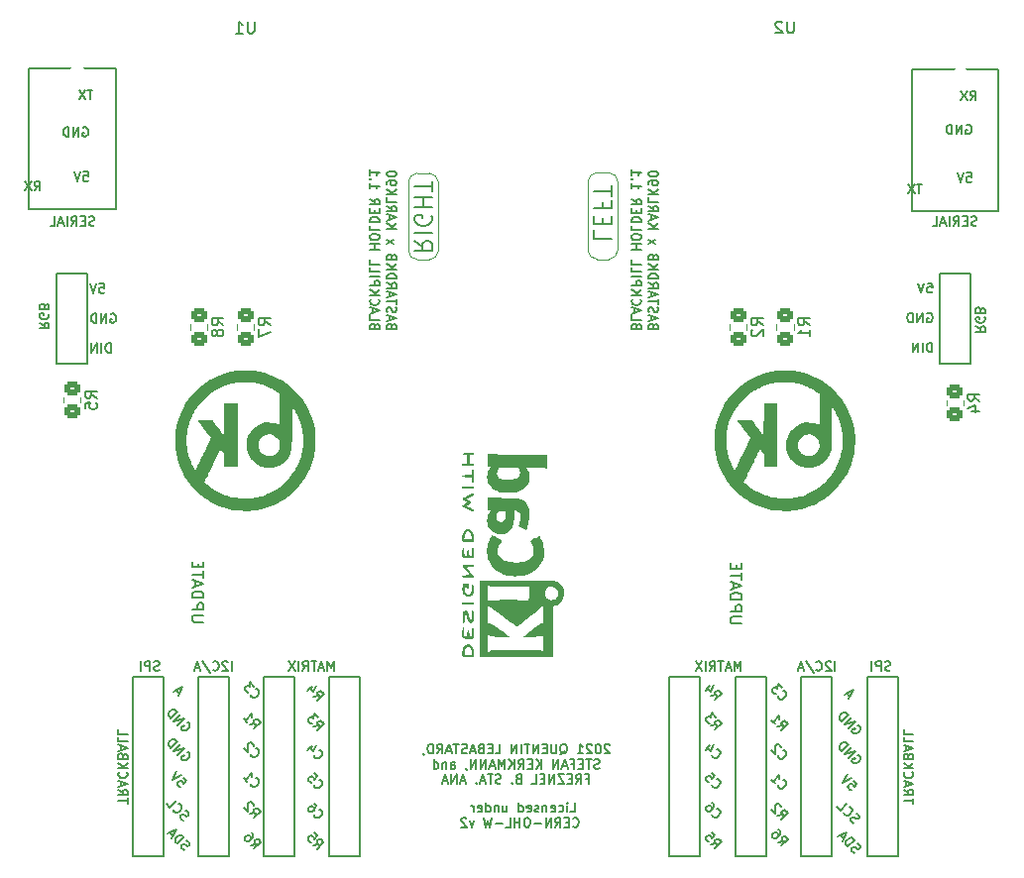
<source format=gbr>
%TF.GenerationSoftware,KiCad,Pcbnew,(6.0.0)*%
%TF.CreationDate,2021-12-31T23:30:31+08:00*%
%TF.ProjectId,adapter,61646170-7465-4722-9e6b-696361645f70,1.1*%
%TF.SameCoordinates,Original*%
%TF.FileFunction,Legend,Bot*%
%TF.FilePolarity,Positive*%
%FSLAX46Y46*%
G04 Gerber Fmt 4.6, Leading zero omitted, Abs format (unit mm)*
G04 Created by KiCad (PCBNEW (6.0.0)) date 2021-12-31 23:30:31*
%MOMM*%
%LPD*%
G01*
G04 APERTURE LIST*
G04 Aperture macros list*
%AMRoundRect*
0 Rectangle with rounded corners*
0 $1 Rounding radius*
0 $2 $3 $4 $5 $6 $7 $8 $9 X,Y pos of 4 corners*
0 Add a 4 corners polygon primitive as box body*
4,1,4,$2,$3,$4,$5,$6,$7,$8,$9,$2,$3,0*
0 Add four circle primitives for the rounded corners*
1,1,$1+$1,$2,$3*
1,1,$1+$1,$4,$5*
1,1,$1+$1,$6,$7*
1,1,$1+$1,$8,$9*
0 Add four rect primitives between the rounded corners*
20,1,$1+$1,$2,$3,$4,$5,0*
20,1,$1+$1,$4,$5,$6,$7,0*
20,1,$1+$1,$6,$7,$8,$9,0*
20,1,$1+$1,$8,$9,$2,$3,0*%
G04 Aperture macros list end*
%ADD10C,0.120000*%
%ADD11C,0.150000*%
%ADD12C,0.200000*%
%ADD13C,0.203200*%
%ADD14C,5.000000*%
%ADD15R,1.700000X1.700000*%
%ADD16O,1.700000X1.700000*%
%ADD17RoundRect,0.250000X0.450000X-0.350000X0.450000X0.350000X-0.450000X0.350000X-0.450000X-0.350000X0*%
%ADD18O,1.400000X2.000000*%
%ADD19O,1.500000X1.500000*%
%ADD20O,1.400000X3.500000*%
%ADD21R,1.400000X2.000000*%
%ADD22C,1.700000*%
%ADD23R,1.300000X1.800000*%
G04 APERTURE END LIST*
D10*
X131171079Y-29094111D02*
X132190190Y-29094111D01*
X132200001Y-36496077D02*
G75*
G03*
X132971079Y-35715189I-29641J800408D01*
G01*
X117642083Y-35758781D02*
X117642083Y-29933781D01*
X115842083Y-29137704D02*
G75*
G03*
X115071005Y-29918592I29641J-800408D01*
G01*
X130400000Y-35700000D02*
G75*
G03*
X131180890Y-36496078I800386J4081D01*
G01*
X115071005Y-29918592D02*
X115071004Y-35743592D01*
X116871005Y-36539670D02*
X115851894Y-36539670D01*
X132971080Y-29890189D02*
G75*
G03*
X132190190Y-29094111I-800386J-4081D01*
G01*
X115071004Y-35743592D02*
G75*
G03*
X115851894Y-36539670I800386J4081D01*
G01*
X130400001Y-29875000D02*
X130400000Y-35700000D01*
X131171079Y-29094112D02*
G75*
G03*
X130400001Y-29875000I29641J-800408D01*
G01*
X117642084Y-29933781D02*
G75*
G03*
X116861194Y-29137703I-800386J-4081D01*
G01*
X115842083Y-29137703D02*
X116861194Y-29137703D01*
D11*
X158090000Y-32350000D02*
X165480000Y-32350000D01*
X165480000Y-32350000D02*
X165480000Y-20290000D01*
X165480000Y-20290000D02*
X158090000Y-20290000D01*
X158090000Y-20290000D02*
X158090000Y-32350000D01*
X82675000Y-32210000D02*
X90065000Y-32210000D01*
X90065000Y-32210000D02*
X90065000Y-20150000D01*
X90065000Y-20150000D02*
X82675000Y-20150000D01*
X82675000Y-20150000D02*
X82675000Y-32210000D01*
D10*
X132971079Y-35715189D02*
X132971079Y-29890189D01*
X116871005Y-36539669D02*
G75*
G03*
X117642083Y-35758781I-29641J800408D01*
G01*
X132200001Y-36496078D02*
X131180890Y-36496078D01*
D11*
X107023050Y-78890417D02*
X107023050Y-78944292D01*
X107076925Y-79052041D01*
X107130800Y-79105916D01*
X107238549Y-79159791D01*
X107346299Y-79159791D01*
X107427111Y-79132854D01*
X107561798Y-79052041D01*
X107642610Y-78971229D01*
X107723422Y-78836542D01*
X107750360Y-78755730D01*
X107750360Y-78647980D01*
X107696485Y-78540231D01*
X107642610Y-78486356D01*
X107534861Y-78432481D01*
X107480986Y-78432481D01*
X106861425Y-78082295D02*
X106484302Y-78459418D01*
X107211612Y-78001483D02*
X106942238Y-78540231D01*
X106592051Y-78190044D01*
X146593175Y-76405302D02*
X147051111Y-76324490D01*
X146916424Y-76728551D02*
X147482109Y-76162865D01*
X147266610Y-75947366D01*
X147185798Y-75920428D01*
X147131923Y-75920428D01*
X147051111Y-75947366D01*
X146970299Y-76028178D01*
X146943361Y-76108990D01*
X146943361Y-76162865D01*
X146970299Y-76243677D01*
X147185798Y-76459177D01*
X146054427Y-75866554D02*
X146377676Y-76189803D01*
X146216051Y-76028178D02*
X146781737Y-75462493D01*
X146754800Y-75597180D01*
X146754800Y-75704929D01*
X146781737Y-75785741D01*
X146618375Y-86280186D02*
X147076311Y-86199374D01*
X146941624Y-86603435D02*
X147507309Y-86037749D01*
X147291810Y-85822250D01*
X147210998Y-85795312D01*
X147157123Y-85795312D01*
X147076311Y-85822250D01*
X146995499Y-85903062D01*
X146968561Y-85983874D01*
X146968561Y-86037749D01*
X146995499Y-86118561D01*
X147210998Y-86334061D01*
X146699187Y-85229627D02*
X146806937Y-85337377D01*
X146833874Y-85418189D01*
X146833874Y-85472064D01*
X146806937Y-85606751D01*
X146726125Y-85741438D01*
X146510625Y-85956937D01*
X146429813Y-85983874D01*
X146375938Y-85983874D01*
X146295126Y-85956937D01*
X146187377Y-85849187D01*
X146160439Y-85768375D01*
X146160439Y-85714500D01*
X146187377Y-85633688D01*
X146322064Y-85499001D01*
X146402876Y-85472064D01*
X146456751Y-85472064D01*
X146537563Y-85499001D01*
X146645312Y-85606751D01*
X146672250Y-85687563D01*
X146672250Y-85741438D01*
X146645312Y-85822250D01*
X83153333Y-30641904D02*
X83420000Y-30260952D01*
X83610476Y-30641904D02*
X83610476Y-29841904D01*
X83305714Y-29841904D01*
X83229523Y-29880000D01*
X83191428Y-29918095D01*
X83153333Y-29994285D01*
X83153333Y-30108571D01*
X83191428Y-30184761D01*
X83229523Y-30222857D01*
X83305714Y-30260952D01*
X83610476Y-30260952D01*
X82886666Y-29841904D02*
X82353333Y-30641904D01*
X82353333Y-29841904D02*
X82886666Y-30641904D01*
X128904761Y-83717904D02*
X129285714Y-83717904D01*
X129285714Y-82917904D01*
X128638095Y-83717904D02*
X128638095Y-83184571D01*
X128638095Y-82917904D02*
X128676190Y-82956000D01*
X128638095Y-82994095D01*
X128600000Y-82956000D01*
X128638095Y-82917904D01*
X128638095Y-82994095D01*
X127914285Y-83679809D02*
X127990476Y-83717904D01*
X128142857Y-83717904D01*
X128219047Y-83679809D01*
X128257142Y-83641714D01*
X128295238Y-83565523D01*
X128295238Y-83336952D01*
X128257142Y-83260761D01*
X128219047Y-83222666D01*
X128142857Y-83184571D01*
X127990476Y-83184571D01*
X127914285Y-83222666D01*
X127266666Y-83679809D02*
X127342857Y-83717904D01*
X127495238Y-83717904D01*
X127571428Y-83679809D01*
X127609523Y-83603619D01*
X127609523Y-83298857D01*
X127571428Y-83222666D01*
X127495238Y-83184571D01*
X127342857Y-83184571D01*
X127266666Y-83222666D01*
X127228571Y-83298857D01*
X127228571Y-83375047D01*
X127609523Y-83451238D01*
X126885714Y-83184571D02*
X126885714Y-83717904D01*
X126885714Y-83260761D02*
X126847619Y-83222666D01*
X126771428Y-83184571D01*
X126657142Y-83184571D01*
X126580952Y-83222666D01*
X126542857Y-83298857D01*
X126542857Y-83717904D01*
X126200000Y-83679809D02*
X126123809Y-83717904D01*
X125971428Y-83717904D01*
X125895238Y-83679809D01*
X125857142Y-83603619D01*
X125857142Y-83565523D01*
X125895238Y-83489333D01*
X125971428Y-83451238D01*
X126085714Y-83451238D01*
X126161904Y-83413142D01*
X126200000Y-83336952D01*
X126200000Y-83298857D01*
X126161904Y-83222666D01*
X126085714Y-83184571D01*
X125971428Y-83184571D01*
X125895238Y-83222666D01*
X125209523Y-83679809D02*
X125285714Y-83717904D01*
X125438095Y-83717904D01*
X125514285Y-83679809D01*
X125552380Y-83603619D01*
X125552380Y-83298857D01*
X125514285Y-83222666D01*
X125438095Y-83184571D01*
X125285714Y-83184571D01*
X125209523Y-83222666D01*
X125171428Y-83298857D01*
X125171428Y-83375047D01*
X125552380Y-83451238D01*
X124485714Y-83717904D02*
X124485714Y-82917904D01*
X124485714Y-83679809D02*
X124561904Y-83717904D01*
X124714285Y-83717904D01*
X124790476Y-83679809D01*
X124828571Y-83641714D01*
X124866666Y-83565523D01*
X124866666Y-83336952D01*
X124828571Y-83260761D01*
X124790476Y-83222666D01*
X124714285Y-83184571D01*
X124561904Y-83184571D01*
X124485714Y-83222666D01*
X123152380Y-83184571D02*
X123152380Y-83717904D01*
X123495238Y-83184571D02*
X123495238Y-83603619D01*
X123457142Y-83679809D01*
X123380952Y-83717904D01*
X123266666Y-83717904D01*
X123190476Y-83679809D01*
X123152380Y-83641714D01*
X122771428Y-83184571D02*
X122771428Y-83717904D01*
X122771428Y-83260761D02*
X122733333Y-83222666D01*
X122657142Y-83184571D01*
X122542857Y-83184571D01*
X122466666Y-83222666D01*
X122428571Y-83298857D01*
X122428571Y-83717904D01*
X121704761Y-83717904D02*
X121704761Y-82917904D01*
X121704761Y-83679809D02*
X121780952Y-83717904D01*
X121933333Y-83717904D01*
X122009523Y-83679809D01*
X122047619Y-83641714D01*
X122085714Y-83565523D01*
X122085714Y-83336952D01*
X122047619Y-83260761D01*
X122009523Y-83222666D01*
X121933333Y-83184571D01*
X121780952Y-83184571D01*
X121704761Y-83222666D01*
X121019047Y-83679809D02*
X121095238Y-83717904D01*
X121247619Y-83717904D01*
X121323809Y-83679809D01*
X121361904Y-83603619D01*
X121361904Y-83298857D01*
X121323809Y-83222666D01*
X121247619Y-83184571D01*
X121095238Y-83184571D01*
X121019047Y-83222666D01*
X120980952Y-83298857D01*
X120980952Y-83375047D01*
X121361904Y-83451238D01*
X120638095Y-83717904D02*
X120638095Y-83184571D01*
X120638095Y-83336952D02*
X120600000Y-83260761D01*
X120561904Y-83222666D01*
X120485714Y-83184571D01*
X120409523Y-83184571D01*
X129133333Y-84929714D02*
X129171428Y-84967809D01*
X129285714Y-85005904D01*
X129361904Y-85005904D01*
X129476190Y-84967809D01*
X129552380Y-84891619D01*
X129590476Y-84815428D01*
X129628571Y-84663047D01*
X129628571Y-84548761D01*
X129590476Y-84396380D01*
X129552380Y-84320190D01*
X129476190Y-84244000D01*
X129361904Y-84205904D01*
X129285714Y-84205904D01*
X129171428Y-84244000D01*
X129133333Y-84282095D01*
X128790476Y-84586857D02*
X128523809Y-84586857D01*
X128409523Y-85005904D02*
X128790476Y-85005904D01*
X128790476Y-84205904D01*
X128409523Y-84205904D01*
X127609523Y-85005904D02*
X127876190Y-84624952D01*
X128066666Y-85005904D02*
X128066666Y-84205904D01*
X127761904Y-84205904D01*
X127685714Y-84244000D01*
X127647619Y-84282095D01*
X127609523Y-84358285D01*
X127609523Y-84472571D01*
X127647619Y-84548761D01*
X127685714Y-84586857D01*
X127761904Y-84624952D01*
X128066666Y-84624952D01*
X127266666Y-85005904D02*
X127266666Y-84205904D01*
X126809523Y-85005904D01*
X126809523Y-84205904D01*
X126428571Y-84701142D02*
X125819047Y-84701142D01*
X125285714Y-84205904D02*
X125133333Y-84205904D01*
X125057142Y-84244000D01*
X124980952Y-84320190D01*
X124942857Y-84472571D01*
X124942857Y-84739238D01*
X124980952Y-84891619D01*
X125057142Y-84967809D01*
X125133333Y-85005904D01*
X125285714Y-85005904D01*
X125361904Y-84967809D01*
X125438095Y-84891619D01*
X125476190Y-84739238D01*
X125476190Y-84472571D01*
X125438095Y-84320190D01*
X125361904Y-84244000D01*
X125285714Y-84205904D01*
X124600000Y-85005904D02*
X124600000Y-84205904D01*
X124600000Y-84586857D02*
X124142857Y-84586857D01*
X124142857Y-85005904D02*
X124142857Y-84205904D01*
X123380952Y-85005904D02*
X123761904Y-85005904D01*
X123761904Y-84205904D01*
X123114285Y-84701142D02*
X122504761Y-84701142D01*
X122200000Y-84205904D02*
X122009523Y-85005904D01*
X121857142Y-84434476D01*
X121704761Y-85005904D01*
X121514285Y-84205904D01*
X120676190Y-84472571D02*
X120485714Y-85005904D01*
X120295238Y-84472571D01*
X120028571Y-84282095D02*
X119990476Y-84244000D01*
X119914285Y-84205904D01*
X119723809Y-84205904D01*
X119647619Y-84244000D01*
X119609523Y-84282095D01*
X119571428Y-84358285D01*
X119571428Y-84434476D01*
X119609523Y-84548761D01*
X120066666Y-85005904D01*
X119571428Y-85005904D01*
X95837529Y-80777969D02*
X96106903Y-81047343D01*
X95864467Y-81343654D01*
X95864467Y-81289780D01*
X95837529Y-81208967D01*
X95702842Y-81074280D01*
X95622030Y-81047343D01*
X95568155Y-81047343D01*
X95487343Y-81074280D01*
X95352656Y-81208967D01*
X95325719Y-81289780D01*
X95325719Y-81343654D01*
X95352656Y-81424467D01*
X95487343Y-81559154D01*
X95568155Y-81586091D01*
X95622030Y-81586091D01*
X95648967Y-80589407D02*
X94894720Y-80966531D01*
X95271844Y-80212284D01*
X156247810Y-71610295D02*
X156133524Y-71648390D01*
X155943048Y-71648390D01*
X155866858Y-71610295D01*
X155828763Y-71572200D01*
X155790667Y-71496009D01*
X155790667Y-71419819D01*
X155828763Y-71343628D01*
X155866858Y-71305533D01*
X155943048Y-71267438D01*
X156095429Y-71229343D01*
X156171620Y-71191247D01*
X156209715Y-71153152D01*
X156247810Y-71076962D01*
X156247810Y-71000771D01*
X156209715Y-70924581D01*
X156171620Y-70886486D01*
X156095429Y-70848390D01*
X155904953Y-70848390D01*
X155790667Y-70886486D01*
X155447810Y-71648390D02*
X155447810Y-70848390D01*
X155143048Y-70848390D01*
X155066858Y-70886486D01*
X155028763Y-70924581D01*
X154990667Y-71000771D01*
X154990667Y-71115057D01*
X155028763Y-71191247D01*
X155066858Y-71229343D01*
X155143048Y-71267438D01*
X155447810Y-71267438D01*
X154647810Y-71648390D02*
X154647810Y-70848390D01*
X162714285Y-25050000D02*
X162790476Y-25011904D01*
X162904762Y-25011904D01*
X163019047Y-25050000D01*
X163095238Y-25126190D01*
X163133333Y-25202380D01*
X163171428Y-25354761D01*
X163171428Y-25469047D01*
X163133333Y-25621428D01*
X163095238Y-25697619D01*
X163019047Y-25773809D01*
X162904762Y-25811904D01*
X162828571Y-25811904D01*
X162714285Y-25773809D01*
X162676190Y-25735714D01*
X162676190Y-25469047D01*
X162828571Y-25469047D01*
X162333333Y-25811904D02*
X162333333Y-25011904D01*
X161876190Y-25811904D01*
X161876190Y-25011904D01*
X161495238Y-25811904D02*
X161495238Y-25011904D01*
X161304762Y-25011904D01*
X161190476Y-25050000D01*
X161114285Y-25126190D01*
X161076190Y-25202380D01*
X161038095Y-25354761D01*
X161038095Y-25469047D01*
X161076190Y-25621428D01*
X161114285Y-25697619D01*
X161190476Y-25773809D01*
X161304762Y-25811904D01*
X161495238Y-25811904D01*
X112207142Y-42223810D02*
X112169047Y-42109524D01*
X112130952Y-42071429D01*
X112054761Y-42033334D01*
X111940476Y-42033334D01*
X111864285Y-42071429D01*
X111826190Y-42109524D01*
X111788095Y-42185715D01*
X111788095Y-42490477D01*
X112588095Y-42490477D01*
X112588095Y-42223810D01*
X112550000Y-42147619D01*
X112511904Y-42109524D01*
X112435714Y-42071429D01*
X112359523Y-42071429D01*
X112283333Y-42109524D01*
X112245238Y-42147619D01*
X112207142Y-42223810D01*
X112207142Y-42490477D01*
X111788095Y-41309524D02*
X111788095Y-41690477D01*
X112588095Y-41690477D01*
X112016666Y-41080953D02*
X112016666Y-40700000D01*
X111788095Y-41157143D02*
X112588095Y-40890477D01*
X111788095Y-40623810D01*
X111864285Y-39900000D02*
X111826190Y-39938096D01*
X111788095Y-40052381D01*
X111788095Y-40128572D01*
X111826190Y-40242857D01*
X111902380Y-40319048D01*
X111978571Y-40357143D01*
X112130952Y-40395238D01*
X112245238Y-40395238D01*
X112397619Y-40357143D01*
X112473809Y-40319048D01*
X112550000Y-40242857D01*
X112588095Y-40128572D01*
X112588095Y-40052381D01*
X112550000Y-39938096D01*
X112511904Y-39900000D01*
X111788095Y-39557143D02*
X112588095Y-39557143D01*
X111788095Y-39100000D02*
X112245238Y-39442857D01*
X112588095Y-39100000D02*
X112130952Y-39557143D01*
X111788095Y-38757143D02*
X112588095Y-38757143D01*
X112588095Y-38452381D01*
X112550000Y-38376191D01*
X112511904Y-38338096D01*
X112435714Y-38300000D01*
X112321428Y-38300000D01*
X112245238Y-38338096D01*
X112207142Y-38376191D01*
X112169047Y-38452381D01*
X112169047Y-38757143D01*
X111788095Y-37957143D02*
X112588095Y-37957143D01*
X111788095Y-37195238D02*
X111788095Y-37576191D01*
X112588095Y-37576191D01*
X111788095Y-36547619D02*
X111788095Y-36928572D01*
X112588095Y-36928572D01*
X111788095Y-35671429D02*
X112588095Y-35671429D01*
X112207142Y-35671429D02*
X112207142Y-35214286D01*
X111788095Y-35214286D02*
X112588095Y-35214286D01*
X112588095Y-34680953D02*
X112588095Y-34528572D01*
X112550000Y-34452381D01*
X112473809Y-34376191D01*
X112321428Y-34338096D01*
X112054761Y-34338096D01*
X111902380Y-34376191D01*
X111826190Y-34452381D01*
X111788095Y-34528572D01*
X111788095Y-34680953D01*
X111826190Y-34757143D01*
X111902380Y-34833334D01*
X112054761Y-34871429D01*
X112321428Y-34871429D01*
X112473809Y-34833334D01*
X112550000Y-34757143D01*
X112588095Y-34680953D01*
X111788095Y-33614286D02*
X111788095Y-33995238D01*
X112588095Y-33995238D01*
X111788095Y-33347619D02*
X112588095Y-33347619D01*
X112588095Y-33157143D01*
X112550000Y-33042857D01*
X112473809Y-32966667D01*
X112397619Y-32928572D01*
X112245238Y-32890477D01*
X112130952Y-32890477D01*
X111978571Y-32928572D01*
X111902380Y-32966667D01*
X111826190Y-33042857D01*
X111788095Y-33157143D01*
X111788095Y-33347619D01*
X112207142Y-32547619D02*
X112207142Y-32280953D01*
X111788095Y-32166667D02*
X111788095Y-32547619D01*
X112588095Y-32547619D01*
X112588095Y-32166667D01*
X111788095Y-31366667D02*
X112169047Y-31633334D01*
X111788095Y-31823810D02*
X112588095Y-31823810D01*
X112588095Y-31519048D01*
X112550000Y-31442857D01*
X112511904Y-31404762D01*
X112435714Y-31366667D01*
X112321428Y-31366667D01*
X112245238Y-31404762D01*
X112207142Y-31442857D01*
X112169047Y-31519048D01*
X112169047Y-31823810D01*
X111788095Y-29995238D02*
X111788095Y-30452381D01*
X111788095Y-30223810D02*
X112588095Y-30223810D01*
X112473809Y-30300000D01*
X112397619Y-30376191D01*
X112359523Y-30452381D01*
X111864285Y-29652381D02*
X111826190Y-29614286D01*
X111788095Y-29652381D01*
X111826190Y-29690477D01*
X111864285Y-29652381D01*
X111788095Y-29652381D01*
X111788095Y-28852381D02*
X111788095Y-29309524D01*
X111788095Y-29080953D02*
X112588095Y-29080953D01*
X112473809Y-29157143D01*
X112397619Y-29233334D01*
X112359523Y-29309524D01*
X96183841Y-76048156D02*
X96264653Y-76075094D01*
X96345465Y-76155906D01*
X96399340Y-76263655D01*
X96399340Y-76371405D01*
X96372402Y-76452217D01*
X96291590Y-76586904D01*
X96210778Y-76667716D01*
X96076091Y-76748529D01*
X95995279Y-76775466D01*
X95887529Y-76775466D01*
X95779780Y-76721591D01*
X95725905Y-76667716D01*
X95672030Y-76559967D01*
X95672030Y-76506092D01*
X95860592Y-76317530D01*
X95968341Y-76425280D01*
X95375719Y-76317530D02*
X95941404Y-75751845D01*
X95052470Y-75994281D01*
X95618155Y-75428596D01*
X94783096Y-75724907D02*
X95348781Y-75159222D01*
X95214094Y-75024535D01*
X95106345Y-74970660D01*
X94998595Y-74970660D01*
X94917783Y-74997598D01*
X94783096Y-75078410D01*
X94702284Y-75159222D01*
X94621471Y-75293909D01*
X94594534Y-75374721D01*
X94594534Y-75482471D01*
X94648409Y-75590220D01*
X94783096Y-75724907D01*
X153207935Y-87225871D02*
X153100186Y-87171996D01*
X152965499Y-87037309D01*
X152938561Y-86956497D01*
X152938561Y-86902622D01*
X152965499Y-86821810D01*
X153019374Y-86767935D01*
X153100186Y-86740998D01*
X153154061Y-86740998D01*
X153234873Y-86767935D01*
X153369560Y-86848748D01*
X153450372Y-86875685D01*
X153504247Y-86875685D01*
X153585059Y-86848748D01*
X153638934Y-86794873D01*
X153665871Y-86714061D01*
X153665871Y-86660186D01*
X153638934Y-86579374D01*
X153504247Y-86444687D01*
X153396497Y-86390812D01*
X152615312Y-86687123D02*
X153180998Y-86121438D01*
X153046311Y-85986751D01*
X152938561Y-85932876D01*
X152830812Y-85932876D01*
X152750000Y-85959813D01*
X152615312Y-86040625D01*
X152534500Y-86121438D01*
X152453688Y-86256125D01*
X152426751Y-86336937D01*
X152426751Y-86444687D01*
X152480625Y-86552436D01*
X152615312Y-86687123D01*
X152238189Y-85986751D02*
X151968815Y-85717377D01*
X152130439Y-86202250D02*
X152507563Y-85448003D01*
X151753316Y-85825126D01*
X163540830Y-42221578D02*
X163921782Y-42488245D01*
X163540830Y-42678721D02*
X164340830Y-42678721D01*
X164340830Y-42373959D01*
X164302735Y-42297769D01*
X164264639Y-42259674D01*
X164188449Y-42221578D01*
X164074163Y-42221578D01*
X163997973Y-42259674D01*
X163959877Y-42297769D01*
X163921782Y-42373959D01*
X163921782Y-42678721D01*
X164302735Y-41459674D02*
X164340830Y-41535864D01*
X164340830Y-41650150D01*
X164302735Y-41764436D01*
X164226544Y-41840626D01*
X164150354Y-41878721D01*
X163997973Y-41916817D01*
X163883687Y-41916817D01*
X163731306Y-41878721D01*
X163655115Y-41840626D01*
X163578925Y-41764436D01*
X163540830Y-41650150D01*
X163540830Y-41573959D01*
X163578925Y-41459674D01*
X163617020Y-41421578D01*
X163883687Y-41421578D01*
X163883687Y-41573959D01*
X163959877Y-40812055D02*
X163921782Y-40697769D01*
X163883687Y-40659674D01*
X163807496Y-40621578D01*
X163693211Y-40621578D01*
X163617020Y-40659674D01*
X163578925Y-40697769D01*
X163540830Y-40773959D01*
X163540830Y-41078721D01*
X164340830Y-41078721D01*
X164340830Y-40812055D01*
X164302735Y-40735864D01*
X164264639Y-40697769D01*
X164188449Y-40659674D01*
X164112258Y-40659674D01*
X164036068Y-40697769D01*
X163997973Y-40735864D01*
X163959877Y-40812055D01*
X163959877Y-41078721D01*
X107023050Y-81430417D02*
X107023050Y-81484292D01*
X107076925Y-81592041D01*
X107130800Y-81645916D01*
X107238549Y-81699791D01*
X107346299Y-81699791D01*
X107427111Y-81672854D01*
X107561798Y-81592041D01*
X107642610Y-81511229D01*
X107723422Y-81376542D01*
X107750360Y-81295730D01*
X107750360Y-81187980D01*
X107696485Y-81080231D01*
X107642610Y-81026356D01*
X107534861Y-80972481D01*
X107480986Y-80972481D01*
X107023050Y-80406796D02*
X107292424Y-80676170D01*
X107049987Y-80972481D01*
X107049987Y-80918606D01*
X107023050Y-80837794D01*
X106888363Y-80703107D01*
X106807551Y-80676170D01*
X106753676Y-80676170D01*
X106672864Y-80703107D01*
X106538177Y-80837794D01*
X106511239Y-80918606D01*
X106511239Y-80972481D01*
X106538177Y-81053293D01*
X106672864Y-81187980D01*
X106753676Y-81214918D01*
X106807551Y-81214918D01*
X83583830Y-41915577D02*
X83964782Y-42182244D01*
X83583830Y-42372720D02*
X84383830Y-42372720D01*
X84383830Y-42067958D01*
X84345735Y-41991768D01*
X84307639Y-41953673D01*
X84231449Y-41915577D01*
X84117163Y-41915577D01*
X84040973Y-41953673D01*
X84002877Y-41991768D01*
X83964782Y-42067958D01*
X83964782Y-42372720D01*
X84345735Y-41153673D02*
X84383830Y-41229863D01*
X84383830Y-41344149D01*
X84345735Y-41458435D01*
X84269544Y-41534625D01*
X84193354Y-41572720D01*
X84040973Y-41610816D01*
X83926687Y-41610816D01*
X83774306Y-41572720D01*
X83698115Y-41534625D01*
X83621925Y-41458435D01*
X83583830Y-41344149D01*
X83583830Y-41267958D01*
X83621925Y-41153673D01*
X83660020Y-41115577D01*
X83926687Y-41115577D01*
X83926687Y-41267958D01*
X84002877Y-40506054D02*
X83964782Y-40391768D01*
X83926687Y-40353673D01*
X83850496Y-40315577D01*
X83736211Y-40315577D01*
X83660020Y-40353673D01*
X83621925Y-40391768D01*
X83583830Y-40467958D01*
X83583830Y-40772720D01*
X84383830Y-40772720D01*
X84383830Y-40506054D01*
X84345735Y-40429863D01*
X84307639Y-40391768D01*
X84231449Y-40353673D01*
X84155258Y-40353673D01*
X84079068Y-40391768D01*
X84040973Y-40429863D01*
X84002877Y-40506054D01*
X84002877Y-40772720D01*
X153463841Y-76298155D02*
X153544653Y-76325093D01*
X153625465Y-76405905D01*
X153679340Y-76513654D01*
X153679340Y-76621404D01*
X153652402Y-76702216D01*
X153571590Y-76836903D01*
X153490778Y-76917715D01*
X153356091Y-76998528D01*
X153275279Y-77025465D01*
X153167529Y-77025465D01*
X153059780Y-76971590D01*
X153005905Y-76917715D01*
X152952030Y-76809966D01*
X152952030Y-76756091D01*
X153140592Y-76567529D01*
X153248341Y-76675279D01*
X152655719Y-76567529D02*
X153221404Y-76001844D01*
X152332470Y-76244280D01*
X152898155Y-75678595D01*
X152063096Y-75974906D02*
X152628781Y-75409221D01*
X152494094Y-75274534D01*
X152386345Y-75220659D01*
X152278595Y-75220659D01*
X152197783Y-75247597D01*
X152063096Y-75328409D01*
X151982284Y-75409221D01*
X151901471Y-75543908D01*
X151874534Y-75624720D01*
X151874534Y-75732470D01*
X151928409Y-75840219D01*
X152063096Y-75974906D01*
X162752380Y-29111904D02*
X163133333Y-29111904D01*
X163171428Y-29492857D01*
X163133333Y-29454761D01*
X163057142Y-29416666D01*
X162866666Y-29416666D01*
X162790476Y-29454761D01*
X162752380Y-29492857D01*
X162714285Y-29569047D01*
X162714285Y-29759523D01*
X162752380Y-29835714D01*
X162790476Y-29873809D01*
X162866666Y-29911904D01*
X163057142Y-29911904D01*
X163133333Y-29873809D01*
X163171428Y-29835714D01*
X162485714Y-29111904D02*
X162219047Y-29911904D01*
X161952380Y-29111904D01*
X87309523Y-29011904D02*
X87690476Y-29011904D01*
X87728571Y-29392857D01*
X87690476Y-29354761D01*
X87614285Y-29316666D01*
X87423809Y-29316666D01*
X87347619Y-29354761D01*
X87309523Y-29392857D01*
X87271428Y-29469047D01*
X87271428Y-29659523D01*
X87309523Y-29735714D01*
X87347619Y-29773809D01*
X87423809Y-29811904D01*
X87614285Y-29811904D01*
X87690476Y-29773809D01*
X87728571Y-29735714D01*
X87042857Y-29011904D02*
X86776190Y-29811904D01*
X86509523Y-29011904D01*
X93794034Y-71605323D02*
X93679748Y-71643418D01*
X93489272Y-71643418D01*
X93413082Y-71605323D01*
X93374987Y-71567228D01*
X93336891Y-71491037D01*
X93336891Y-71414847D01*
X93374987Y-71338656D01*
X93413082Y-71300561D01*
X93489272Y-71262466D01*
X93641653Y-71224371D01*
X93717844Y-71186275D01*
X93755939Y-71148180D01*
X93794034Y-71071990D01*
X93794034Y-70995799D01*
X93755939Y-70919609D01*
X93717844Y-70881514D01*
X93641653Y-70843418D01*
X93451177Y-70843418D01*
X93336891Y-70881514D01*
X92994034Y-71643418D02*
X92994034Y-70843418D01*
X92689272Y-70843418D01*
X92613082Y-70881514D01*
X92574987Y-70919609D01*
X92536891Y-70995799D01*
X92536891Y-71110085D01*
X92574987Y-71186275D01*
X92613082Y-71224371D01*
X92689272Y-71262466D01*
X92994034Y-71262466D01*
X92194034Y-71643418D02*
X92194034Y-70843418D01*
X140982850Y-83924711D02*
X140982850Y-83978586D01*
X141036725Y-84086335D01*
X141090600Y-84140210D01*
X141198349Y-84194085D01*
X141306099Y-84194085D01*
X141386911Y-84167148D01*
X141521598Y-84086335D01*
X141602410Y-84005523D01*
X141683222Y-83870836D01*
X141710160Y-83790024D01*
X141710160Y-83682274D01*
X141656285Y-83574525D01*
X141602410Y-83520650D01*
X141494661Y-83466775D01*
X141440786Y-83466775D01*
X141009787Y-82928027D02*
X141117537Y-83035777D01*
X141144474Y-83116589D01*
X141144474Y-83170464D01*
X141117537Y-83305151D01*
X141036725Y-83439838D01*
X140821225Y-83655337D01*
X140740413Y-83682274D01*
X140686538Y-83682274D01*
X140605726Y-83655337D01*
X140497977Y-83547587D01*
X140471039Y-83466775D01*
X140471039Y-83412900D01*
X140497977Y-83332088D01*
X140632664Y-83197401D01*
X140713476Y-83170464D01*
X140767351Y-83170464D01*
X140848163Y-83197401D01*
X140955912Y-83305151D01*
X140982850Y-83385963D01*
X140982850Y-83439838D01*
X140955912Y-83520650D01*
X163608619Y-33597809D02*
X163494333Y-33635904D01*
X163303857Y-33635904D01*
X163227666Y-33597809D01*
X163189571Y-33559714D01*
X163151476Y-33483523D01*
X163151476Y-33407333D01*
X163189571Y-33331142D01*
X163227666Y-33293047D01*
X163303857Y-33254952D01*
X163456238Y-33216857D01*
X163532428Y-33178761D01*
X163570523Y-33140666D01*
X163608619Y-33064476D01*
X163608619Y-32988285D01*
X163570523Y-32912095D01*
X163532428Y-32874000D01*
X163456238Y-32835904D01*
X163265761Y-32835904D01*
X163151476Y-32874000D01*
X162808619Y-33216857D02*
X162541952Y-33216857D01*
X162427666Y-33635904D02*
X162808619Y-33635904D01*
X162808619Y-32835904D01*
X162427666Y-32835904D01*
X161627666Y-33635904D02*
X161894333Y-33254952D01*
X162084809Y-33635904D02*
X162084809Y-32835904D01*
X161780047Y-32835904D01*
X161703857Y-32874000D01*
X161665761Y-32912095D01*
X161627666Y-32988285D01*
X161627666Y-33102571D01*
X161665761Y-33178761D01*
X161703857Y-33216857D01*
X161780047Y-33254952D01*
X162084809Y-33254952D01*
X161284809Y-33635904D02*
X161284809Y-32835904D01*
X160941952Y-33407333D02*
X160561000Y-33407333D01*
X161018142Y-33635904D02*
X160751476Y-32835904D01*
X160484809Y-33635904D01*
X159837190Y-33635904D02*
X160218142Y-33635904D01*
X160218142Y-32835904D01*
X91088095Y-82994104D02*
X91088095Y-82536961D01*
X90288095Y-82765533D02*
X91088095Y-82765533D01*
X90288095Y-81813152D02*
X90669047Y-82079819D01*
X90288095Y-82270295D02*
X91088095Y-82270295D01*
X91088095Y-81965533D01*
X91050000Y-81889342D01*
X91011904Y-81851247D01*
X90935714Y-81813152D01*
X90821428Y-81813152D01*
X90745238Y-81851247D01*
X90707142Y-81889342D01*
X90669047Y-81965533D01*
X90669047Y-82270295D01*
X90516666Y-81508390D02*
X90516666Y-81127438D01*
X90288095Y-81584580D02*
X91088095Y-81317914D01*
X90288095Y-81051247D01*
X90364285Y-80327438D02*
X90326190Y-80365533D01*
X90288095Y-80479819D01*
X90288095Y-80556009D01*
X90326190Y-80670295D01*
X90402380Y-80746485D01*
X90478571Y-80784580D01*
X90630952Y-80822676D01*
X90745238Y-80822676D01*
X90897619Y-80784580D01*
X90973809Y-80746485D01*
X91050000Y-80670295D01*
X91088095Y-80556009D01*
X91088095Y-80479819D01*
X91050000Y-80365533D01*
X91011904Y-80327438D01*
X90288095Y-79984580D02*
X91088095Y-79984580D01*
X90288095Y-79527438D02*
X90745238Y-79870295D01*
X91088095Y-79527438D02*
X90630952Y-79984580D01*
X90707142Y-78917914D02*
X90669047Y-78803628D01*
X90630952Y-78765533D01*
X90554761Y-78727438D01*
X90440476Y-78727438D01*
X90364285Y-78765533D01*
X90326190Y-78803628D01*
X90288095Y-78879819D01*
X90288095Y-79184580D01*
X91088095Y-79184580D01*
X91088095Y-78917914D01*
X91050000Y-78841723D01*
X91011904Y-78803628D01*
X90935714Y-78765533D01*
X90859523Y-78765533D01*
X90783333Y-78803628D01*
X90745238Y-78841723D01*
X90707142Y-78917914D01*
X90707142Y-79184580D01*
X90516666Y-78422676D02*
X90516666Y-78041723D01*
X90288095Y-78498866D02*
X91088095Y-78232200D01*
X90288095Y-77965533D01*
X90288095Y-77317914D02*
X90288095Y-77698866D01*
X91088095Y-77698866D01*
X90288095Y-76670295D02*
X90288095Y-77051247D01*
X91088095Y-77051247D01*
X140903575Y-86512644D02*
X141361511Y-86431832D01*
X141226824Y-86835893D02*
X141792509Y-86270207D01*
X141577010Y-86054708D01*
X141496198Y-86027770D01*
X141442323Y-86027770D01*
X141361511Y-86054708D01*
X141280699Y-86135520D01*
X141253761Y-86216332D01*
X141253761Y-86270207D01*
X141280699Y-86351019D01*
X141496198Y-86566519D01*
X140957450Y-85435148D02*
X141226824Y-85704522D01*
X140984387Y-86000833D01*
X140984387Y-85946958D01*
X140957450Y-85866146D01*
X140822763Y-85731459D01*
X140741951Y-85704522D01*
X140688076Y-85704522D01*
X140607264Y-85731459D01*
X140472577Y-85866146D01*
X140445639Y-85946958D01*
X140445639Y-86000833D01*
X140472577Y-86081645D01*
X140607264Y-86216332D01*
X140688076Y-86243270D01*
X140741951Y-86243270D01*
X151510620Y-71648390D02*
X151510620Y-70848390D01*
X151167763Y-70924581D02*
X151129667Y-70886486D01*
X151053477Y-70848390D01*
X150863001Y-70848390D01*
X150786810Y-70886486D01*
X150748715Y-70924581D01*
X150710620Y-71000771D01*
X150710620Y-71076962D01*
X150748715Y-71191247D01*
X151205858Y-71648390D01*
X150710620Y-71648390D01*
X149910620Y-71572200D02*
X149948715Y-71610295D01*
X150063001Y-71648390D01*
X150139191Y-71648390D01*
X150253477Y-71610295D01*
X150329667Y-71534105D01*
X150367763Y-71457914D01*
X150405858Y-71305533D01*
X150405858Y-71191247D01*
X150367763Y-71038866D01*
X150329667Y-70962676D01*
X150253477Y-70886486D01*
X150139191Y-70848390D01*
X150063001Y-70848390D01*
X149948715Y-70886486D01*
X149910620Y-70924581D01*
X148996334Y-70810295D02*
X149682048Y-71838866D01*
X148767763Y-71419819D02*
X148386810Y-71419819D01*
X148843953Y-71648390D02*
X148577286Y-70848390D01*
X148310620Y-71648390D01*
X159791333Y-44430904D02*
X159791333Y-43630904D01*
X159600857Y-43630904D01*
X159486571Y-43669000D01*
X159410381Y-43745190D01*
X159372286Y-43821380D01*
X159334190Y-43973761D01*
X159334190Y-44088047D01*
X159372286Y-44240428D01*
X159410381Y-44316619D01*
X159486571Y-44392809D01*
X159600857Y-44430904D01*
X159791333Y-44430904D01*
X158991333Y-44430904D02*
X158991333Y-43630904D01*
X158610381Y-44430904D02*
X158610381Y-43630904D01*
X158153238Y-44430904D01*
X158153238Y-43630904D01*
X143471477Y-71648390D02*
X143471477Y-70848390D01*
X143204810Y-71419819D01*
X142938143Y-70848390D01*
X142938143Y-71648390D01*
X142595286Y-71419819D02*
X142214334Y-71419819D01*
X142671477Y-71648390D02*
X142404810Y-70848390D01*
X142138143Y-71648390D01*
X141985763Y-70848390D02*
X141528620Y-70848390D01*
X141757191Y-71648390D02*
X141757191Y-70848390D01*
X140804810Y-71648390D02*
X141071477Y-71267438D01*
X141261953Y-71648390D02*
X141261953Y-70848390D01*
X140957191Y-70848390D01*
X140881001Y-70886486D01*
X140842905Y-70924581D01*
X140804810Y-71000771D01*
X140804810Y-71115057D01*
X140842905Y-71191247D01*
X140881001Y-71229343D01*
X140957191Y-71267438D01*
X141261953Y-71267438D01*
X140461953Y-71648390D02*
X140461953Y-70848390D01*
X140157191Y-70848390D02*
X139623858Y-71648390D01*
X139623858Y-70848390D02*
X140157191Y-71648390D01*
X88109523Y-22011904D02*
X87652380Y-22011904D01*
X87880952Y-22811904D02*
X87880952Y-22011904D01*
X87461904Y-22011904D02*
X86928571Y-22811904D01*
X86928571Y-22011904D02*
X87461904Y-22811904D01*
X140928975Y-73818586D02*
X141386911Y-73737774D01*
X141252224Y-74141835D02*
X141817909Y-73576149D01*
X141602410Y-73360650D01*
X141521598Y-73333712D01*
X141467723Y-73333712D01*
X141386911Y-73360650D01*
X141306099Y-73441462D01*
X141279161Y-73522274D01*
X141279161Y-73576149D01*
X141306099Y-73656961D01*
X141521598Y-73872461D01*
X140821225Y-72956589D02*
X140444102Y-73333712D01*
X141171412Y-72875777D02*
X140902038Y-73414525D01*
X140551851Y-73064338D01*
X106969175Y-73864292D02*
X107427111Y-73783480D01*
X107292424Y-74187541D02*
X107858109Y-73621855D01*
X107642610Y-73406356D01*
X107561798Y-73379418D01*
X107507923Y-73379418D01*
X107427111Y-73406356D01*
X107346299Y-73487168D01*
X107319361Y-73567980D01*
X107319361Y-73621855D01*
X107346299Y-73702667D01*
X107561798Y-73918167D01*
X106861425Y-73002295D02*
X106484302Y-73379418D01*
X107211612Y-72921483D02*
X106942238Y-73460231D01*
X106592051Y-73110044D01*
X159372285Y-41129000D02*
X159448476Y-41090904D01*
X159562762Y-41090904D01*
X159677047Y-41129000D01*
X159753238Y-41205190D01*
X159791333Y-41281380D01*
X159829428Y-41433761D01*
X159829428Y-41548047D01*
X159791333Y-41700428D01*
X159753238Y-41776619D01*
X159677047Y-41852809D01*
X159562762Y-41890904D01*
X159486571Y-41890904D01*
X159372285Y-41852809D01*
X159334190Y-41814714D01*
X159334190Y-41548047D01*
X159486571Y-41548047D01*
X158991333Y-41890904D02*
X158991333Y-41090904D01*
X158534190Y-41890904D01*
X158534190Y-41090904D01*
X158153238Y-41890904D02*
X158153238Y-41090904D01*
X157962762Y-41090904D01*
X157848476Y-41129000D01*
X157772285Y-41205190D01*
X157734190Y-41281380D01*
X157696095Y-41433761D01*
X157696095Y-41548047D01*
X157734190Y-41700428D01*
X157772285Y-41776619D01*
X157848476Y-41852809D01*
X157962762Y-41890904D01*
X158153238Y-41890904D01*
X158172095Y-83006313D02*
X158172095Y-82549170D01*
X157372095Y-82777742D02*
X158172095Y-82777742D01*
X157372095Y-81825361D02*
X157753047Y-82092028D01*
X157372095Y-82282504D02*
X158172095Y-82282504D01*
X158172095Y-81977742D01*
X158134000Y-81901551D01*
X158095904Y-81863456D01*
X158019714Y-81825361D01*
X157905428Y-81825361D01*
X157829238Y-81863456D01*
X157791142Y-81901551D01*
X157753047Y-81977742D01*
X157753047Y-82282504D01*
X157600666Y-81520599D02*
X157600666Y-81139647D01*
X157372095Y-81596789D02*
X158172095Y-81330123D01*
X157372095Y-81063456D01*
X157448285Y-80339647D02*
X157410190Y-80377742D01*
X157372095Y-80492028D01*
X157372095Y-80568218D01*
X157410190Y-80682504D01*
X157486380Y-80758694D01*
X157562571Y-80796789D01*
X157714952Y-80834885D01*
X157829238Y-80834885D01*
X157981619Y-80796789D01*
X158057809Y-80758694D01*
X158134000Y-80682504D01*
X158172095Y-80568218D01*
X158172095Y-80492028D01*
X158134000Y-80377742D01*
X158095904Y-80339647D01*
X157372095Y-79996789D02*
X158172095Y-79996789D01*
X157372095Y-79539647D02*
X157829238Y-79882504D01*
X158172095Y-79539647D02*
X157714952Y-79996789D01*
X157791142Y-78930123D02*
X157753047Y-78815837D01*
X157714952Y-78777742D01*
X157638761Y-78739647D01*
X157524476Y-78739647D01*
X157448285Y-78777742D01*
X157410190Y-78815837D01*
X157372095Y-78892028D01*
X157372095Y-79196789D01*
X158172095Y-79196789D01*
X158172095Y-78930123D01*
X158134000Y-78853932D01*
X158095904Y-78815837D01*
X158019714Y-78777742D01*
X157943523Y-78777742D01*
X157867333Y-78815837D01*
X157829238Y-78853932D01*
X157791142Y-78930123D01*
X157791142Y-79196789D01*
X157600666Y-78434885D02*
X157600666Y-78053932D01*
X157372095Y-78511075D02*
X158172095Y-78244409D01*
X157372095Y-77977742D01*
X157372095Y-77330123D02*
X157372095Y-77711075D01*
X158172095Y-77711075D01*
X157372095Y-76682504D02*
X157372095Y-77063456D01*
X158172095Y-77063456D01*
X106969175Y-76404292D02*
X107427111Y-76323480D01*
X107292424Y-76727541D02*
X107858109Y-76161855D01*
X107642610Y-75946356D01*
X107561798Y-75919418D01*
X107507923Y-75919418D01*
X107427111Y-75946356D01*
X107346299Y-76027168D01*
X107319361Y-76107980D01*
X107319361Y-76161855D01*
X107346299Y-76242667D01*
X107561798Y-76458167D01*
X107346299Y-75650044D02*
X106996112Y-75299858D01*
X106969175Y-75703919D01*
X106888363Y-75623107D01*
X106807551Y-75596170D01*
X106753676Y-75596170D01*
X106672864Y-75623107D01*
X106538177Y-75757794D01*
X106511239Y-75838606D01*
X106511239Y-75892481D01*
X106538177Y-75973293D01*
X106699801Y-76134918D01*
X106780613Y-76161855D01*
X106834488Y-76161855D01*
X146647050Y-73811427D02*
X146647050Y-73865302D01*
X146700925Y-73973051D01*
X146754800Y-74026926D01*
X146862549Y-74080801D01*
X146970299Y-74080801D01*
X147051111Y-74053864D01*
X147185798Y-73973051D01*
X147266610Y-73892239D01*
X147347422Y-73757552D01*
X147374360Y-73676740D01*
X147374360Y-73568990D01*
X147320485Y-73461241D01*
X147266610Y-73407366D01*
X147158861Y-73353491D01*
X147104986Y-73353491D01*
X146970299Y-73111054D02*
X146620112Y-72760868D01*
X146593175Y-73164929D01*
X146512363Y-73084117D01*
X146431551Y-73057180D01*
X146377676Y-73057180D01*
X146296864Y-73084117D01*
X146162177Y-73218804D01*
X146135239Y-73299616D01*
X146135239Y-73353491D01*
X146162177Y-73434303D01*
X146323801Y-73595928D01*
X146404613Y-73622865D01*
X146458488Y-73622865D01*
X106943775Y-86558350D02*
X107401711Y-86477538D01*
X107267024Y-86881599D02*
X107832709Y-86315913D01*
X107617210Y-86100414D01*
X107536398Y-86073476D01*
X107482523Y-86073476D01*
X107401711Y-86100414D01*
X107320899Y-86181226D01*
X107293961Y-86262038D01*
X107293961Y-86315913D01*
X107320899Y-86396725D01*
X107536398Y-86612225D01*
X106997650Y-85480854D02*
X107267024Y-85750228D01*
X107024587Y-86046539D01*
X107024587Y-85992664D01*
X106997650Y-85911852D01*
X106862963Y-85777165D01*
X106782151Y-85750228D01*
X106728276Y-85750228D01*
X106647464Y-85777165D01*
X106512777Y-85911852D01*
X106485839Y-85992664D01*
X106485839Y-86046539D01*
X106512777Y-86127351D01*
X106647464Y-86262038D01*
X106728276Y-86288976D01*
X106782151Y-86288976D01*
X159410380Y-38550904D02*
X159791333Y-38550904D01*
X159829428Y-38931857D01*
X159791333Y-38893761D01*
X159715142Y-38855666D01*
X159524666Y-38855666D01*
X159448476Y-38893761D01*
X159410380Y-38931857D01*
X159372285Y-39008047D01*
X159372285Y-39198523D01*
X159410380Y-39274714D01*
X159448476Y-39312809D01*
X159524666Y-39350904D01*
X159715142Y-39350904D01*
X159791333Y-39312809D01*
X159829428Y-39274714D01*
X159143714Y-38550904D02*
X158877047Y-39350904D01*
X158610380Y-38550904D01*
X95839067Y-84422402D02*
X95731317Y-84368528D01*
X95596630Y-84233841D01*
X95569693Y-84153028D01*
X95569693Y-84099154D01*
X95596630Y-84018341D01*
X95650505Y-83964467D01*
X95731317Y-83937529D01*
X95785192Y-83937529D01*
X95866004Y-83964467D01*
X96000691Y-84045279D01*
X96081503Y-84072216D01*
X96135378Y-84072216D01*
X96216190Y-84045279D01*
X96270065Y-83991404D01*
X96297002Y-83910592D01*
X96297002Y-83856717D01*
X96270065Y-83775905D01*
X96135378Y-83641218D01*
X96027628Y-83587343D01*
X94977070Y-83506531D02*
X94977070Y-83560406D01*
X95030945Y-83668155D01*
X95084819Y-83722030D01*
X95192569Y-83775905D01*
X95300319Y-83775905D01*
X95381131Y-83748967D01*
X95515818Y-83668155D01*
X95596630Y-83587343D01*
X95677442Y-83452656D01*
X95704380Y-83371844D01*
X95704380Y-83264094D01*
X95650505Y-83156345D01*
X95596630Y-83102470D01*
X95488880Y-83048595D01*
X95435006Y-83048595D01*
X94411384Y-83048595D02*
X94680758Y-83317969D01*
X95246444Y-82752284D01*
X132261909Y-78000101D02*
X132223814Y-77962006D01*
X132147624Y-77923910D01*
X131957147Y-77923910D01*
X131880957Y-77962006D01*
X131842862Y-78000101D01*
X131804766Y-78076291D01*
X131804766Y-78152482D01*
X131842862Y-78266767D01*
X132300005Y-78723910D01*
X131804766Y-78723910D01*
X131309528Y-77923910D02*
X131233338Y-77923910D01*
X131157147Y-77962006D01*
X131119052Y-78000101D01*
X131080957Y-78076291D01*
X131042862Y-78228672D01*
X131042862Y-78419148D01*
X131080957Y-78571529D01*
X131119052Y-78647720D01*
X131157147Y-78685815D01*
X131233338Y-78723910D01*
X131309528Y-78723910D01*
X131385719Y-78685815D01*
X131423814Y-78647720D01*
X131461909Y-78571529D01*
X131500005Y-78419148D01*
X131500005Y-78228672D01*
X131461909Y-78076291D01*
X131423814Y-78000101D01*
X131385719Y-77962006D01*
X131309528Y-77923910D01*
X130738100Y-78000101D02*
X130700005Y-77962006D01*
X130623814Y-77923910D01*
X130433338Y-77923910D01*
X130357147Y-77962006D01*
X130319052Y-78000101D01*
X130280957Y-78076291D01*
X130280957Y-78152482D01*
X130319052Y-78266767D01*
X130776195Y-78723910D01*
X130280957Y-78723910D01*
X129519052Y-78723910D02*
X129976195Y-78723910D01*
X129747624Y-78723910D02*
X129747624Y-77923910D01*
X129823814Y-78038196D01*
X129900005Y-78114386D01*
X129976195Y-78152482D01*
X128033338Y-78800101D02*
X128109528Y-78762006D01*
X128185719Y-78685815D01*
X128300005Y-78571529D01*
X128376195Y-78533434D01*
X128452385Y-78533434D01*
X128414290Y-78723910D02*
X128490481Y-78685815D01*
X128566671Y-78609625D01*
X128604766Y-78457244D01*
X128604766Y-78190577D01*
X128566671Y-78038196D01*
X128490481Y-77962006D01*
X128414290Y-77923910D01*
X128261909Y-77923910D01*
X128185719Y-77962006D01*
X128109528Y-78038196D01*
X128071433Y-78190577D01*
X128071433Y-78457244D01*
X128109528Y-78609625D01*
X128185719Y-78685815D01*
X128261909Y-78723910D01*
X128414290Y-78723910D01*
X127728576Y-77923910D02*
X127728576Y-78571529D01*
X127690481Y-78647720D01*
X127652385Y-78685815D01*
X127576195Y-78723910D01*
X127423814Y-78723910D01*
X127347624Y-78685815D01*
X127309528Y-78647720D01*
X127271433Y-78571529D01*
X127271433Y-77923910D01*
X126890481Y-78304863D02*
X126623814Y-78304863D01*
X126509528Y-78723910D02*
X126890481Y-78723910D01*
X126890481Y-77923910D01*
X126509528Y-77923910D01*
X126166671Y-78723910D02*
X126166671Y-77923910D01*
X125709528Y-78723910D01*
X125709528Y-77923910D01*
X125442862Y-77923910D02*
X124985719Y-77923910D01*
X125214290Y-78723910D02*
X125214290Y-77923910D01*
X124719052Y-78723910D02*
X124719052Y-77923910D01*
X124338100Y-78723910D02*
X124338100Y-77923910D01*
X123880957Y-78723910D01*
X123880957Y-77923910D01*
X122509528Y-78723910D02*
X122890481Y-78723910D01*
X122890481Y-77923910D01*
X122242862Y-78304863D02*
X121976195Y-78304863D01*
X121861909Y-78723910D02*
X122242862Y-78723910D01*
X122242862Y-77923910D01*
X121861909Y-77923910D01*
X121252385Y-78304863D02*
X121138100Y-78342958D01*
X121100005Y-78381053D01*
X121061909Y-78457244D01*
X121061909Y-78571529D01*
X121100005Y-78647720D01*
X121138100Y-78685815D01*
X121214290Y-78723910D01*
X121519052Y-78723910D01*
X121519052Y-77923910D01*
X121252385Y-77923910D01*
X121176195Y-77962006D01*
X121138100Y-78000101D01*
X121100005Y-78076291D01*
X121100005Y-78152482D01*
X121138100Y-78228672D01*
X121176195Y-78266767D01*
X121252385Y-78304863D01*
X121519052Y-78304863D01*
X120757147Y-78495339D02*
X120376195Y-78495339D01*
X120833338Y-78723910D02*
X120566671Y-77923910D01*
X120300005Y-78723910D01*
X120071433Y-78685815D02*
X119957147Y-78723910D01*
X119766671Y-78723910D01*
X119690481Y-78685815D01*
X119652385Y-78647720D01*
X119614290Y-78571529D01*
X119614290Y-78495339D01*
X119652385Y-78419148D01*
X119690481Y-78381053D01*
X119766671Y-78342958D01*
X119919052Y-78304863D01*
X119995243Y-78266767D01*
X120033338Y-78228672D01*
X120071433Y-78152482D01*
X120071433Y-78076291D01*
X120033338Y-78000101D01*
X119995243Y-77962006D01*
X119919052Y-77923910D01*
X119728576Y-77923910D01*
X119614290Y-77962006D01*
X119385719Y-77923910D02*
X118928576Y-77923910D01*
X119157147Y-78723910D02*
X119157147Y-77923910D01*
X118700005Y-78495339D02*
X118319052Y-78495339D01*
X118776195Y-78723910D02*
X118509528Y-77923910D01*
X118242862Y-78723910D01*
X117519052Y-78723910D02*
X117785719Y-78342958D01*
X117976195Y-78723910D02*
X117976195Y-77923910D01*
X117671433Y-77923910D01*
X117595243Y-77962006D01*
X117557147Y-78000101D01*
X117519052Y-78076291D01*
X117519052Y-78190577D01*
X117557147Y-78266767D01*
X117595243Y-78304863D01*
X117671433Y-78342958D01*
X117976195Y-78342958D01*
X117176195Y-78723910D02*
X117176195Y-77923910D01*
X116985719Y-77923910D01*
X116871433Y-77962006D01*
X116795243Y-78038196D01*
X116757147Y-78114386D01*
X116719052Y-78266767D01*
X116719052Y-78381053D01*
X116757147Y-78533434D01*
X116795243Y-78609625D01*
X116871433Y-78685815D01*
X116985719Y-78723910D01*
X117176195Y-78723910D01*
X116338100Y-78685815D02*
X116338100Y-78723910D01*
X116376195Y-78800101D01*
X116414290Y-78838196D01*
X131385719Y-79973815D02*
X131271433Y-80011910D01*
X131080957Y-80011910D01*
X131004766Y-79973815D01*
X130966671Y-79935720D01*
X130928576Y-79859529D01*
X130928576Y-79783339D01*
X130966671Y-79707148D01*
X131004766Y-79669053D01*
X131080957Y-79630958D01*
X131233338Y-79592863D01*
X131309528Y-79554767D01*
X131347624Y-79516672D01*
X131385719Y-79440482D01*
X131385719Y-79364291D01*
X131347624Y-79288101D01*
X131309528Y-79250006D01*
X131233338Y-79211910D01*
X131042862Y-79211910D01*
X130928576Y-79250006D01*
X130700005Y-79211910D02*
X130242862Y-79211910D01*
X130471433Y-80011910D02*
X130471433Y-79211910D01*
X129976195Y-79592863D02*
X129709528Y-79592863D01*
X129595243Y-80011910D02*
X129976195Y-80011910D01*
X129976195Y-79211910D01*
X129595243Y-79211910D01*
X128985719Y-79592863D02*
X129252385Y-79592863D01*
X129252385Y-80011910D02*
X129252385Y-79211910D01*
X128871433Y-79211910D01*
X128604766Y-79783339D02*
X128223814Y-79783339D01*
X128680957Y-80011910D02*
X128414290Y-79211910D01*
X128147624Y-80011910D01*
X127880957Y-80011910D02*
X127880957Y-79211910D01*
X127423814Y-80011910D01*
X127423814Y-79211910D01*
X126433338Y-80011910D02*
X126433338Y-79211910D01*
X125976195Y-80011910D02*
X126319052Y-79554767D01*
X125976195Y-79211910D02*
X126433338Y-79669053D01*
X125633338Y-79592863D02*
X125366671Y-79592863D01*
X125252385Y-80011910D02*
X125633338Y-80011910D01*
X125633338Y-79211910D01*
X125252385Y-79211910D01*
X124452385Y-80011910D02*
X124719052Y-79630958D01*
X124909528Y-80011910D02*
X124909528Y-79211910D01*
X124604766Y-79211910D01*
X124528576Y-79250006D01*
X124490481Y-79288101D01*
X124452385Y-79364291D01*
X124452385Y-79478577D01*
X124490481Y-79554767D01*
X124528576Y-79592863D01*
X124604766Y-79630958D01*
X124909528Y-79630958D01*
X124109528Y-80011910D02*
X124109528Y-79211910D01*
X123652385Y-80011910D02*
X123995243Y-79554767D01*
X123652385Y-79211910D02*
X124109528Y-79669053D01*
X123309528Y-80011910D02*
X123309528Y-79211910D01*
X123042862Y-79783339D01*
X122776195Y-79211910D01*
X122776195Y-80011910D01*
X122433338Y-79783339D02*
X122052385Y-79783339D01*
X122509528Y-80011910D02*
X122242862Y-79211910D01*
X121976195Y-80011910D01*
X121709528Y-80011910D02*
X121709528Y-79211910D01*
X121252385Y-80011910D01*
X121252385Y-79211910D01*
X120871433Y-80011910D02*
X120871433Y-79211910D01*
X120414290Y-80011910D01*
X120414290Y-79211910D01*
X119995243Y-79973815D02*
X119995243Y-80011910D01*
X120033338Y-80088101D01*
X120071433Y-80126196D01*
X118700005Y-80011910D02*
X118700005Y-79592863D01*
X118738100Y-79516672D01*
X118814290Y-79478577D01*
X118966671Y-79478577D01*
X119042862Y-79516672D01*
X118700005Y-79973815D02*
X118776195Y-80011910D01*
X118966671Y-80011910D01*
X119042862Y-79973815D01*
X119080957Y-79897625D01*
X119080957Y-79821434D01*
X119042862Y-79745244D01*
X118966671Y-79707148D01*
X118776195Y-79707148D01*
X118700005Y-79669053D01*
X118319052Y-79478577D02*
X118319052Y-80011910D01*
X118319052Y-79554767D02*
X118280957Y-79516672D01*
X118204766Y-79478577D01*
X118090481Y-79478577D01*
X118014290Y-79516672D01*
X117976195Y-79592863D01*
X117976195Y-80011910D01*
X117252385Y-80011910D02*
X117252385Y-79211910D01*
X117252385Y-79973815D02*
X117328576Y-80011910D01*
X117480957Y-80011910D01*
X117557147Y-79973815D01*
X117595243Y-79935720D01*
X117633338Y-79859529D01*
X117633338Y-79630958D01*
X117595243Y-79554767D01*
X117557147Y-79516672D01*
X117480957Y-79478577D01*
X117328576Y-79478577D01*
X117252385Y-79516672D01*
X130261909Y-80880863D02*
X130528576Y-80880863D01*
X130528576Y-81299910D02*
X130528576Y-80499910D01*
X130147624Y-80499910D01*
X129385719Y-81299910D02*
X129652385Y-80918958D01*
X129842862Y-81299910D02*
X129842862Y-80499910D01*
X129538100Y-80499910D01*
X129461909Y-80538006D01*
X129423814Y-80576101D01*
X129385719Y-80652291D01*
X129385719Y-80766577D01*
X129423814Y-80842767D01*
X129461909Y-80880863D01*
X129538100Y-80918958D01*
X129842862Y-80918958D01*
X129042862Y-80880863D02*
X128776195Y-80880863D01*
X128661909Y-81299910D02*
X129042862Y-81299910D01*
X129042862Y-80499910D01*
X128661909Y-80499910D01*
X128395243Y-80499910D02*
X127861909Y-80499910D01*
X128395243Y-81299910D01*
X127861909Y-81299910D01*
X127557147Y-81299910D02*
X127557147Y-80499910D01*
X127100005Y-81299910D01*
X127100005Y-80499910D01*
X126719052Y-80880863D02*
X126452385Y-80880863D01*
X126338100Y-81299910D02*
X126719052Y-81299910D01*
X126719052Y-80499910D01*
X126338100Y-80499910D01*
X125614290Y-81299910D02*
X125995243Y-81299910D01*
X125995243Y-80499910D01*
X124471433Y-80880863D02*
X124357147Y-80918958D01*
X124319052Y-80957053D01*
X124280957Y-81033244D01*
X124280957Y-81147529D01*
X124319052Y-81223720D01*
X124357147Y-81261815D01*
X124433338Y-81299910D01*
X124738100Y-81299910D01*
X124738100Y-80499910D01*
X124471433Y-80499910D01*
X124395243Y-80538006D01*
X124357147Y-80576101D01*
X124319052Y-80652291D01*
X124319052Y-80728482D01*
X124357147Y-80804672D01*
X124395243Y-80842767D01*
X124471433Y-80880863D01*
X124738100Y-80880863D01*
X123938100Y-81223720D02*
X123900005Y-81261815D01*
X123938100Y-81299910D01*
X123976195Y-81261815D01*
X123938100Y-81223720D01*
X123938100Y-81299910D01*
X122985719Y-81261815D02*
X122871433Y-81299910D01*
X122680957Y-81299910D01*
X122604766Y-81261815D01*
X122566671Y-81223720D01*
X122528576Y-81147529D01*
X122528576Y-81071339D01*
X122566671Y-80995148D01*
X122604766Y-80957053D01*
X122680957Y-80918958D01*
X122833338Y-80880863D01*
X122909528Y-80842767D01*
X122947624Y-80804672D01*
X122985719Y-80728482D01*
X122985719Y-80652291D01*
X122947624Y-80576101D01*
X122909528Y-80538006D01*
X122833338Y-80499910D01*
X122642862Y-80499910D01*
X122528576Y-80538006D01*
X122300005Y-80499910D02*
X121842862Y-80499910D01*
X122071433Y-81299910D02*
X122071433Y-80499910D01*
X121614290Y-81071339D02*
X121233338Y-81071339D01*
X121690481Y-81299910D02*
X121423814Y-80499910D01*
X121157147Y-81299910D01*
X120890481Y-81223720D02*
X120852385Y-81261815D01*
X120890481Y-81299910D01*
X120928576Y-81261815D01*
X120890481Y-81223720D01*
X120890481Y-81299910D01*
X119938100Y-81071339D02*
X119557147Y-81071339D01*
X120014290Y-81299910D02*
X119747624Y-80499910D01*
X119480957Y-81299910D01*
X119214290Y-81299910D02*
X119214290Y-80499910D01*
X118757147Y-81299910D01*
X118757147Y-80499910D01*
X118414290Y-81071339D02*
X118033338Y-81071339D01*
X118490481Y-81299910D02*
X118223814Y-80499910D01*
X117957147Y-81299910D01*
X153119067Y-84672401D02*
X153011317Y-84618527D01*
X152876630Y-84483840D01*
X152849693Y-84403027D01*
X152849693Y-84349153D01*
X152876630Y-84268340D01*
X152930505Y-84214466D01*
X153011317Y-84187528D01*
X153065192Y-84187528D01*
X153146004Y-84214466D01*
X153280691Y-84295278D01*
X153361503Y-84322215D01*
X153415378Y-84322215D01*
X153496190Y-84295278D01*
X153550065Y-84241403D01*
X153577002Y-84160591D01*
X153577002Y-84106716D01*
X153550065Y-84025904D01*
X153415378Y-83891217D01*
X153307628Y-83837342D01*
X152257070Y-83756530D02*
X152257070Y-83810405D01*
X152310945Y-83918154D01*
X152364819Y-83972029D01*
X152472569Y-84025904D01*
X152580319Y-84025904D01*
X152661131Y-83998966D01*
X152795818Y-83918154D01*
X152876630Y-83837342D01*
X152957442Y-83702655D01*
X152984380Y-83621843D01*
X152984380Y-83514093D01*
X152930505Y-83406344D01*
X152876630Y-83352469D01*
X152768880Y-83298594D01*
X152715006Y-83298594D01*
X151691384Y-83298594D02*
X151960758Y-83567968D01*
X152526444Y-83002283D01*
X101578375Y-86540186D02*
X102036311Y-86459374D01*
X101901624Y-86863435D02*
X102467309Y-86297749D01*
X102251810Y-86082250D01*
X102170998Y-86055312D01*
X102117123Y-86055312D01*
X102036311Y-86082250D01*
X101955499Y-86163062D01*
X101928561Y-86243874D01*
X101928561Y-86297749D01*
X101955499Y-86378561D01*
X102170998Y-86594061D01*
X101659187Y-85489627D02*
X101766937Y-85597377D01*
X101793874Y-85678189D01*
X101793874Y-85732064D01*
X101766937Y-85866751D01*
X101686125Y-86001438D01*
X101470625Y-86216937D01*
X101389813Y-86243874D01*
X101335938Y-86243874D01*
X101255126Y-86216937D01*
X101147377Y-86109187D01*
X101120439Y-86028375D01*
X101120439Y-85974500D01*
X101147377Y-85893688D01*
X101282064Y-85759001D01*
X101362876Y-85732064D01*
X101416751Y-85732064D01*
X101497563Y-85759001D01*
X101605312Y-85866751D01*
X101632250Y-85947563D01*
X101632250Y-86001438D01*
X101605312Y-86082250D01*
X101533575Y-76276102D02*
X101991511Y-76195290D01*
X101856824Y-76599351D02*
X102422509Y-76033665D01*
X102207010Y-75818166D01*
X102126198Y-75791228D01*
X102072323Y-75791228D01*
X101991511Y-75818166D01*
X101910699Y-75898978D01*
X101883761Y-75979790D01*
X101883761Y-76033665D01*
X101910699Y-76114477D01*
X102126198Y-76329977D01*
X100994827Y-75737354D02*
X101318076Y-76060603D01*
X101156451Y-75898978D02*
X101722137Y-75333293D01*
X101695199Y-75467980D01*
X101695199Y-75575729D01*
X101722137Y-75656541D01*
D12*
X115589932Y-34908782D02*
X116304218Y-35408782D01*
X115589932Y-35765924D02*
X117089932Y-35765924D01*
X117089932Y-35194496D01*
X117018504Y-35051639D01*
X116947075Y-34980210D01*
X116804218Y-34908782D01*
X116589932Y-34908782D01*
X116447075Y-34980210D01*
X116375646Y-35051639D01*
X116304218Y-35194496D01*
X116304218Y-35765924D01*
X115589932Y-34265924D02*
X117089932Y-34265924D01*
X117018504Y-32765924D02*
X117089932Y-32908782D01*
X117089932Y-33123067D01*
X117018504Y-33337353D01*
X116875646Y-33480210D01*
X116732789Y-33551639D01*
X116447075Y-33623067D01*
X116232789Y-33623067D01*
X115947075Y-33551639D01*
X115804218Y-33480210D01*
X115661361Y-33337353D01*
X115589932Y-33123067D01*
X115589932Y-32980210D01*
X115661361Y-32765924D01*
X115732789Y-32694496D01*
X116232789Y-32694496D01*
X116232789Y-32980210D01*
X115589932Y-32051639D02*
X117089932Y-32051639D01*
X116375646Y-32051639D02*
X116375646Y-31194496D01*
X115589932Y-31194496D02*
X117089932Y-31194496D01*
X117089932Y-30694496D02*
X117089932Y-29837353D01*
X115589932Y-30265924D02*
X117089932Y-30265924D01*
D11*
X101533575Y-83896102D02*
X101991511Y-83815290D01*
X101856824Y-84219351D02*
X102422509Y-83653665D01*
X102207010Y-83438166D01*
X102126198Y-83411228D01*
X102072323Y-83411228D01*
X101991511Y-83438166D01*
X101910699Y-83518978D01*
X101883761Y-83599790D01*
X101883761Y-83653665D01*
X101910699Y-83734477D01*
X102126198Y-83949977D01*
X101829887Y-83168792D02*
X101829887Y-83114917D01*
X101802949Y-83034105D01*
X101668262Y-82899418D01*
X101587450Y-82872480D01*
X101533575Y-82872480D01*
X101452763Y-82899418D01*
X101398888Y-82953293D01*
X101345013Y-83061042D01*
X101345013Y-83707540D01*
X100994827Y-83357354D01*
X140928975Y-76358586D02*
X141386911Y-76277774D01*
X141252224Y-76681835D02*
X141817909Y-76116149D01*
X141602410Y-75900650D01*
X141521598Y-75873712D01*
X141467723Y-75873712D01*
X141386911Y-75900650D01*
X141306099Y-75981462D01*
X141279161Y-76062274D01*
X141279161Y-76116149D01*
X141306099Y-76196961D01*
X141521598Y-76412461D01*
X141306099Y-75604338D02*
X140955912Y-75254152D01*
X140928975Y-75658213D01*
X140848163Y-75577401D01*
X140767351Y-75550464D01*
X140713476Y-75550464D01*
X140632664Y-75577401D01*
X140497977Y-75712088D01*
X140471039Y-75792900D01*
X140471039Y-75846775D01*
X140497977Y-75927587D01*
X140659601Y-76089212D01*
X140740413Y-76116149D01*
X140794288Y-76116149D01*
X108710201Y-71643418D02*
X108710201Y-70843418D01*
X108443534Y-71414847D01*
X108176867Y-70843418D01*
X108176867Y-71643418D01*
X107834010Y-71414847D02*
X107453058Y-71414847D01*
X107910201Y-71643418D02*
X107643534Y-70843418D01*
X107376867Y-71643418D01*
X107224487Y-70843418D02*
X106767344Y-70843418D01*
X106995915Y-71643418D02*
X106995915Y-70843418D01*
X106043534Y-71643418D02*
X106310201Y-71262466D01*
X106500677Y-71643418D02*
X106500677Y-70843418D01*
X106195915Y-70843418D01*
X106119725Y-70881514D01*
X106081629Y-70919609D01*
X106043534Y-70995799D01*
X106043534Y-71110085D01*
X106081629Y-71186275D01*
X106119725Y-71224371D01*
X106195915Y-71262466D01*
X106500677Y-71262466D01*
X105700677Y-71643418D02*
X105700677Y-70843418D01*
X105395915Y-70843418D02*
X104862582Y-71643418D01*
X104862582Y-70843418D02*
X105395915Y-71643418D01*
X96183841Y-78588155D02*
X96264653Y-78615093D01*
X96345465Y-78695905D01*
X96399340Y-78803654D01*
X96399340Y-78911404D01*
X96372402Y-78992216D01*
X96291590Y-79126903D01*
X96210778Y-79207715D01*
X96076091Y-79288528D01*
X95995279Y-79315465D01*
X95887529Y-79315465D01*
X95779780Y-79261590D01*
X95725905Y-79207715D01*
X95672030Y-79099966D01*
X95672030Y-79046091D01*
X95860592Y-78857529D01*
X95968341Y-78965279D01*
X95375719Y-78857529D02*
X95941404Y-78291844D01*
X95052470Y-78534280D01*
X95618155Y-77968595D01*
X94783096Y-78264906D02*
X95348781Y-77699221D01*
X95214094Y-77564534D01*
X95106345Y-77510659D01*
X94998595Y-77510659D01*
X94917783Y-77537597D01*
X94783096Y-77618409D01*
X94702284Y-77699221D01*
X94621471Y-77833908D01*
X94594534Y-77914720D01*
X94594534Y-78022470D01*
X94648409Y-78130219D01*
X94783096Y-78264906D01*
X107023050Y-83970417D02*
X107023050Y-84024292D01*
X107076925Y-84132041D01*
X107130800Y-84185916D01*
X107238549Y-84239791D01*
X107346299Y-84239791D01*
X107427111Y-84212854D01*
X107561798Y-84132041D01*
X107642610Y-84051229D01*
X107723422Y-83916542D01*
X107750360Y-83835730D01*
X107750360Y-83727980D01*
X107696485Y-83620231D01*
X107642610Y-83566356D01*
X107534861Y-83512481D01*
X107480986Y-83512481D01*
X107049987Y-82973733D02*
X107157737Y-83081483D01*
X107184674Y-83162295D01*
X107184674Y-83216170D01*
X107157737Y-83350857D01*
X107076925Y-83485544D01*
X106861425Y-83701043D01*
X106780613Y-83727980D01*
X106726738Y-83727980D01*
X106645926Y-83701043D01*
X106538177Y-83593293D01*
X106511239Y-83512481D01*
X106511239Y-83458606D01*
X106538177Y-83377794D01*
X106672864Y-83243107D01*
X106753676Y-83216170D01*
X106807551Y-83216170D01*
X106888363Y-83243107D01*
X106996112Y-83350857D01*
X107023050Y-83431669D01*
X107023050Y-83485544D01*
X106996112Y-83566356D01*
X101587450Y-73682227D02*
X101587450Y-73736102D01*
X101641325Y-73843851D01*
X101695200Y-73897726D01*
X101802949Y-73951601D01*
X101910699Y-73951601D01*
X101991511Y-73924664D01*
X102126198Y-73843851D01*
X102207010Y-73763039D01*
X102287822Y-73628352D01*
X102314760Y-73547540D01*
X102314760Y-73439790D01*
X102260885Y-73332041D01*
X102207010Y-73278166D01*
X102099261Y-73224291D01*
X102045386Y-73224291D01*
X101910699Y-72981854D02*
X101560512Y-72631668D01*
X101533575Y-73035729D01*
X101452763Y-72954917D01*
X101371951Y-72927980D01*
X101318076Y-72927980D01*
X101237264Y-72954917D01*
X101102577Y-73089604D01*
X101075639Y-73170416D01*
X101075639Y-73224291D01*
X101102577Y-73305103D01*
X101264201Y-73466728D01*
X101345013Y-73493665D01*
X101398888Y-73493665D01*
X113657142Y-42223809D02*
X113619047Y-42109523D01*
X113580952Y-42071428D01*
X113504761Y-42033333D01*
X113390476Y-42033333D01*
X113314285Y-42071428D01*
X113276190Y-42109523D01*
X113238095Y-42185714D01*
X113238095Y-42490476D01*
X114038095Y-42490476D01*
X114038095Y-42223809D01*
X114000000Y-42147619D01*
X113961904Y-42109523D01*
X113885714Y-42071428D01*
X113809523Y-42071428D01*
X113733333Y-42109523D01*
X113695238Y-42147619D01*
X113657142Y-42223809D01*
X113657142Y-42490476D01*
X113466666Y-41728571D02*
X113466666Y-41347619D01*
X113238095Y-41804761D02*
X114038095Y-41538095D01*
X113238095Y-41271428D01*
X113276190Y-41042857D02*
X113238095Y-40928571D01*
X113238095Y-40738095D01*
X113276190Y-40661904D01*
X113314285Y-40623809D01*
X113390476Y-40585714D01*
X113466666Y-40585714D01*
X113542857Y-40623809D01*
X113580952Y-40661904D01*
X113619047Y-40738095D01*
X113657142Y-40890476D01*
X113695238Y-40966666D01*
X113733333Y-41004761D01*
X113809523Y-41042857D01*
X113885714Y-41042857D01*
X113961904Y-41004761D01*
X114000000Y-40966666D01*
X114038095Y-40890476D01*
X114038095Y-40699999D01*
X114000000Y-40585714D01*
X114038095Y-40357142D02*
X114038095Y-39899999D01*
X113238095Y-40128571D02*
X114038095Y-40128571D01*
X113466666Y-39671428D02*
X113466666Y-39290476D01*
X113238095Y-39747619D02*
X114038095Y-39480952D01*
X113238095Y-39214285D01*
X113238095Y-38490476D02*
X113619047Y-38757142D01*
X113238095Y-38947619D02*
X114038095Y-38947619D01*
X114038095Y-38642857D01*
X114000000Y-38566666D01*
X113961904Y-38528571D01*
X113885714Y-38490476D01*
X113771428Y-38490476D01*
X113695238Y-38528571D01*
X113657142Y-38566666D01*
X113619047Y-38642857D01*
X113619047Y-38947619D01*
X113238095Y-38147619D02*
X114038095Y-38147619D01*
X114038095Y-37957142D01*
X114000000Y-37842857D01*
X113923809Y-37766666D01*
X113847619Y-37728571D01*
X113695238Y-37690476D01*
X113580952Y-37690476D01*
X113428571Y-37728571D01*
X113352380Y-37766666D01*
X113276190Y-37842857D01*
X113238095Y-37957142D01*
X113238095Y-38147619D01*
X113238095Y-37347619D02*
X114038095Y-37347619D01*
X113238095Y-36890476D02*
X113695238Y-37233333D01*
X114038095Y-36890476D02*
X113580952Y-37347619D01*
X113657142Y-36280952D02*
X113619047Y-36166666D01*
X113580952Y-36128571D01*
X113504761Y-36090476D01*
X113390476Y-36090476D01*
X113314285Y-36128571D01*
X113276190Y-36166666D01*
X113238095Y-36242857D01*
X113238095Y-36547619D01*
X114038095Y-36547619D01*
X114038095Y-36280952D01*
X114000000Y-36204761D01*
X113961904Y-36166666D01*
X113885714Y-36128571D01*
X113809523Y-36128571D01*
X113733333Y-36166666D01*
X113695238Y-36204761D01*
X113657142Y-36280952D01*
X113657142Y-36547619D01*
X113238095Y-35214285D02*
X113771428Y-34795238D01*
X113771428Y-35214285D02*
X113238095Y-34795238D01*
X113238095Y-33880952D02*
X114038095Y-33880952D01*
X113238095Y-33423809D02*
X113695238Y-33766666D01*
X114038095Y-33423809D02*
X113580952Y-33880952D01*
X113466666Y-33119047D02*
X113466666Y-32738095D01*
X113238095Y-33195238D02*
X114038095Y-32928571D01*
X113238095Y-32661904D01*
X113238095Y-31938095D02*
X113619047Y-32204761D01*
X113238095Y-32395238D02*
X114038095Y-32395238D01*
X114038095Y-32090476D01*
X114000000Y-32014285D01*
X113961904Y-31976190D01*
X113885714Y-31938095D01*
X113771428Y-31938095D01*
X113695238Y-31976190D01*
X113657142Y-32014285D01*
X113619047Y-32090476D01*
X113619047Y-32395238D01*
X113238095Y-31214285D02*
X113238095Y-31595238D01*
X114038095Y-31595238D01*
X113238095Y-30947619D02*
X114038095Y-30947619D01*
X113238095Y-30490476D02*
X113695238Y-30833333D01*
X114038095Y-30490476D02*
X113580952Y-30947619D01*
X113238095Y-30109523D02*
X113238095Y-29957142D01*
X113276190Y-29880952D01*
X113314285Y-29842857D01*
X113428571Y-29766666D01*
X113580952Y-29728571D01*
X113885714Y-29728571D01*
X113961904Y-29766666D01*
X114000000Y-29804761D01*
X114038095Y-29880952D01*
X114038095Y-30033333D01*
X114000000Y-30109523D01*
X113961904Y-30147619D01*
X113885714Y-30185714D01*
X113695238Y-30185714D01*
X113619047Y-30147619D01*
X113580952Y-30109523D01*
X113542857Y-30033333D01*
X113542857Y-29880952D01*
X113580952Y-29804761D01*
X113619047Y-29766666D01*
X113695238Y-29728571D01*
X114038095Y-29233333D02*
X114038095Y-29157142D01*
X114000000Y-29080952D01*
X113961904Y-29042857D01*
X113885714Y-29004761D01*
X113733333Y-28966666D01*
X113542857Y-28966666D01*
X113390476Y-29004761D01*
X113314285Y-29042857D01*
X113276190Y-29080952D01*
X113238095Y-29157142D01*
X113238095Y-29233333D01*
X113276190Y-29309523D01*
X113314285Y-29347619D01*
X113390476Y-29385714D01*
X113542857Y-29423809D01*
X113733333Y-29423809D01*
X113885714Y-29385714D01*
X113961904Y-29347619D01*
X114000000Y-29309523D01*
X114038095Y-29233333D01*
X158949523Y-30091904D02*
X158492380Y-30091904D01*
X158720952Y-30891904D02*
X158720952Y-30091904D01*
X158301904Y-30091904D02*
X157768571Y-30891904D01*
X157768571Y-30091904D02*
X158301904Y-30891904D01*
X101587450Y-78762227D02*
X101587450Y-78816102D01*
X101641325Y-78923851D01*
X101695200Y-78977726D01*
X101802949Y-79031601D01*
X101910699Y-79031601D01*
X101991511Y-79004664D01*
X102126198Y-78923851D01*
X102207010Y-78843039D01*
X102287822Y-78708352D01*
X102314760Y-78627540D01*
X102314760Y-78519790D01*
X102260885Y-78412041D01*
X102207010Y-78358166D01*
X102099261Y-78304291D01*
X102045386Y-78304291D01*
X101829887Y-78088792D02*
X101829887Y-78034917D01*
X101802949Y-77954105D01*
X101668262Y-77819418D01*
X101587450Y-77792480D01*
X101533575Y-77792480D01*
X101452763Y-77819418D01*
X101398888Y-77873293D01*
X101345013Y-77981042D01*
X101345013Y-78627540D01*
X100994827Y-78277354D01*
X95927935Y-86975872D02*
X95820186Y-86921997D01*
X95685499Y-86787310D01*
X95658561Y-86706498D01*
X95658561Y-86652623D01*
X95685499Y-86571811D01*
X95739374Y-86517936D01*
X95820186Y-86490999D01*
X95874061Y-86490999D01*
X95954873Y-86517936D01*
X96089560Y-86598749D01*
X96170372Y-86625686D01*
X96224247Y-86625686D01*
X96305059Y-86598749D01*
X96358934Y-86544874D01*
X96385871Y-86464062D01*
X96385871Y-86410187D01*
X96358934Y-86329375D01*
X96224247Y-86194688D01*
X96116497Y-86140813D01*
X95335312Y-86437124D02*
X95900998Y-85871439D01*
X95766311Y-85736752D01*
X95658561Y-85682877D01*
X95550812Y-85682877D01*
X95470000Y-85709814D01*
X95335312Y-85790626D01*
X95254500Y-85871439D01*
X95173688Y-86006126D01*
X95146751Y-86086938D01*
X95146751Y-86194688D01*
X95200625Y-86302437D01*
X95335312Y-86437124D01*
X94958189Y-85736752D02*
X94688815Y-85467378D01*
X94850439Y-85952251D02*
X95227563Y-85198004D01*
X94473316Y-85575127D01*
X95510406Y-73588968D02*
X95241032Y-73319594D01*
X95402656Y-73804468D02*
X95779780Y-73050220D01*
X95025532Y-73427344D01*
X88697618Y-38590904D02*
X89078571Y-38590904D01*
X89116666Y-38971857D01*
X89078571Y-38933761D01*
X89002380Y-38895666D01*
X88811904Y-38895666D01*
X88735714Y-38933761D01*
X88697618Y-38971857D01*
X88659523Y-39048047D01*
X88659523Y-39238523D01*
X88697618Y-39314714D01*
X88735714Y-39352809D01*
X88811904Y-39390904D01*
X89002380Y-39390904D01*
X89078571Y-39352809D01*
X89116666Y-39314714D01*
X88430952Y-38590904D02*
X88164285Y-39390904D01*
X87897618Y-38590904D01*
X163076190Y-22911904D02*
X163342857Y-22530952D01*
X163533333Y-22911904D02*
X163533333Y-22111904D01*
X163228571Y-22111904D01*
X163152380Y-22150000D01*
X163114285Y-22188095D01*
X163076190Y-22264285D01*
X163076190Y-22378571D01*
X163114285Y-22454761D01*
X163152380Y-22492857D01*
X163228571Y-22530952D01*
X163533333Y-22530952D01*
X162809523Y-22111904D02*
X162276190Y-22911904D01*
X162276190Y-22111904D02*
X162809523Y-22911904D01*
D13*
X97594619Y-67481619D02*
X96785095Y-67481619D01*
X96689857Y-67434000D01*
X96642238Y-67386380D01*
X96594619Y-67291142D01*
X96594619Y-67100666D01*
X96642238Y-67005428D01*
X96689857Y-66957809D01*
X96785095Y-66910190D01*
X97594619Y-66910190D01*
X96594619Y-66434000D02*
X97594619Y-66434000D01*
X97594619Y-66053047D01*
X97547000Y-65957809D01*
X97499380Y-65910190D01*
X97404142Y-65862571D01*
X97261285Y-65862571D01*
X97166047Y-65910190D01*
X97118428Y-65957809D01*
X97070809Y-66053047D01*
X97070809Y-66434000D01*
X96594619Y-65434000D02*
X97594619Y-65434000D01*
X97594619Y-65195904D01*
X97547000Y-65053047D01*
X97451761Y-64957809D01*
X97356523Y-64910190D01*
X97166047Y-64862571D01*
X97023190Y-64862571D01*
X96832714Y-64910190D01*
X96737476Y-64957809D01*
X96642238Y-65053047D01*
X96594619Y-65195904D01*
X96594619Y-65434000D01*
X96880333Y-64481619D02*
X96880333Y-64005428D01*
X96594619Y-64576857D02*
X97594619Y-64243523D01*
X96594619Y-63910190D01*
X97594619Y-63719714D02*
X97594619Y-63148285D01*
X96594619Y-63434000D02*
X97594619Y-63434000D01*
X97118428Y-62814952D02*
X97118428Y-62481619D01*
X96594619Y-62338761D02*
X96594619Y-62814952D01*
X97594619Y-62814952D01*
X97594619Y-62338761D01*
D11*
X146647050Y-78891427D02*
X146647050Y-78945302D01*
X146700925Y-79053051D01*
X146754800Y-79106926D01*
X146862549Y-79160801D01*
X146970299Y-79160801D01*
X147051111Y-79133864D01*
X147185798Y-79053051D01*
X147266610Y-78972239D01*
X147347422Y-78837552D01*
X147374360Y-78756740D01*
X147374360Y-78648990D01*
X147320485Y-78541241D01*
X147266610Y-78487366D01*
X147158861Y-78433491D01*
X147104986Y-78433491D01*
X146889487Y-78217992D02*
X146889487Y-78164117D01*
X146862549Y-78083305D01*
X146727862Y-77948618D01*
X146647050Y-77921680D01*
X146593175Y-77921680D01*
X146512363Y-77948618D01*
X146458488Y-78002493D01*
X146404613Y-78110242D01*
X146404613Y-78756740D01*
X146054427Y-78406554D01*
X99974960Y-71643418D02*
X99974960Y-70843418D01*
X99632103Y-70919609D02*
X99594007Y-70881514D01*
X99517817Y-70843418D01*
X99327341Y-70843418D01*
X99251150Y-70881514D01*
X99213055Y-70919609D01*
X99174960Y-70995799D01*
X99174960Y-71071990D01*
X99213055Y-71186275D01*
X99670198Y-71643418D01*
X99174960Y-71643418D01*
X98374960Y-71567228D02*
X98413055Y-71605323D01*
X98527341Y-71643418D01*
X98603531Y-71643418D01*
X98717817Y-71605323D01*
X98794007Y-71529133D01*
X98832103Y-71452942D01*
X98870198Y-71300561D01*
X98870198Y-71186275D01*
X98832103Y-71033894D01*
X98794007Y-70957704D01*
X98717817Y-70881514D01*
X98603531Y-70843418D01*
X98527341Y-70843418D01*
X98413055Y-70881514D01*
X98374960Y-70919609D01*
X97460674Y-70805323D02*
X98146388Y-71833894D01*
X97232103Y-71414847D02*
X96851150Y-71414847D01*
X97308293Y-71643418D02*
X97041626Y-70843418D01*
X96774960Y-71643418D01*
X153463841Y-78838154D02*
X153544653Y-78865092D01*
X153625465Y-78945904D01*
X153679340Y-79053653D01*
X153679340Y-79161403D01*
X153652402Y-79242215D01*
X153571590Y-79376902D01*
X153490778Y-79457714D01*
X153356091Y-79538527D01*
X153275279Y-79565464D01*
X153167529Y-79565464D01*
X153059780Y-79511589D01*
X153005905Y-79457714D01*
X152952030Y-79349965D01*
X152952030Y-79296090D01*
X153140592Y-79107528D01*
X153248341Y-79215278D01*
X152655719Y-79107528D02*
X153221404Y-78541843D01*
X152332470Y-78784279D01*
X152898155Y-78218594D01*
X152063096Y-78514905D02*
X152628781Y-77949220D01*
X152494094Y-77814533D01*
X152386345Y-77760658D01*
X152278595Y-77760658D01*
X152197783Y-77787596D01*
X152063096Y-77868408D01*
X151982284Y-77949220D01*
X151901471Y-78083907D01*
X151874534Y-78164719D01*
X151874534Y-78272469D01*
X151928409Y-78380218D01*
X152063096Y-78514905D01*
X101587450Y-81302227D02*
X101587450Y-81356102D01*
X101641325Y-81463851D01*
X101695200Y-81517726D01*
X101802949Y-81571601D01*
X101910699Y-81571601D01*
X101991511Y-81544664D01*
X102126198Y-81463851D01*
X102207010Y-81383039D01*
X102287822Y-81248352D01*
X102314760Y-81167540D01*
X102314760Y-81059790D01*
X102260885Y-80952041D01*
X102207010Y-80898166D01*
X102099261Y-80844291D01*
X102045386Y-80844291D01*
X100994827Y-80817354D02*
X101318076Y-81140603D01*
X101156451Y-80978978D02*
X101722137Y-80413293D01*
X101695199Y-80547980D01*
X101695199Y-80655729D01*
X101722137Y-80736541D01*
X146593175Y-84025302D02*
X147051111Y-83944490D01*
X146916424Y-84348551D02*
X147482109Y-83782865D01*
X147266610Y-83567366D01*
X147185798Y-83540428D01*
X147131923Y-83540428D01*
X147051111Y-83567366D01*
X146970299Y-83648178D01*
X146943361Y-83728990D01*
X146943361Y-83782865D01*
X146970299Y-83863677D01*
X147185798Y-84079177D01*
X146889487Y-83297992D02*
X146889487Y-83244117D01*
X146862549Y-83163305D01*
X146727862Y-83028618D01*
X146647050Y-83001680D01*
X146593175Y-83001680D01*
X146512363Y-83028618D01*
X146458488Y-83082493D01*
X146404613Y-83190242D01*
X146404613Y-83836740D01*
X146054427Y-83486554D01*
X153117529Y-81027968D02*
X153386903Y-81297342D01*
X153144467Y-81593653D01*
X153144467Y-81539779D01*
X153117529Y-81458966D01*
X152982842Y-81324279D01*
X152902030Y-81297342D01*
X152848155Y-81297342D01*
X152767343Y-81324279D01*
X152632656Y-81458966D01*
X152605719Y-81539779D01*
X152605719Y-81593653D01*
X152632656Y-81674466D01*
X152767343Y-81809153D01*
X152848155Y-81836090D01*
X152902030Y-81836090D01*
X152928967Y-80839406D02*
X152174720Y-81216530D01*
X152551844Y-80462283D01*
X146647050Y-81431427D02*
X146647050Y-81485302D01*
X146700925Y-81593051D01*
X146754800Y-81646926D01*
X146862549Y-81700801D01*
X146970299Y-81700801D01*
X147051111Y-81673864D01*
X147185798Y-81593051D01*
X147266610Y-81512239D01*
X147347422Y-81377552D01*
X147374360Y-81296740D01*
X147374360Y-81188990D01*
X147320485Y-81081241D01*
X147266610Y-81027366D01*
X147158861Y-80973491D01*
X147104986Y-80973491D01*
X146054427Y-80946554D02*
X146377676Y-81269803D01*
X146216051Y-81108178D02*
X146781737Y-80542493D01*
X146754800Y-80677180D01*
X146754800Y-80784929D01*
X146781737Y-80865741D01*
X134557142Y-42223810D02*
X134519047Y-42109524D01*
X134480952Y-42071429D01*
X134404761Y-42033334D01*
X134290476Y-42033334D01*
X134214285Y-42071429D01*
X134176190Y-42109524D01*
X134138095Y-42185715D01*
X134138095Y-42490477D01*
X134938095Y-42490477D01*
X134938095Y-42223810D01*
X134900000Y-42147619D01*
X134861904Y-42109524D01*
X134785714Y-42071429D01*
X134709523Y-42071429D01*
X134633333Y-42109524D01*
X134595238Y-42147619D01*
X134557142Y-42223810D01*
X134557142Y-42490477D01*
X134138095Y-41309524D02*
X134138095Y-41690477D01*
X134938095Y-41690477D01*
X134366666Y-41080953D02*
X134366666Y-40700000D01*
X134138095Y-41157143D02*
X134938095Y-40890477D01*
X134138095Y-40623810D01*
X134214285Y-39900000D02*
X134176190Y-39938096D01*
X134138095Y-40052381D01*
X134138095Y-40128572D01*
X134176190Y-40242857D01*
X134252380Y-40319048D01*
X134328571Y-40357143D01*
X134480952Y-40395238D01*
X134595238Y-40395238D01*
X134747619Y-40357143D01*
X134823809Y-40319048D01*
X134900000Y-40242857D01*
X134938095Y-40128572D01*
X134938095Y-40052381D01*
X134900000Y-39938096D01*
X134861904Y-39900000D01*
X134138095Y-39557143D02*
X134938095Y-39557143D01*
X134138095Y-39100000D02*
X134595238Y-39442857D01*
X134938095Y-39100000D02*
X134480952Y-39557143D01*
X134138095Y-38757143D02*
X134938095Y-38757143D01*
X134938095Y-38452381D01*
X134900000Y-38376191D01*
X134861904Y-38338096D01*
X134785714Y-38300000D01*
X134671428Y-38300000D01*
X134595238Y-38338096D01*
X134557142Y-38376191D01*
X134519047Y-38452381D01*
X134519047Y-38757143D01*
X134138095Y-37957143D02*
X134938095Y-37957143D01*
X134138095Y-37195238D02*
X134138095Y-37576191D01*
X134938095Y-37576191D01*
X134138095Y-36547619D02*
X134138095Y-36928572D01*
X134938095Y-36928572D01*
X134138095Y-35671429D02*
X134938095Y-35671429D01*
X134557142Y-35671429D02*
X134557142Y-35214286D01*
X134138095Y-35214286D02*
X134938095Y-35214286D01*
X134938095Y-34680953D02*
X134938095Y-34528572D01*
X134900000Y-34452381D01*
X134823809Y-34376191D01*
X134671428Y-34338096D01*
X134404761Y-34338096D01*
X134252380Y-34376191D01*
X134176190Y-34452381D01*
X134138095Y-34528572D01*
X134138095Y-34680953D01*
X134176190Y-34757143D01*
X134252380Y-34833334D01*
X134404761Y-34871429D01*
X134671428Y-34871429D01*
X134823809Y-34833334D01*
X134900000Y-34757143D01*
X134938095Y-34680953D01*
X134138095Y-33614286D02*
X134138095Y-33995238D01*
X134938095Y-33995238D01*
X134138095Y-33347619D02*
X134938095Y-33347619D01*
X134938095Y-33157143D01*
X134900000Y-33042857D01*
X134823809Y-32966667D01*
X134747619Y-32928572D01*
X134595238Y-32890477D01*
X134480952Y-32890477D01*
X134328571Y-32928572D01*
X134252380Y-32966667D01*
X134176190Y-33042857D01*
X134138095Y-33157143D01*
X134138095Y-33347619D01*
X134557142Y-32547619D02*
X134557142Y-32280953D01*
X134138095Y-32166667D02*
X134138095Y-32547619D01*
X134938095Y-32547619D01*
X134938095Y-32166667D01*
X134138095Y-31366667D02*
X134519047Y-31633334D01*
X134138095Y-31823810D02*
X134938095Y-31823810D01*
X134938095Y-31519048D01*
X134900000Y-31442857D01*
X134861904Y-31404762D01*
X134785714Y-31366667D01*
X134671428Y-31366667D01*
X134595238Y-31404762D01*
X134557142Y-31442857D01*
X134519047Y-31519048D01*
X134519047Y-31823810D01*
X134138095Y-29995238D02*
X134138095Y-30452381D01*
X134138095Y-30223810D02*
X134938095Y-30223810D01*
X134823809Y-30300000D01*
X134747619Y-30376191D01*
X134709523Y-30452381D01*
X134214285Y-29652381D02*
X134176190Y-29614286D01*
X134138095Y-29652381D01*
X134176190Y-29690477D01*
X134214285Y-29652381D01*
X134138095Y-29652381D01*
X134138095Y-28852381D02*
X134138095Y-29309524D01*
X134138095Y-29080953D02*
X134938095Y-29080953D01*
X134823809Y-29157143D01*
X134747619Y-29233334D01*
X134709523Y-29309524D01*
D13*
X143568619Y-67608619D02*
X142759095Y-67608619D01*
X142663857Y-67561000D01*
X142616238Y-67513380D01*
X142568619Y-67418142D01*
X142568619Y-67227666D01*
X142616238Y-67132428D01*
X142663857Y-67084809D01*
X142759095Y-67037190D01*
X143568619Y-67037190D01*
X142568619Y-66561000D02*
X143568619Y-66561000D01*
X143568619Y-66180047D01*
X143521000Y-66084809D01*
X143473380Y-66037190D01*
X143378142Y-65989571D01*
X143235285Y-65989571D01*
X143140047Y-66037190D01*
X143092428Y-66084809D01*
X143044809Y-66180047D01*
X143044809Y-66561000D01*
X142568619Y-65561000D02*
X143568619Y-65561000D01*
X143568619Y-65322904D01*
X143521000Y-65180047D01*
X143425761Y-65084809D01*
X143330523Y-65037190D01*
X143140047Y-64989571D01*
X142997190Y-64989571D01*
X142806714Y-65037190D01*
X142711476Y-65084809D01*
X142616238Y-65180047D01*
X142568619Y-65322904D01*
X142568619Y-65561000D01*
X142854333Y-64608619D02*
X142854333Y-64132428D01*
X142568619Y-64703857D02*
X143568619Y-64370523D01*
X142568619Y-64037190D01*
X143568619Y-63846714D02*
X143568619Y-63275285D01*
X142568619Y-63561000D02*
X143568619Y-63561000D01*
X143092428Y-62941952D02*
X143092428Y-62608619D01*
X142568619Y-62465761D02*
X142568619Y-62941952D01*
X143568619Y-62941952D01*
X143568619Y-62465761D01*
D11*
X89650000Y-44470904D02*
X89650000Y-43670904D01*
X89459524Y-43670904D01*
X89345238Y-43709000D01*
X89269048Y-43785190D01*
X89230953Y-43861380D01*
X89192857Y-44013761D01*
X89192857Y-44128047D01*
X89230953Y-44280428D01*
X89269048Y-44356619D01*
X89345238Y-44432809D01*
X89459524Y-44470904D01*
X89650000Y-44470904D01*
X88850000Y-44470904D02*
X88850000Y-43670904D01*
X88469048Y-44470904D02*
X88469048Y-43670904D01*
X88011905Y-44470904D01*
X88011905Y-43670904D01*
X152790406Y-73838967D02*
X152521032Y-73569593D01*
X152682656Y-74054467D02*
X153059780Y-73300219D01*
X152305532Y-73677343D01*
X136007142Y-42223809D02*
X135969047Y-42109523D01*
X135930952Y-42071428D01*
X135854761Y-42033333D01*
X135740476Y-42033333D01*
X135664285Y-42071428D01*
X135626190Y-42109523D01*
X135588095Y-42185714D01*
X135588095Y-42490476D01*
X136388095Y-42490476D01*
X136388095Y-42223809D01*
X136350000Y-42147619D01*
X136311904Y-42109523D01*
X136235714Y-42071428D01*
X136159523Y-42071428D01*
X136083333Y-42109523D01*
X136045238Y-42147619D01*
X136007142Y-42223809D01*
X136007142Y-42490476D01*
X135816666Y-41728571D02*
X135816666Y-41347619D01*
X135588095Y-41804761D02*
X136388095Y-41538095D01*
X135588095Y-41271428D01*
X135626190Y-41042857D02*
X135588095Y-40928571D01*
X135588095Y-40738095D01*
X135626190Y-40661904D01*
X135664285Y-40623809D01*
X135740476Y-40585714D01*
X135816666Y-40585714D01*
X135892857Y-40623809D01*
X135930952Y-40661904D01*
X135969047Y-40738095D01*
X136007142Y-40890476D01*
X136045238Y-40966666D01*
X136083333Y-41004761D01*
X136159523Y-41042857D01*
X136235714Y-41042857D01*
X136311904Y-41004761D01*
X136350000Y-40966666D01*
X136388095Y-40890476D01*
X136388095Y-40699999D01*
X136350000Y-40585714D01*
X136388095Y-40357142D02*
X136388095Y-39899999D01*
X135588095Y-40128571D02*
X136388095Y-40128571D01*
X135816666Y-39671428D02*
X135816666Y-39290476D01*
X135588095Y-39747619D02*
X136388095Y-39480952D01*
X135588095Y-39214285D01*
X135588095Y-38490476D02*
X135969047Y-38757142D01*
X135588095Y-38947619D02*
X136388095Y-38947619D01*
X136388095Y-38642857D01*
X136350000Y-38566666D01*
X136311904Y-38528571D01*
X136235714Y-38490476D01*
X136121428Y-38490476D01*
X136045238Y-38528571D01*
X136007142Y-38566666D01*
X135969047Y-38642857D01*
X135969047Y-38947619D01*
X135588095Y-38147619D02*
X136388095Y-38147619D01*
X136388095Y-37957142D01*
X136350000Y-37842857D01*
X136273809Y-37766666D01*
X136197619Y-37728571D01*
X136045238Y-37690476D01*
X135930952Y-37690476D01*
X135778571Y-37728571D01*
X135702380Y-37766666D01*
X135626190Y-37842857D01*
X135588095Y-37957142D01*
X135588095Y-38147619D01*
X135588095Y-37347619D02*
X136388095Y-37347619D01*
X135588095Y-36890476D02*
X136045238Y-37233333D01*
X136388095Y-36890476D02*
X135930952Y-37347619D01*
X136007142Y-36280952D02*
X135969047Y-36166666D01*
X135930952Y-36128571D01*
X135854761Y-36090476D01*
X135740476Y-36090476D01*
X135664285Y-36128571D01*
X135626190Y-36166666D01*
X135588095Y-36242857D01*
X135588095Y-36547619D01*
X136388095Y-36547619D01*
X136388095Y-36280952D01*
X136350000Y-36204761D01*
X136311904Y-36166666D01*
X136235714Y-36128571D01*
X136159523Y-36128571D01*
X136083333Y-36166666D01*
X136045238Y-36204761D01*
X136007142Y-36280952D01*
X136007142Y-36547619D01*
X135588095Y-35214285D02*
X136121428Y-34795238D01*
X136121428Y-35214285D02*
X135588095Y-34795238D01*
X135588095Y-33880952D02*
X136388095Y-33880952D01*
X135588095Y-33423809D02*
X136045238Y-33766666D01*
X136388095Y-33423809D02*
X135930952Y-33880952D01*
X135816666Y-33119047D02*
X135816666Y-32738095D01*
X135588095Y-33195238D02*
X136388095Y-32928571D01*
X135588095Y-32661904D01*
X135588095Y-31938095D02*
X135969047Y-32204761D01*
X135588095Y-32395238D02*
X136388095Y-32395238D01*
X136388095Y-32090476D01*
X136350000Y-32014285D01*
X136311904Y-31976190D01*
X136235714Y-31938095D01*
X136121428Y-31938095D01*
X136045238Y-31976190D01*
X136007142Y-32014285D01*
X135969047Y-32090476D01*
X135969047Y-32395238D01*
X135588095Y-31214285D02*
X135588095Y-31595238D01*
X136388095Y-31595238D01*
X135588095Y-30947619D02*
X136388095Y-30947619D01*
X135588095Y-30490476D02*
X136045238Y-30833333D01*
X136388095Y-30490476D02*
X135930952Y-30947619D01*
X135588095Y-30109523D02*
X135588095Y-29957142D01*
X135626190Y-29880952D01*
X135664285Y-29842857D01*
X135778571Y-29766666D01*
X135930952Y-29728571D01*
X136235714Y-29728571D01*
X136311904Y-29766666D01*
X136350000Y-29804761D01*
X136388095Y-29880952D01*
X136388095Y-30033333D01*
X136350000Y-30109523D01*
X136311904Y-30147619D01*
X136235714Y-30185714D01*
X136045238Y-30185714D01*
X135969047Y-30147619D01*
X135930952Y-30109523D01*
X135892857Y-30033333D01*
X135892857Y-29880952D01*
X135930952Y-29804761D01*
X135969047Y-29766666D01*
X136045238Y-29728571D01*
X136388095Y-29233333D02*
X136388095Y-29157142D01*
X136350000Y-29080952D01*
X136311904Y-29042857D01*
X136235714Y-29004761D01*
X136083333Y-28966666D01*
X135892857Y-28966666D01*
X135740476Y-29004761D01*
X135664285Y-29042857D01*
X135626190Y-29080952D01*
X135588095Y-29157142D01*
X135588095Y-29233333D01*
X135626190Y-29309523D01*
X135664285Y-29347619D01*
X135740476Y-29385714D01*
X135892857Y-29423809D01*
X136083333Y-29423809D01*
X136235714Y-29385714D01*
X136311904Y-29347619D01*
X136350000Y-29309523D01*
X136388095Y-29233333D01*
X88251064Y-33578625D02*
X88136778Y-33616720D01*
X87946302Y-33616720D01*
X87870111Y-33578625D01*
X87832016Y-33540530D01*
X87793921Y-33464339D01*
X87793921Y-33388149D01*
X87832016Y-33311958D01*
X87870111Y-33273863D01*
X87946302Y-33235768D01*
X88098683Y-33197673D01*
X88174873Y-33159577D01*
X88212968Y-33121482D01*
X88251064Y-33045292D01*
X88251064Y-32969101D01*
X88212968Y-32892911D01*
X88174873Y-32854816D01*
X88098683Y-32816720D01*
X87908206Y-32816720D01*
X87793921Y-32854816D01*
X87451064Y-33197673D02*
X87184397Y-33197673D01*
X87070111Y-33616720D02*
X87451064Y-33616720D01*
X87451064Y-32816720D01*
X87070111Y-32816720D01*
X86270111Y-33616720D02*
X86536778Y-33235768D01*
X86727254Y-33616720D02*
X86727254Y-32816720D01*
X86422492Y-32816720D01*
X86346302Y-32854816D01*
X86308206Y-32892911D01*
X86270111Y-32969101D01*
X86270111Y-33083387D01*
X86308206Y-33159577D01*
X86346302Y-33197673D01*
X86422492Y-33235768D01*
X86727254Y-33235768D01*
X85927254Y-33616720D02*
X85927254Y-32816720D01*
X85584397Y-33388149D02*
X85203445Y-33388149D01*
X85660587Y-33616720D02*
X85393921Y-32816720D01*
X85127254Y-33616720D01*
X84479635Y-33616720D02*
X84860587Y-33616720D01*
X84860587Y-32816720D01*
X140982850Y-78844711D02*
X140982850Y-78898586D01*
X141036725Y-79006335D01*
X141090600Y-79060210D01*
X141198349Y-79114085D01*
X141306099Y-79114085D01*
X141386911Y-79087148D01*
X141521598Y-79006335D01*
X141602410Y-78925523D01*
X141683222Y-78790836D01*
X141710160Y-78710024D01*
X141710160Y-78602274D01*
X141656285Y-78494525D01*
X141602410Y-78440650D01*
X141494661Y-78386775D01*
X141440786Y-78386775D01*
X140821225Y-78036589D02*
X140444102Y-78413712D01*
X141171412Y-77955777D02*
X140902038Y-78494525D01*
X140551851Y-78144338D01*
X87271428Y-25250000D02*
X87347619Y-25211904D01*
X87461905Y-25211904D01*
X87576190Y-25250000D01*
X87652381Y-25326190D01*
X87690476Y-25402380D01*
X87728571Y-25554761D01*
X87728571Y-25669047D01*
X87690476Y-25821428D01*
X87652381Y-25897619D01*
X87576190Y-25973809D01*
X87461905Y-26011904D01*
X87385714Y-26011904D01*
X87271428Y-25973809D01*
X87233333Y-25935714D01*
X87233333Y-25669047D01*
X87385714Y-25669047D01*
X86890476Y-26011904D02*
X86890476Y-25211904D01*
X86433333Y-26011904D01*
X86433333Y-25211904D01*
X86052381Y-26011904D02*
X86052381Y-25211904D01*
X85861905Y-25211904D01*
X85747619Y-25250000D01*
X85671428Y-25326190D01*
X85633333Y-25402380D01*
X85595238Y-25554761D01*
X85595238Y-25669047D01*
X85633333Y-25821428D01*
X85671428Y-25897619D01*
X85747619Y-25973809D01*
X85861905Y-26011904D01*
X86052381Y-26011904D01*
X140982850Y-81384711D02*
X140982850Y-81438586D01*
X141036725Y-81546335D01*
X141090600Y-81600210D01*
X141198349Y-81654085D01*
X141306099Y-81654085D01*
X141386911Y-81627148D01*
X141521598Y-81546335D01*
X141602410Y-81465523D01*
X141683222Y-81330836D01*
X141710160Y-81250024D01*
X141710160Y-81142274D01*
X141656285Y-81034525D01*
X141602410Y-80980650D01*
X141494661Y-80926775D01*
X141440786Y-80926775D01*
X140982850Y-80361090D02*
X141252224Y-80630464D01*
X141009787Y-80926775D01*
X141009787Y-80872900D01*
X140982850Y-80792088D01*
X140848163Y-80657401D01*
X140767351Y-80630464D01*
X140713476Y-80630464D01*
X140632664Y-80657401D01*
X140497977Y-80792088D01*
X140471039Y-80872900D01*
X140471039Y-80926775D01*
X140497977Y-81007587D01*
X140632664Y-81142274D01*
X140713476Y-81169212D01*
X140767351Y-81169212D01*
X89649999Y-41169000D02*
X89726190Y-41130904D01*
X89840476Y-41130904D01*
X89954761Y-41169000D01*
X90030952Y-41245190D01*
X90069047Y-41321380D01*
X90107142Y-41473761D01*
X90107142Y-41588047D01*
X90069047Y-41740428D01*
X90030952Y-41816619D01*
X89954761Y-41892809D01*
X89840476Y-41930904D01*
X89764285Y-41930904D01*
X89649999Y-41892809D01*
X89611904Y-41854714D01*
X89611904Y-41588047D01*
X89764285Y-41588047D01*
X89269047Y-41930904D02*
X89269047Y-41130904D01*
X88811904Y-41930904D01*
X88811904Y-41130904D01*
X88430952Y-41930904D02*
X88430952Y-41130904D01*
X88240476Y-41130904D01*
X88126190Y-41169000D01*
X88049999Y-41245190D01*
X88011904Y-41321380D01*
X87973809Y-41473761D01*
X87973809Y-41588047D01*
X88011904Y-41740428D01*
X88049999Y-41816619D01*
X88126190Y-41892809D01*
X88240476Y-41930904D01*
X88430952Y-41930904D01*
D12*
X130921428Y-34003571D02*
X130921428Y-34717857D01*
X132421428Y-34717857D01*
X131707142Y-33503571D02*
X131707142Y-33003571D01*
X130921428Y-32789285D02*
X130921428Y-33503571D01*
X132421428Y-33503571D01*
X132421428Y-32789285D01*
X131707142Y-31646428D02*
X131707142Y-32146428D01*
X130921428Y-32146428D02*
X132421428Y-32146428D01*
X132421428Y-31432142D01*
X132421428Y-31075000D02*
X132421428Y-30217857D01*
X130921428Y-30646428D02*
X132421428Y-30646428D01*
D11*
%TO.C,R8*%
X99276380Y-42124333D02*
X98800190Y-41791000D01*
X99276380Y-41552904D02*
X98276380Y-41552904D01*
X98276380Y-41933857D01*
X98324000Y-42029095D01*
X98371619Y-42076714D01*
X98466857Y-42124333D01*
X98609714Y-42124333D01*
X98704952Y-42076714D01*
X98752571Y-42029095D01*
X98800190Y-41933857D01*
X98800190Y-41552904D01*
X98704952Y-42695761D02*
X98657333Y-42600523D01*
X98609714Y-42552904D01*
X98514476Y-42505285D01*
X98466857Y-42505285D01*
X98371619Y-42552904D01*
X98324000Y-42600523D01*
X98276380Y-42695761D01*
X98276380Y-42886238D01*
X98324000Y-42981476D01*
X98371619Y-43029095D01*
X98466857Y-43076714D01*
X98514476Y-43076714D01*
X98609714Y-43029095D01*
X98657333Y-42981476D01*
X98704952Y-42886238D01*
X98704952Y-42695761D01*
X98752571Y-42600523D01*
X98800190Y-42552904D01*
X98895428Y-42505285D01*
X99085904Y-42505285D01*
X99181142Y-42552904D01*
X99228761Y-42600523D01*
X99276380Y-42695761D01*
X99276380Y-42886238D01*
X99228761Y-42981476D01*
X99181142Y-43029095D01*
X99085904Y-43076714D01*
X98895428Y-43076714D01*
X98800190Y-43029095D01*
X98752571Y-42981476D01*
X98704952Y-42886238D01*
%TO.C,R7*%
X103276880Y-42124333D02*
X102800690Y-41791000D01*
X103276880Y-41552904D02*
X102276880Y-41552904D01*
X102276880Y-41933857D01*
X102324500Y-42029095D01*
X102372119Y-42076714D01*
X102467357Y-42124333D01*
X102610214Y-42124333D01*
X102705452Y-42076714D01*
X102753071Y-42029095D01*
X102800690Y-41933857D01*
X102800690Y-41552904D01*
X102276880Y-42457666D02*
X102276880Y-43124333D01*
X103276880Y-42695761D01*
%TO.C,R1*%
X149358880Y-42124333D02*
X148882690Y-41791000D01*
X149358880Y-41552904D02*
X148358880Y-41552904D01*
X148358880Y-41933857D01*
X148406500Y-42029095D01*
X148454119Y-42076714D01*
X148549357Y-42124333D01*
X148692214Y-42124333D01*
X148787452Y-42076714D01*
X148835071Y-42029095D01*
X148882690Y-41933857D01*
X148882690Y-41552904D01*
X149358880Y-43076714D02*
X149358880Y-42505285D01*
X149358880Y-42791000D02*
X148358880Y-42791000D01*
X148501738Y-42695761D01*
X148596976Y-42600523D01*
X148644595Y-42505285D01*
%TO.C,U2*%
X148001904Y-16182380D02*
X148001904Y-16991904D01*
X147954285Y-17087142D01*
X147906666Y-17134761D01*
X147811428Y-17182380D01*
X147620952Y-17182380D01*
X147525714Y-17134761D01*
X147478095Y-17087142D01*
X147430476Y-16991904D01*
X147430476Y-16182380D01*
X147001904Y-16277619D02*
X146954285Y-16230000D01*
X146859047Y-16182380D01*
X146620952Y-16182380D01*
X146525714Y-16230000D01*
X146478095Y-16277619D01*
X146430476Y-16372857D01*
X146430476Y-16468095D01*
X146478095Y-16610952D01*
X147049523Y-17182380D01*
X146430476Y-17182380D01*
%TO.C,R2*%
X145358380Y-42124333D02*
X144882190Y-41791000D01*
X145358380Y-41552904D02*
X144358380Y-41552904D01*
X144358380Y-41933857D01*
X144406000Y-42029095D01*
X144453619Y-42076714D01*
X144548857Y-42124333D01*
X144691714Y-42124333D01*
X144786952Y-42076714D01*
X144834571Y-42029095D01*
X144882190Y-41933857D01*
X144882190Y-41552904D01*
X144453619Y-42505285D02*
X144406000Y-42552904D01*
X144358380Y-42648142D01*
X144358380Y-42886238D01*
X144406000Y-42981476D01*
X144453619Y-43029095D01*
X144548857Y-43076714D01*
X144644095Y-43076714D01*
X144786952Y-43029095D01*
X145358380Y-42457666D01*
X145358380Y-43076714D01*
%TO.C,R5*%
X88462380Y-48347333D02*
X87986190Y-48014000D01*
X88462380Y-47775904D02*
X87462380Y-47775904D01*
X87462380Y-48156857D01*
X87510000Y-48252095D01*
X87557619Y-48299714D01*
X87652857Y-48347333D01*
X87795714Y-48347333D01*
X87890952Y-48299714D01*
X87938571Y-48252095D01*
X87986190Y-48156857D01*
X87986190Y-47775904D01*
X87462380Y-49252095D02*
X87462380Y-48775904D01*
X87938571Y-48728285D01*
X87890952Y-48775904D01*
X87843333Y-48871142D01*
X87843333Y-49109238D01*
X87890952Y-49204476D01*
X87938571Y-49252095D01*
X88033809Y-49299714D01*
X88271904Y-49299714D01*
X88367142Y-49252095D01*
X88414761Y-49204476D01*
X88462380Y-49109238D01*
X88462380Y-48871142D01*
X88414761Y-48775904D01*
X88367142Y-48728285D01*
%TO.C,U1*%
X101921904Y-16192380D02*
X101921904Y-17001904D01*
X101874285Y-17097142D01*
X101826666Y-17144761D01*
X101731428Y-17192380D01*
X101540952Y-17192380D01*
X101445714Y-17144761D01*
X101398095Y-17097142D01*
X101350476Y-17001904D01*
X101350476Y-16192380D01*
X100350476Y-17192380D02*
X100921904Y-17192380D01*
X100636190Y-17192380D02*
X100636190Y-16192380D01*
X100731428Y-16335238D01*
X100826666Y-16430476D01*
X100921904Y-16478095D01*
%TO.C,R4*%
X163863380Y-48601333D02*
X163387190Y-48268000D01*
X163863380Y-48029904D02*
X162863380Y-48029904D01*
X162863380Y-48410857D01*
X162911000Y-48506095D01*
X162958619Y-48553714D01*
X163053857Y-48601333D01*
X163196714Y-48601333D01*
X163291952Y-48553714D01*
X163339571Y-48506095D01*
X163387190Y-48410857D01*
X163387190Y-48029904D01*
X163196714Y-49458476D02*
X163863380Y-49458476D01*
X162815761Y-49220380D02*
X163530047Y-48982285D01*
X163530047Y-49601333D01*
%TO.C,J12*%
X97134000Y-72172200D02*
X99734000Y-72172200D01*
X99734000Y-72172200D02*
X99734000Y-87482200D01*
X99734000Y-87482200D02*
X97134000Y-87482200D01*
X97134000Y-87482200D02*
X97134000Y-72172200D01*
%TO.C,J5*%
X154265000Y-72190000D02*
X156865000Y-72190000D01*
X156865000Y-72190000D02*
X156865000Y-87500000D01*
X156865000Y-87500000D02*
X154265000Y-87500000D01*
X154265000Y-87500000D02*
X154265000Y-72190000D01*
%TO.C,J7*%
X91546000Y-72172200D02*
X94146000Y-72172200D01*
X94146000Y-72172200D02*
X94146000Y-87482200D01*
X94146000Y-87482200D02*
X91546000Y-87482200D01*
X91546000Y-87482200D02*
X91546000Y-72172200D01*
%TO.C,J11*%
X148634700Y-72190000D02*
X151234700Y-72190000D01*
X151234700Y-72190000D02*
X151234700Y-87500000D01*
X151234700Y-87500000D02*
X148634700Y-87500000D01*
X148634700Y-87500000D02*
X148634700Y-72190000D01*
%TO.C,J3*%
X160456000Y-37680000D02*
X163086000Y-37680000D01*
X163086000Y-37680000D02*
X163086000Y-45390000D01*
X163086000Y-45390000D02*
X160456000Y-45390000D01*
X160456000Y-45390000D02*
X160456000Y-37680000D01*
%TO.C,J9*%
X143004300Y-72172200D02*
X145604300Y-72172200D01*
X145604300Y-72172200D02*
X145604300Y-87482200D01*
X145604300Y-87482200D02*
X143004300Y-87482200D01*
X143004300Y-87482200D02*
X143004300Y-72172200D01*
%TO.C,J4*%
X85011000Y-37680000D02*
X87641000Y-37680000D01*
X87641000Y-37680000D02*
X87641000Y-45390000D01*
X87641000Y-45390000D02*
X85011000Y-45390000D01*
X85011000Y-45390000D02*
X85011000Y-37680000D01*
%TO.C,J8*%
X108310000Y-72172200D02*
X110910000Y-72172200D01*
X110910000Y-72172200D02*
X110910000Y-87482200D01*
X110910000Y-87482200D02*
X108310000Y-87482200D01*
X108310000Y-87482200D02*
X108310000Y-72172200D01*
%TO.C,J6*%
X102722000Y-72172200D02*
X105322000Y-72172200D01*
X105322000Y-72172200D02*
X105322000Y-87482200D01*
X105322000Y-87482200D02*
X102722000Y-87482200D01*
X102722000Y-87482200D02*
X102722000Y-72172200D01*
%TO.C,J10*%
X137374000Y-72172200D02*
X139974000Y-72172200D01*
X139974000Y-72172200D02*
X139974000Y-87482200D01*
X139974000Y-87482200D02*
X137374000Y-87482200D01*
X137374000Y-87482200D02*
X137374000Y-72172200D01*
D10*
%TO.C,R8*%
X97909000Y-42518064D02*
X97909000Y-42063936D01*
X96439000Y-42518064D02*
X96439000Y-42063936D01*
%TO.C,R7*%
X101909500Y-42518064D02*
X101909500Y-42063936D01*
X100439500Y-42518064D02*
X100439500Y-42063936D01*
%TO.C,R1*%
X146521500Y-42518064D02*
X146521500Y-42063936D01*
X147991500Y-42518064D02*
X147991500Y-42063936D01*
%TO.C,G4*%
G36*
X123571688Y-56460876D02*
G01*
X123341543Y-56459127D01*
X123132922Y-56446319D01*
X122963239Y-56422192D01*
X122836495Y-56390724D01*
X122579063Y-56291787D01*
X122349061Y-56155110D01*
X122152332Y-55986216D01*
X121994714Y-55790627D01*
X121882048Y-55573864D01*
X121820174Y-55341450D01*
X121804392Y-55133436D01*
X121825641Y-54873275D01*
X121833915Y-54843124D01*
X122647149Y-54843124D01*
X122681552Y-54993656D01*
X122768572Y-55121673D01*
X122908022Y-55226388D01*
X122911275Y-55228206D01*
X122965347Y-55255877D01*
X123019601Y-55275584D01*
X123085508Y-55289008D01*
X123174537Y-55297826D01*
X123298157Y-55303719D01*
X123467837Y-55308366D01*
X123694904Y-55308956D01*
X123948314Y-55293716D01*
X124154535Y-55259227D01*
X124317941Y-55204342D01*
X124442905Y-55127914D01*
X124533802Y-55028795D01*
X124586498Y-54914433D01*
X124607486Y-54759978D01*
X124586630Y-54595180D01*
X124524177Y-54435334D01*
X124445621Y-54291506D01*
X123654690Y-54298697D01*
X123639004Y-54298839D01*
X123432106Y-54300712D01*
X123244593Y-54302395D01*
X123084094Y-54303822D01*
X122958237Y-54304925D01*
X122874650Y-54305636D01*
X122840964Y-54305888D01*
X122840465Y-54305928D01*
X122816994Y-54331740D01*
X122778521Y-54396140D01*
X122733116Y-54485674D01*
X122665548Y-54670867D01*
X122647149Y-54843124D01*
X121833915Y-54843124D01*
X121891793Y-54632212D01*
X122000728Y-54421048D01*
X122047412Y-54348711D01*
X122086468Y-54281307D01*
X122101472Y-54245467D01*
X122095538Y-54237738D01*
X122049233Y-54224733D01*
X121972027Y-54219592D01*
X121842582Y-54219592D01*
X121842582Y-53644281D01*
X121842612Y-53608695D01*
X121843646Y-53437357D01*
X121845977Y-53289104D01*
X121849370Y-53172548D01*
X121853588Y-53096299D01*
X121858393Y-53068970D01*
X121861462Y-53069452D01*
X121901714Y-53086164D01*
X121966264Y-53119309D01*
X121978239Y-53125209D01*
X122001507Y-53133469D01*
X122033718Y-53140687D01*
X122078610Y-53146952D01*
X122139920Y-53152349D01*
X122221385Y-53156967D01*
X122326743Y-53160891D01*
X122459732Y-53164209D01*
X122624090Y-53167008D01*
X122823553Y-53169374D01*
X123061859Y-53171396D01*
X123342746Y-53173159D01*
X123669952Y-53174751D01*
X124047213Y-53176259D01*
X124478268Y-53177770D01*
X126898212Y-53185891D01*
X126911606Y-53796230D01*
X126912944Y-53859764D01*
X126916015Y-54035118D01*
X126917781Y-54187293D01*
X126918196Y-54307707D01*
X126917217Y-54387776D01*
X126914800Y-54418916D01*
X126908744Y-54420231D01*
X126865407Y-54407279D01*
X126797091Y-54375767D01*
X126765022Y-54360930D01*
X126722225Y-54347067D01*
X126666546Y-54336390D01*
X126590546Y-54328343D01*
X126486781Y-54322370D01*
X126347810Y-54317916D01*
X126166192Y-54314424D01*
X125934485Y-54311339D01*
X125741866Y-54309562D01*
X125559414Y-54308913D01*
X125404426Y-54309447D01*
X125284415Y-54311103D01*
X125206898Y-54313818D01*
X125179388Y-54317532D01*
X125186348Y-54334515D01*
X125216870Y-54389208D01*
X125263439Y-54465190D01*
X125321527Y-54582484D01*
X125375488Y-54774957D01*
X125403077Y-55003078D01*
X125402611Y-55257273D01*
X125393235Y-55378676D01*
X125375450Y-55485904D01*
X125344585Y-55579157D01*
X125294696Y-55681822D01*
X125182079Y-55854129D01*
X124999361Y-56042373D01*
X124773678Y-56198679D01*
X124509503Y-56320067D01*
X124211308Y-56403559D01*
X124026887Y-56432239D01*
X123805941Y-56451827D01*
X123694904Y-56456116D01*
X123571688Y-56460876D01*
G37*
G36*
X120634827Y-61137525D02*
G01*
X120659426Y-61168997D01*
X120675927Y-61229454D01*
X120685841Y-61326024D01*
X120690682Y-61465834D01*
X120691959Y-61656011D01*
X120690975Y-61801342D01*
X120687083Y-61907171D01*
X120679131Y-61973720D01*
X120665973Y-62010336D01*
X120646458Y-62026368D01*
X120637588Y-62028699D01*
X120577297Y-62035040D01*
X120477979Y-62039590D01*
X120351700Y-62042382D01*
X120210527Y-62043445D01*
X120066529Y-62042812D01*
X119931772Y-62040512D01*
X119818323Y-62036578D01*
X119738251Y-62031041D01*
X119703622Y-62023931D01*
X119700262Y-62013765D01*
X119694724Y-61955277D01*
X119691255Y-61854943D01*
X119690133Y-61723297D01*
X119691636Y-61570874D01*
X119699547Y-61137713D01*
X119843375Y-61137713D01*
X119857758Y-61497282D01*
X119872140Y-61856852D01*
X120087882Y-61874708D01*
X120087882Y-61703973D01*
X120089296Y-61631252D01*
X120095932Y-61522446D01*
X120106168Y-61441813D01*
X120117636Y-61396853D01*
X120145339Y-61361718D01*
X120199656Y-61359112D01*
X120202649Y-61359462D01*
X120237543Y-61366299D01*
X120259377Y-61384437D01*
X120271819Y-61425426D01*
X120278540Y-61500819D01*
X120283208Y-61622169D01*
X120284798Y-61666873D01*
X120290775Y-61772943D01*
X120299874Y-61834047D01*
X120314210Y-61859717D01*
X120335901Y-61859485D01*
X120363198Y-61851477D01*
X120434536Y-61842469D01*
X120447880Y-61841395D01*
X120466737Y-61830036D01*
X120479411Y-61798586D01*
X120487560Y-61737685D01*
X120492839Y-61637973D01*
X120496906Y-61490091D01*
X120504983Y-61137713D01*
X120580186Y-61128987D01*
X120600620Y-61127912D01*
X120634827Y-61137525D01*
G37*
G36*
X120343278Y-65812632D02*
G01*
X120478061Y-65814945D01*
X120570449Y-65819822D01*
X120628557Y-65828013D01*
X120660501Y-65840272D01*
X120674396Y-65857350D01*
X120678551Y-65895679D01*
X120660470Y-65961035D01*
X120654718Y-65971089D01*
X120637503Y-65990440D01*
X120608369Y-66003348D01*
X120558200Y-66010748D01*
X120477879Y-66013574D01*
X120358288Y-66012763D01*
X120190310Y-66009248D01*
X120130074Y-66007699D01*
X119953366Y-66000668D01*
X119827164Y-65990754D01*
X119746028Y-65977406D01*
X119704521Y-65960074D01*
X119675024Y-65921738D01*
X119686781Y-65866629D01*
X119691974Y-65857890D01*
X119710176Y-65839957D01*
X119742487Y-65827409D01*
X119797591Y-65819298D01*
X119884171Y-65814678D01*
X120010912Y-65812600D01*
X120186496Y-65812118D01*
X120343278Y-65812632D01*
G37*
G36*
X119977746Y-70476379D02*
G01*
X119854513Y-70471606D01*
X119766539Y-70466136D01*
X119724960Y-70460452D01*
X119722939Y-70459415D01*
X119704579Y-70420037D01*
X119692011Y-70338361D01*
X119685338Y-70228054D01*
X119684945Y-70154730D01*
X119862444Y-70154730D01*
X119862546Y-70235881D01*
X119873812Y-70277973D01*
X119895499Y-70284636D01*
X119965671Y-70292338D01*
X120070706Y-70297599D01*
X120197508Y-70299547D01*
X120498904Y-70299547D01*
X120482841Y-70087157D01*
X120459374Y-69918534D01*
X120406809Y-69764556D01*
X120326431Y-69658499D01*
X120217231Y-69598507D01*
X120144843Y-69601689D01*
X120059950Y-69643664D01*
X119981549Y-69713322D01*
X119926658Y-69798926D01*
X119910396Y-69846686D01*
X119888242Y-69943157D01*
X119871633Y-70051496D01*
X119862444Y-70154730D01*
X119684945Y-70154730D01*
X119684667Y-70102781D01*
X119690101Y-69976210D01*
X119701745Y-69862007D01*
X119719704Y-69773839D01*
X119758252Y-69681740D01*
X119852906Y-69557977D01*
X119978128Y-69467787D01*
X120121659Y-69419043D01*
X120271237Y-69419620D01*
X120288174Y-69423283D01*
X120415121Y-69480753D01*
X120527197Y-69581293D01*
X120609637Y-69712139D01*
X120633808Y-69789080D01*
X120655543Y-69902376D01*
X120672256Y-70033906D01*
X120682797Y-70168721D01*
X120686016Y-70291870D01*
X120680763Y-70388405D01*
X120665888Y-70443375D01*
X120659730Y-70450527D01*
X120631988Y-70465361D01*
X120580671Y-70475149D01*
X120497302Y-70480581D01*
X120373403Y-70482343D01*
X120200496Y-70481123D01*
X120197508Y-70481077D01*
X120125102Y-70479969D01*
X119977746Y-70476379D01*
G37*
G36*
X120370538Y-60635937D02*
G01*
X120189155Y-60635925D01*
X120129650Y-60635233D01*
X119983220Y-60632111D01*
X119859772Y-60627494D01*
X119770822Y-60621886D01*
X119727887Y-60615789D01*
X119726662Y-60615292D01*
X119706386Y-60593977D01*
X119693681Y-60544495D01*
X119687131Y-60457091D01*
X119686808Y-60432956D01*
X119849496Y-60432956D01*
X120490600Y-60432956D01*
X120490600Y-60336203D01*
X120490356Y-60316998D01*
X120478909Y-60187117D01*
X120453709Y-60054081D01*
X120419421Y-59938119D01*
X120380706Y-59859458D01*
X120327288Y-59803466D01*
X120230259Y-59756927D01*
X120127470Y-59760497D01*
X120030019Y-59812814D01*
X119949007Y-59912513D01*
X119930753Y-59950444D01*
X119892402Y-60075634D01*
X119868615Y-60227245D01*
X119849496Y-60432956D01*
X119686808Y-60432956D01*
X119685325Y-60322008D01*
X119688340Y-60170046D01*
X119702376Y-60018080D01*
X119730961Y-59900185D01*
X119777463Y-59803592D01*
X119845249Y-59715530D01*
X119861484Y-59698254D01*
X119990170Y-59601241D01*
X120128589Y-59556365D01*
X120268019Y-59561920D01*
X120399734Y-59616200D01*
X120515011Y-59717500D01*
X120605125Y-59864112D01*
X120634252Y-59950234D01*
X120660053Y-60071528D01*
X120678055Y-60206296D01*
X120687340Y-60340606D01*
X120686990Y-60460527D01*
X120676087Y-60552130D01*
X120653712Y-60601482D01*
X120640510Y-60609529D01*
X120589180Y-60623261D01*
X120501534Y-60631890D01*
X120490600Y-60632228D01*
X120370538Y-60635937D01*
G37*
G36*
X120614918Y-56498921D02*
G01*
X120663641Y-56535761D01*
X120665687Y-56538301D01*
X120680219Y-56579918D01*
X120656833Y-56624802D01*
X120591261Y-56676362D01*
X120479234Y-56738010D01*
X120316485Y-56813155D01*
X120221525Y-56855958D01*
X120123102Y-56903459D01*
X120055974Y-56939707D01*
X120030998Y-56959152D01*
X120032043Y-56961963D01*
X120064822Y-56988254D01*
X120134338Y-57030136D01*
X120228067Y-57079932D01*
X120314188Y-57126325D01*
X120409027Y-57192246D01*
X120451916Y-57249547D01*
X120445405Y-57300821D01*
X120442651Y-57304104D01*
X120401749Y-57333146D01*
X120325717Y-57377371D01*
X120228446Y-57428598D01*
X120203622Y-57441326D01*
X120116726Y-57490126D01*
X120059019Y-57529484D01*
X120041925Y-57551854D01*
X120067995Y-57569646D01*
X120136797Y-57606401D01*
X120237010Y-57655824D01*
X120357611Y-57712312D01*
X120388237Y-57726416D01*
X120528292Y-57794920D01*
X120620278Y-57849663D01*
X120669429Y-57895226D01*
X120680980Y-57936193D01*
X120660168Y-57977146D01*
X120651479Y-57987352D01*
X120631191Y-58005671D01*
X120605476Y-58014556D01*
X120567697Y-58011799D01*
X120511219Y-57995195D01*
X120429409Y-57962536D01*
X120315630Y-57911617D01*
X120163248Y-57840231D01*
X119965629Y-57746171D01*
X119920205Y-57724310D01*
X119791009Y-57657229D01*
X119713826Y-57602911D01*
X119687512Y-57554751D01*
X119710920Y-57506145D01*
X119782906Y-57450487D01*
X119902323Y-57381171D01*
X119944922Y-57357242D01*
X120030736Y-57304923D01*
X120086429Y-57264797D01*
X120101550Y-57244057D01*
X120099556Y-57242342D01*
X120060447Y-57217810D01*
X119986425Y-57176097D01*
X119891583Y-57125181D01*
X119839027Y-57096759D01*
X119739242Y-57032727D01*
X119693534Y-56978403D01*
X119701629Y-56927382D01*
X119763253Y-56873259D01*
X119878134Y-56809628D01*
X120012096Y-56743640D01*
X120181189Y-56662739D01*
X120331457Y-56593507D01*
X120454796Y-56539570D01*
X120543105Y-56504551D01*
X120588279Y-56492073D01*
X120614918Y-56498921D01*
G37*
G36*
X120685415Y-54999395D02*
G01*
X120685807Y-55025512D01*
X120687365Y-55220247D01*
X120684560Y-55364696D01*
X120675838Y-55465299D01*
X120659647Y-55528493D01*
X120634436Y-55560719D01*
X120598651Y-55568415D01*
X120550741Y-55558020D01*
X120522314Y-55542904D01*
X120502522Y-55508495D01*
X120491247Y-55442804D01*
X120484638Y-55332710D01*
X120476217Y-55125708D01*
X120114014Y-55123031D01*
X120102534Y-55122936D01*
X119962845Y-55120036D01*
X119843804Y-55114537D01*
X119757705Y-55107188D01*
X119716843Y-55098743D01*
X119697868Y-55073836D01*
X119690711Y-55015123D01*
X119690978Y-55013290D01*
X119697894Y-54988776D01*
X119716208Y-54971463D01*
X119755143Y-54959575D01*
X119823918Y-54951340D01*
X119931758Y-54944983D01*
X120087882Y-54938732D01*
X120476217Y-54924349D01*
X120504983Y-54492865D01*
X120677576Y-54492865D01*
X120685415Y-54999395D01*
G37*
G36*
X122250754Y-60050240D02*
G01*
X122305801Y-60073676D01*
X122395920Y-60119731D01*
X122512077Y-60183692D01*
X122645236Y-60260844D01*
X122718129Y-60303899D01*
X122844900Y-60378021D01*
X122950353Y-60438706D01*
X123025132Y-60480595D01*
X123059882Y-60498330D01*
X123063222Y-60504781D01*
X123047680Y-60546893D01*
X123005005Y-60618333D01*
X122941310Y-60708277D01*
X122861602Y-60824610D01*
X122752026Y-61046187D01*
X122694912Y-61267267D01*
X122690088Y-61482860D01*
X122737382Y-61687978D01*
X122836619Y-61877631D01*
X122987629Y-62046830D01*
X123089712Y-62129531D01*
X123258729Y-62233164D01*
X123448873Y-62309587D01*
X123668549Y-62361183D01*
X123926165Y-62390339D01*
X124230125Y-62399441D01*
X124377875Y-62397346D01*
X124680407Y-62376624D01*
X124938675Y-62332256D01*
X125159138Y-62262429D01*
X125348255Y-62165326D01*
X125512486Y-62039133D01*
X125519297Y-62032838D01*
X125643202Y-61896119D01*
X125724642Y-61750163D01*
X125769381Y-61580806D01*
X125783184Y-61373883D01*
X125780145Y-61251799D01*
X125763421Y-61122558D01*
X125726279Y-61007670D01*
X125662240Y-60888520D01*
X125564825Y-60746495D01*
X125468471Y-60614168D01*
X125872934Y-60348632D01*
X125976503Y-60281122D01*
X126097498Y-60203638D01*
X126194590Y-60143079D01*
X126259776Y-60104417D01*
X126285051Y-60092625D01*
X126285351Y-60093030D01*
X126300048Y-60125869D01*
X126323756Y-60188449D01*
X126334038Y-60215502D01*
X126368309Y-60299877D01*
X126415329Y-60411517D01*
X126468077Y-60533636D01*
X126557174Y-60754475D01*
X126631228Y-60993847D01*
X126673433Y-61221529D01*
X126687753Y-61454134D01*
X126686762Y-61531410D01*
X126648816Y-61858324D01*
X126558631Y-62173820D01*
X126419425Y-62468809D01*
X126234419Y-62734202D01*
X126075179Y-62910244D01*
X125832783Y-63124573D01*
X125568524Y-63295148D01*
X125272518Y-63428015D01*
X124934881Y-63529221D01*
X124797085Y-63553597D01*
X124605991Y-63571855D01*
X124388325Y-63581264D01*
X124159914Y-63581814D01*
X123936590Y-63573493D01*
X123734180Y-63556290D01*
X123568516Y-63530194D01*
X123235455Y-63435068D01*
X122917533Y-63294841D01*
X122631147Y-63116143D01*
X122380321Y-62902975D01*
X122169079Y-62659335D01*
X122001446Y-62389222D01*
X121881445Y-62096637D01*
X121813100Y-61785577D01*
X121798231Y-61629259D01*
X121796521Y-61326196D01*
X121828021Y-61030797D01*
X121891151Y-60763760D01*
X121907198Y-60718631D01*
X121947280Y-60620968D01*
X121999527Y-60503913D01*
X122058095Y-60379493D01*
X122117138Y-60259737D01*
X122170810Y-60156672D01*
X122213266Y-60082325D01*
X122238660Y-60048725D01*
X122250754Y-60050240D01*
G37*
G36*
X119996567Y-64188807D02*
G01*
X120091655Y-64201528D01*
X120169395Y-64220020D01*
X120209695Y-64241599D01*
X120216738Y-64256144D01*
X120229254Y-64329620D01*
X120228476Y-64431496D01*
X120214099Y-64540998D01*
X120183524Y-64616992D01*
X120136174Y-64650798D01*
X120086123Y-64640374D01*
X120046479Y-64588726D01*
X120030351Y-64498859D01*
X120027749Y-64464064D01*
X120002417Y-64399879D01*
X119959036Y-64374703D01*
X119908663Y-64397724D01*
X119908189Y-64398211D01*
X119888919Y-64449046D01*
X119879297Y-64538876D01*
X119878768Y-64650413D01*
X119886777Y-64766370D01*
X119902766Y-64869461D01*
X119926180Y-64942399D01*
X119963937Y-65003714D01*
X120051578Y-65087173D01*
X120148592Y-65120923D01*
X120246413Y-65107199D01*
X120336478Y-65048232D01*
X120410221Y-64946254D01*
X120459078Y-64803498D01*
X120471172Y-64726844D01*
X120482534Y-64590640D01*
X120483806Y-64460136D01*
X120483454Y-64451370D01*
X120481355Y-64353759D01*
X120487369Y-64299056D01*
X120505311Y-64273723D01*
X120538994Y-64264223D01*
X120559019Y-64263072D01*
X120612023Y-64285822D01*
X120647560Y-64352273D01*
X120667116Y-64466537D01*
X120672179Y-64632730D01*
X120666309Y-64761575D01*
X120631653Y-64954374D01*
X120563417Y-65106322D01*
X120458591Y-65223116D01*
X120314165Y-65310453D01*
X120234075Y-65341238D01*
X120170114Y-65345593D01*
X120093338Y-65324350D01*
X119951517Y-65258026D01*
X119838306Y-65160321D01*
X119754030Y-65023927D01*
X119745322Y-65004152D01*
X119706344Y-64874854D01*
X119686532Y-64730028D01*
X119684730Y-64581629D01*
X119699782Y-64441617D01*
X119730532Y-64321948D01*
X119775824Y-64234580D01*
X119834502Y-64191470D01*
X119834710Y-64191416D01*
X119904222Y-64184541D01*
X119996567Y-64188807D01*
G37*
G36*
X120573837Y-55905663D02*
G01*
X120642718Y-55919719D01*
X120678816Y-55943898D01*
X120688613Y-55979698D01*
X120678594Y-56028616D01*
X120671851Y-56046086D01*
X120656730Y-56063715D01*
X120626795Y-56075766D01*
X120573504Y-56083298D01*
X120488312Y-56087368D01*
X120362676Y-56089034D01*
X120188053Y-56089355D01*
X120178890Y-56089354D01*
X120003919Y-56088654D01*
X119877615Y-56086096D01*
X119791504Y-56080853D01*
X119737112Y-56072099D01*
X119705965Y-56059007D01*
X119689589Y-56040752D01*
X119675366Y-56011447D01*
X119671303Y-55978769D01*
X119692000Y-55954734D01*
X119744011Y-55937459D01*
X119833888Y-55925057D01*
X119968184Y-55915645D01*
X120153453Y-55907338D01*
X120311793Y-55901933D01*
X120465689Y-55900234D01*
X120573837Y-55905663D01*
G37*
G36*
X120565533Y-66481159D02*
G01*
X120605824Y-66524313D01*
X120624384Y-66554644D01*
X120655626Y-66654118D01*
X120675040Y-66787943D01*
X120682742Y-66941152D01*
X120678845Y-67098780D01*
X120663466Y-67245860D01*
X120636718Y-67367426D01*
X120598718Y-67448510D01*
X120511325Y-67531633D01*
X120414113Y-67568532D01*
X120319591Y-67554504D01*
X120234417Y-67492494D01*
X120165249Y-67385445D01*
X120118747Y-67236301D01*
X120108611Y-67184275D01*
X120082333Y-67049554D01*
X120058354Y-66926784D01*
X120056411Y-66916928D01*
X120028954Y-66799513D01*
X120001690Y-66733178D01*
X119970849Y-66712020D01*
X119932657Y-66730139D01*
X119916321Y-66751615D01*
X119901825Y-66798155D01*
X119891677Y-66875832D01*
X119884802Y-66993439D01*
X119880125Y-67159772D01*
X119879630Y-67183907D01*
X119875986Y-67334002D01*
X119871308Y-67436977D01*
X119864001Y-67502010D01*
X119852469Y-67538280D01*
X119835119Y-67554964D01*
X119810354Y-67561242D01*
X119807460Y-67561623D01*
X119754579Y-67549157D01*
X119717685Y-67489328D01*
X119707216Y-67439698D01*
X119698105Y-67340231D01*
X119693153Y-67209637D01*
X119693175Y-67062117D01*
X119695778Y-66962288D01*
X119705408Y-66813340D01*
X119724242Y-66705032D01*
X119755846Y-66626425D01*
X119803784Y-66566584D01*
X119871619Y-66514571D01*
X119881758Y-66508393D01*
X119973651Y-66486269D01*
X120067899Y-66514891D01*
X120151060Y-66590602D01*
X120167070Y-66619864D01*
X120198024Y-66704234D01*
X120230404Y-66819560D01*
X120259360Y-66949754D01*
X120275816Y-67032759D01*
X120300389Y-67149868D01*
X120320914Y-67239754D01*
X120334146Y-67287749D01*
X120361900Y-67325774D01*
X120407926Y-67331511D01*
X120445318Y-67288732D01*
X120454131Y-67260612D01*
X120472204Y-67153679D01*
X120481213Y-67017672D01*
X120480294Y-66872967D01*
X120468583Y-66739941D01*
X120457695Y-66655735D01*
X120455518Y-66587039D01*
X120468263Y-66544177D01*
X120498123Y-66510066D01*
X120534300Y-66480905D01*
X120565533Y-66481159D01*
G37*
G36*
X120558819Y-53045910D02*
G01*
X120613377Y-53054921D01*
X120644536Y-53072096D01*
X120664178Y-53099574D01*
X120681699Y-53154049D01*
X120659104Y-53203402D01*
X120585174Y-53232206D01*
X120458312Y-53241563D01*
X120289241Y-53241563D01*
X120289241Y-53931937D01*
X120445397Y-53931937D01*
X120453883Y-53931971D01*
X120576443Y-53943925D01*
X120646756Y-53977140D01*
X120678673Y-54010695D01*
X120689458Y-54041112D01*
X120674499Y-54087795D01*
X120663657Y-54102786D01*
X120635143Y-54115823D01*
X120581823Y-54124622D01*
X120495517Y-54129954D01*
X120368048Y-54132589D01*
X120191237Y-54133296D01*
X119993208Y-54131366D01*
X119838188Y-54125285D01*
X119737695Y-54115140D01*
X119693165Y-54101025D01*
X119669348Y-54060547D01*
X119684063Y-54011597D01*
X119742599Y-53970593D01*
X119837250Y-53942414D01*
X119960310Y-53931937D01*
X120087882Y-53931937D01*
X120087882Y-53244192D01*
X119893715Y-53235686D01*
X119857467Y-53234031D01*
X119769274Y-53227648D01*
X119722047Y-53215909D01*
X119703049Y-53193540D01*
X119699547Y-53155266D01*
X119699592Y-53148688D01*
X119705346Y-53112106D01*
X119729828Y-53090129D01*
X119785924Y-53076544D01*
X119886523Y-53065140D01*
X119921225Y-53062088D01*
X120051573Y-53053715D01*
X120204234Y-53047136D01*
X120352952Y-53043566D01*
X120468980Y-53042926D01*
X120558819Y-53045910D01*
G37*
G36*
X120651788Y-68012684D02*
G01*
X120662292Y-68030338D01*
X120677442Y-68080562D01*
X120686589Y-68160007D01*
X120690569Y-68278076D01*
X120690219Y-68444168D01*
X120689968Y-68462988D01*
X120685899Y-68606258D01*
X120678786Y-68730050D01*
X120669560Y-68821678D01*
X120659148Y-68868460D01*
X120646473Y-68885160D01*
X120619166Y-68899922D01*
X120570279Y-68909673D01*
X120490827Y-68915406D01*
X120371824Y-68918117D01*
X120204285Y-68918800D01*
X120136713Y-68918581D01*
X119988874Y-68916517D01*
X119864154Y-68912624D01*
X119774024Y-68907330D01*
X119729952Y-68901066D01*
X119714311Y-68890271D01*
X119701494Y-68863256D01*
X119693510Y-68812529D01*
X119689669Y-68729646D01*
X119689277Y-68606160D01*
X119691642Y-68433625D01*
X119699547Y-67983919D01*
X119843375Y-67983919D01*
X119851426Y-68350680D01*
X119859476Y-68717441D01*
X120087882Y-68717441D01*
X120087882Y-68562826D01*
X120088410Y-68512997D01*
X120100009Y-68359348D01*
X120126954Y-68260086D01*
X120169457Y-68214317D01*
X120212477Y-68211535D01*
X120255022Y-68255797D01*
X120280661Y-68354476D01*
X120289241Y-68507197D01*
X120289241Y-68717441D01*
X120374990Y-68717441D01*
X120381411Y-68717403D01*
X120423766Y-68712623D01*
X120453506Y-68693733D01*
X120473207Y-68652049D01*
X120485446Y-68578887D01*
X120492801Y-68465563D01*
X120497847Y-68303393D01*
X120499713Y-68239173D01*
X120505770Y-68125421D01*
X120515927Y-68053018D01*
X120532301Y-68010641D01*
X120557008Y-67986971D01*
X120564973Y-67982325D01*
X120609981Y-67973815D01*
X120651788Y-68012684D01*
G37*
G36*
X122553468Y-59933025D02*
G01*
X122331831Y-59828300D01*
X122143635Y-59679802D01*
X121992675Y-59490784D01*
X121882743Y-59264498D01*
X121817635Y-59004198D01*
X121803472Y-58850781D01*
X121818713Y-58592565D01*
X121821130Y-58583163D01*
X122576838Y-58583163D01*
X122592201Y-58689207D01*
X122611536Y-58739807D01*
X122690713Y-58847005D01*
X122802408Y-58920647D01*
X122932171Y-58953167D01*
X123065553Y-58937003D01*
X123116333Y-58914299D01*
X123221045Y-58833473D01*
X123310238Y-58722539D01*
X123367675Y-58599628D01*
X123371174Y-58586023D01*
X123384054Y-58495849D01*
X123390991Y-58375371D01*
X123390547Y-58246773D01*
X123381540Y-58002265D01*
X123111029Y-57993936D01*
X123093922Y-57993414D01*
X122972263Y-57990813D01*
X122892049Y-57993839D01*
X122838881Y-58005409D01*
X122798358Y-58028440D01*
X122756083Y-58065850D01*
X122746878Y-58074827D01*
X122679602Y-58151970D01*
X122629443Y-58226911D01*
X122628005Y-58229722D01*
X122596857Y-58327146D01*
X122579096Y-58453718D01*
X122576838Y-58583163D01*
X121821130Y-58583163D01*
X121881446Y-58348492D01*
X121989271Y-58130773D01*
X121995095Y-58121746D01*
X122048911Y-58036687D01*
X122087011Y-57973548D01*
X122101472Y-57945417D01*
X122097142Y-57942007D01*
X122053886Y-57932680D01*
X121979219Y-57924814D01*
X121856965Y-57915968D01*
X121847339Y-57757758D01*
X121846670Y-57744697D01*
X121845132Y-57647195D01*
X121846614Y-57511541D01*
X121850826Y-57353897D01*
X121857481Y-57190425D01*
X121877250Y-56781303D01*
X121967787Y-56828124D01*
X121972959Y-56830671D01*
X122005233Y-56842278D01*
X122052027Y-56852163D01*
X122118716Y-56860622D01*
X122210676Y-56867950D01*
X122333284Y-56874444D01*
X122491916Y-56880400D01*
X122691947Y-56886112D01*
X122938754Y-56891877D01*
X123237712Y-56897990D01*
X123525016Y-56903840D01*
X123790001Y-56910132D01*
X124009156Y-56916928D01*
X124188594Y-56924869D01*
X124334429Y-56934592D01*
X124452772Y-56946737D01*
X124549736Y-56961944D01*
X124631436Y-56980851D01*
X124703982Y-57004098D01*
X124773489Y-57032323D01*
X124846069Y-57066167D01*
X124924589Y-57112759D01*
X125053535Y-57219914D01*
X125171583Y-57351472D01*
X125260640Y-57488978D01*
X125321998Y-57638243D01*
X125379149Y-57868727D01*
X125410196Y-58129086D01*
X125414470Y-58406905D01*
X125391304Y-58689765D01*
X125340030Y-58965248D01*
X125335399Y-58984377D01*
X125308891Y-59098577D01*
X125277890Y-59237637D01*
X125248179Y-59375710D01*
X125241308Y-59407989D01*
X125215453Y-59517908D01*
X125193795Y-59582384D01*
X125172378Y-59610682D01*
X125147245Y-59612065D01*
X125106735Y-59596220D01*
X125024425Y-59561288D01*
X124913713Y-59512925D01*
X124786942Y-59456459D01*
X124728471Y-59429892D01*
X124607025Y-59371354D01*
X124529711Y-59327020D01*
X124489479Y-59292462D01*
X124479277Y-59263252D01*
X124479624Y-59260226D01*
X124493732Y-59204139D01*
X124523034Y-59114435D01*
X124561710Y-59009060D01*
X124583572Y-58947509D01*
X124628158Y-58775463D01*
X124653372Y-58600044D01*
X124658461Y-58435345D01*
X124642670Y-58295458D01*
X124605248Y-58194476D01*
X124577660Y-58158552D01*
X124479164Y-58078391D01*
X124351786Y-58016270D01*
X124215742Y-57983156D01*
X124170016Y-57979686D01*
X124141908Y-57991131D01*
X124132374Y-58032396D01*
X124132858Y-58117327D01*
X124133176Y-58187973D01*
X124128048Y-58343080D01*
X124116775Y-58518296D01*
X124100817Y-58698096D01*
X124081638Y-58866954D01*
X124060697Y-59009344D01*
X124039455Y-59109740D01*
X124035920Y-59122118D01*
X123937139Y-59379359D01*
X123803177Y-59595992D01*
X123637297Y-59769268D01*
X123442762Y-59896438D01*
X123222833Y-59974756D01*
X122980773Y-60001472D01*
X122932171Y-59998505D01*
X122804753Y-59990725D01*
X122553468Y-59933025D01*
G37*
G36*
X120499118Y-62596072D02*
G01*
X120573877Y-62600509D01*
X120619816Y-62609382D01*
X120645896Y-62623571D01*
X120661081Y-62643958D01*
X120674121Y-62683376D01*
X120652814Y-62747974D01*
X120649162Y-62752623D01*
X120617353Y-62775918D01*
X120561355Y-62791790D01*
X120470055Y-62802386D01*
X120332343Y-62809849D01*
X120253156Y-62813329D01*
X120146102Y-62819154D01*
X120071121Y-62824692D01*
X120040925Y-62829102D01*
X120041163Y-62833071D01*
X120063982Y-62867130D01*
X120111026Y-62922219D01*
X120122397Y-62934667D01*
X120234186Y-63058274D01*
X120346740Y-63184673D01*
X120453503Y-63306286D01*
X120547920Y-63415532D01*
X120623432Y-63504832D01*
X120673484Y-63566607D01*
X120691519Y-63593277D01*
X120687576Y-63608295D01*
X120663648Y-63654700D01*
X120656456Y-63663110D01*
X120627878Y-63677510D01*
X120574750Y-63687275D01*
X120488832Y-63693114D01*
X120361887Y-63695737D01*
X120185678Y-63695852D01*
X120161823Y-63695740D01*
X119996076Y-63694248D01*
X119877660Y-63691003D01*
X119797484Y-63684961D01*
X119746457Y-63675080D01*
X119715488Y-63660317D01*
X119695487Y-63639630D01*
X119671132Y-63586879D01*
X119688315Y-63546448D01*
X119751409Y-63517461D01*
X119864172Y-63498205D01*
X120030362Y-63486969D01*
X120113999Y-63483024D01*
X120219223Y-63476046D01*
X120291282Y-63468658D01*
X120318007Y-63461921D01*
X120312502Y-63453181D01*
X120276143Y-63408269D01*
X120211396Y-63332521D01*
X120124867Y-63233612D01*
X120023160Y-63119220D01*
X119971359Y-63060952D01*
X119871983Y-62946620D01*
X119788965Y-62847747D01*
X119729786Y-62773339D01*
X119701924Y-62732403D01*
X119692484Y-62708516D01*
X119689411Y-62670256D01*
X119712234Y-62642238D01*
X119767275Y-62622713D01*
X119860859Y-62609931D01*
X119999308Y-62602141D01*
X120188945Y-62597592D01*
X120227279Y-62596988D01*
X120386572Y-62595192D01*
X120499118Y-62596072D01*
G37*
G36*
X126330617Y-70476695D02*
G01*
X126030236Y-70478156D01*
X125683504Y-70479241D01*
X125287627Y-70479982D01*
X124839810Y-70480414D01*
X124337258Y-70480569D01*
X123968107Y-70480439D01*
X123568189Y-70479952D01*
X123187210Y-70479128D01*
X122829029Y-70477992D01*
X122497505Y-70476570D01*
X122196497Y-70474884D01*
X121929865Y-70472962D01*
X121701468Y-70470827D01*
X121515166Y-70468504D01*
X121374817Y-70466018D01*
X121284280Y-70463395D01*
X121247415Y-70460658D01*
X121200296Y-70428121D01*
X121172371Y-70348494D01*
X121172295Y-70347850D01*
X121170707Y-70304548D01*
X121169238Y-70207743D01*
X121167899Y-70061284D01*
X121167084Y-69930487D01*
X121846284Y-69930487D01*
X121848176Y-70009544D01*
X121854097Y-70043640D01*
X121870877Y-70045175D01*
X121927650Y-70028419D01*
X122006253Y-69993300D01*
X122139988Y-69925595D01*
X126350208Y-69925595D01*
X126483938Y-69996699D01*
X126617667Y-70067804D01*
X126617667Y-69335091D01*
X126617036Y-69162535D01*
X126614867Y-68981226D01*
X126611377Y-68826926D01*
X126606797Y-68707264D01*
X126601361Y-68629872D01*
X126595302Y-68602378D01*
X126568975Y-68610919D01*
X126516197Y-68641434D01*
X126462541Y-68672854D01*
X126395640Y-68698617D01*
X126309948Y-68718179D01*
X126197721Y-68732515D01*
X126051213Y-68742603D01*
X125862679Y-68749419D01*
X125624374Y-68753942D01*
X125548974Y-68754877D01*
X125365491Y-68756173D01*
X125202121Y-68755973D01*
X125068213Y-68754368D01*
X124973122Y-68751445D01*
X124926198Y-68747295D01*
X124918948Y-68744690D01*
X124912654Y-68731388D01*
X124927681Y-68705698D01*
X124968143Y-68663926D01*
X125038154Y-68602381D01*
X125141828Y-68517369D01*
X125283279Y-68405197D01*
X125466620Y-68262172D01*
X125676938Y-68099907D01*
X125875351Y-67949827D01*
X126038954Y-67830325D01*
X126172734Y-67738125D01*
X126281675Y-67669948D01*
X126370763Y-67622518D01*
X126444984Y-67592558D01*
X126509324Y-67576790D01*
X126617667Y-67559465D01*
X126617667Y-66002708D01*
X126337203Y-66275712D01*
X126330472Y-66282256D01*
X126211686Y-66395678D01*
X126093738Y-66504909D01*
X125989934Y-66597810D01*
X125913577Y-66662241D01*
X125846320Y-66715915D01*
X125760312Y-66785435D01*
X125697835Y-66836948D01*
X125644385Y-66881060D01*
X125556632Y-66952301D01*
X125442637Y-67044199D01*
X125309507Y-67151084D01*
X125164351Y-67267287D01*
X125014277Y-67387136D01*
X124866393Y-67504962D01*
X124727809Y-67615095D01*
X124605632Y-67711864D01*
X124506971Y-67789601D01*
X124438933Y-67842634D01*
X124408629Y-67865293D01*
X124385616Y-67868017D01*
X124318805Y-67840662D01*
X124221653Y-67775527D01*
X124187666Y-67750256D01*
X124097947Y-67684542D01*
X123975268Y-67595427D01*
X123828343Y-67489219D01*
X123665883Y-67372222D01*
X123496602Y-67250743D01*
X123323706Y-67126593D01*
X122998845Y-66891368D01*
X122716133Y-66683810D01*
X122476710Y-66504777D01*
X122281714Y-66355124D01*
X122132284Y-66235709D01*
X122029558Y-66147387D01*
X122028972Y-66146849D01*
X121954807Y-66080482D01*
X121898194Y-66032925D01*
X121892922Y-66029295D01*
X121871348Y-66014441D01*
X121871024Y-66014618D01*
X121867287Y-66046359D01*
X121863929Y-66127673D01*
X121861083Y-66251218D01*
X121858885Y-66409647D01*
X121857467Y-66595617D01*
X121856965Y-66801783D01*
X121856965Y-67590083D01*
X121986410Y-67607583D01*
X122058003Y-67624124D01*
X122171622Y-67665148D01*
X122281849Y-67718204D01*
X122304357Y-67731332D01*
X122389228Y-67785042D01*
X122503144Y-67861093D01*
X122639162Y-67954482D01*
X122790340Y-68060202D01*
X122949734Y-68173250D01*
X123110401Y-68288621D01*
X123265399Y-68401310D01*
X123407785Y-68506312D01*
X123530615Y-68598623D01*
X123626947Y-68673238D01*
X123689838Y-68725151D01*
X123712344Y-68749359D01*
X123697306Y-68754251D01*
X123633450Y-68759185D01*
X123527814Y-68762280D01*
X123389440Y-68763661D01*
X123227373Y-68763455D01*
X123050656Y-68761788D01*
X122868331Y-68758785D01*
X122689442Y-68754573D01*
X122523031Y-68749277D01*
X122378143Y-68743023D01*
X122263821Y-68735938D01*
X122189107Y-68728147D01*
X122174529Y-68725510D01*
X122077318Y-68697513D01*
X121980557Y-68656923D01*
X121871348Y-68601209D01*
X121871217Y-68997320D01*
X121869952Y-69163045D01*
X121866144Y-69361134D01*
X121860411Y-69551745D01*
X121853380Y-69709853D01*
X121848449Y-69818901D01*
X121846284Y-69930487D01*
X121167084Y-69930487D01*
X121166701Y-69869021D01*
X121165654Y-69634804D01*
X121164769Y-69362483D01*
X121164057Y-69055907D01*
X121163528Y-68718927D01*
X121163193Y-68355391D01*
X121163063Y-67969151D01*
X121163149Y-67564055D01*
X121163461Y-67143953D01*
X121163511Y-67095719D01*
X121164151Y-66594323D01*
X121164991Y-66147357D01*
X121166067Y-65751976D01*
X121167417Y-65405337D01*
X121169076Y-65104597D01*
X121171081Y-64846910D01*
X121173469Y-64629435D01*
X121176277Y-64449326D01*
X121178719Y-64340382D01*
X121871348Y-64340382D01*
X121871348Y-65018719D01*
X121871715Y-65143289D01*
X121873631Y-65321411D01*
X121876962Y-65473662D01*
X121881455Y-65592126D01*
X121886859Y-65668889D01*
X121892922Y-65696036D01*
X121927197Y-65684174D01*
X121986410Y-65653907D01*
X121994757Y-65650668D01*
X122057595Y-65640741D01*
X122169359Y-65632085D01*
X122323449Y-65624700D01*
X122513262Y-65618585D01*
X122732197Y-65613738D01*
X122973652Y-65610160D01*
X123231025Y-65607850D01*
X123497714Y-65606806D01*
X123767118Y-65607028D01*
X124032635Y-65608515D01*
X124287664Y-65611266D01*
X124525602Y-65615281D01*
X124739848Y-65620560D01*
X124923801Y-65627100D01*
X125070857Y-65634901D01*
X125174417Y-65643963D01*
X125227877Y-65654285D01*
X125248988Y-65662655D01*
X125313882Y-65682083D01*
X125347799Y-65682061D01*
X125349330Y-65677934D01*
X125354755Y-65629915D01*
X125360499Y-65535729D01*
X125366170Y-65404082D01*
X125371375Y-65243679D01*
X125375722Y-65063224D01*
X125376032Y-65047860D01*
X126735810Y-65047860D01*
X126776553Y-65231668D01*
X126857538Y-65389116D01*
X126970905Y-65510100D01*
X127109370Y-65590435D01*
X127265646Y-65625937D01*
X127432449Y-65612420D01*
X127602493Y-65545699D01*
X127711135Y-65465220D01*
X127808181Y-65338160D01*
X127864549Y-65190510D01*
X127880739Y-65032865D01*
X127857252Y-64875817D01*
X127794589Y-64729962D01*
X127693251Y-64605894D01*
X127553738Y-64514206D01*
X127429700Y-64474306D01*
X127262506Y-64467004D01*
X127103224Y-64508101D01*
X126962080Y-64592866D01*
X126849294Y-64716570D01*
X126775089Y-64874482D01*
X126760281Y-64927028D01*
X126741740Y-65004336D01*
X126735810Y-65047860D01*
X125376032Y-65047860D01*
X125387895Y-64460136D01*
X123726505Y-64460136D01*
X123398839Y-64460099D01*
X123097211Y-64459879D01*
X122844184Y-64459318D01*
X122635127Y-64458258D01*
X122465409Y-64456542D01*
X122330401Y-64454011D01*
X122225471Y-64450509D01*
X122145989Y-64445878D01*
X122087324Y-64439959D01*
X122044847Y-64432595D01*
X122013926Y-64423629D01*
X121989931Y-64412903D01*
X121968231Y-64400259D01*
X121871348Y-64340382D01*
X121178719Y-64340382D01*
X121179540Y-64303740D01*
X121183296Y-64189833D01*
X121187580Y-64104762D01*
X121192431Y-64045682D01*
X121197884Y-64009751D01*
X121203975Y-63994123D01*
X121218984Y-63988164D01*
X121254699Y-63982609D01*
X121313770Y-63977622D01*
X121399045Y-63973162D01*
X121513374Y-63969188D01*
X121659602Y-63965656D01*
X121840578Y-63962525D01*
X122059151Y-63959754D01*
X122318167Y-63957300D01*
X122620475Y-63955122D01*
X122968923Y-63953178D01*
X123366358Y-63951425D01*
X123815629Y-63949823D01*
X124319583Y-63948328D01*
X124490979Y-63947854D01*
X124978003Y-63946488D01*
X125411940Y-63945382D01*
X125796138Y-63944714D01*
X126133945Y-63944659D01*
X126428709Y-63945393D01*
X126683780Y-63947092D01*
X126902506Y-63949933D01*
X127088234Y-63954090D01*
X127244314Y-63959741D01*
X127374093Y-63967061D01*
X127480921Y-63976225D01*
X127568145Y-63987411D01*
X127639114Y-64000794D01*
X127697176Y-64016550D01*
X127745680Y-64034854D01*
X127787974Y-64055884D01*
X127827407Y-64079814D01*
X127867326Y-64106822D01*
X127911081Y-64137082D01*
X127941711Y-64158690D01*
X128126499Y-64327064D01*
X128263767Y-64527068D01*
X128351933Y-64755809D01*
X128389412Y-65010397D01*
X128390523Y-65043868D01*
X128376607Y-65261903D01*
X128321067Y-65455810D01*
X128219046Y-65637735D01*
X128065684Y-65819826D01*
X127923627Y-65944165D01*
X127742845Y-66052034D01*
X127559740Y-66111538D01*
X127451869Y-66131146D01*
X127451869Y-68269356D01*
X127451762Y-68675412D01*
X127451392Y-69027746D01*
X127450682Y-69330150D01*
X127449554Y-69586423D01*
X127447933Y-69800364D01*
X127445741Y-69975775D01*
X127442902Y-70116455D01*
X127439339Y-70226205D01*
X127434976Y-70308823D01*
X127429735Y-70368110D01*
X127423540Y-70407867D01*
X127416315Y-70431893D01*
X127407982Y-70443987D01*
X127400495Y-70447462D01*
X127370286Y-70453133D01*
X127316089Y-70458161D01*
X127265646Y-70460914D01*
X127235108Y-70462580D01*
X127124549Y-70466422D01*
X126981615Y-70469721D01*
X126803512Y-70472511D01*
X126617667Y-70474501D01*
X126587444Y-70474825D01*
X126330617Y-70476695D01*
G37*
%TO.C,R2*%
X142521000Y-42518064D02*
X142521000Y-42063936D01*
X143991000Y-42518064D02*
X143991000Y-42063936D01*
%TO.C,R5*%
X85625000Y-48741064D02*
X85625000Y-48286936D01*
X87095000Y-48741064D02*
X87095000Y-48286936D01*
%TO.C,G1*%
G36*
X107157218Y-52279457D02*
G01*
X107139936Y-52574001D01*
X107109099Y-52855014D01*
X107063765Y-53130862D01*
X107002992Y-53409908D01*
X106951850Y-53606231D01*
X106821061Y-54018509D01*
X106662330Y-54417719D01*
X106476655Y-54802624D01*
X106265038Y-55171988D01*
X106028480Y-55524574D01*
X105767980Y-55859147D01*
X105484541Y-56174469D01*
X105179161Y-56469304D01*
X104852843Y-56742417D01*
X104506586Y-56992570D01*
X104141392Y-57218527D01*
X103758260Y-57419052D01*
X103564742Y-57507618D01*
X103204599Y-57651235D01*
X102836289Y-57770453D01*
X102455735Y-57866378D01*
X102058862Y-57940113D01*
X101641594Y-57992763D01*
X101597193Y-57995649D01*
X101518323Y-57997834D01*
X101417571Y-57998640D01*
X101300265Y-57998190D01*
X101171731Y-57996608D01*
X101037298Y-57994016D01*
X100902293Y-57990538D01*
X100772042Y-57986297D01*
X100651874Y-57981417D01*
X100547116Y-57976019D01*
X100463095Y-57970229D01*
X100405139Y-57964168D01*
X100174991Y-57927735D01*
X99748739Y-57839674D01*
X99340674Y-57727079D01*
X98948810Y-57589212D01*
X98571159Y-57425337D01*
X98205735Y-57234716D01*
X97850549Y-57016613D01*
X97715653Y-56924783D01*
X97367370Y-56662084D01*
X97041725Y-56377976D01*
X96739404Y-56073589D01*
X96461091Y-55750055D01*
X96207472Y-55408503D01*
X95979230Y-55050064D01*
X95777051Y-54675870D01*
X95601619Y-54287052D01*
X95453620Y-53884739D01*
X95333737Y-53470064D01*
X95242657Y-53044156D01*
X95181062Y-52608147D01*
X95179003Y-52587687D01*
X95169688Y-52462634D01*
X95163086Y-52315462D01*
X95159201Y-52153827D01*
X95158036Y-51985386D01*
X95158194Y-51968408D01*
X96138634Y-51968408D01*
X96138978Y-52073865D01*
X96140765Y-52183766D01*
X96144756Y-52278905D01*
X96151693Y-52368442D01*
X96162320Y-52461535D01*
X96177381Y-52567343D01*
X96197618Y-52695025D01*
X96231522Y-52891878D01*
X96272332Y-53097002D01*
X96316869Y-53283786D01*
X96367403Y-53459347D01*
X96426204Y-53630802D01*
X96495541Y-53805267D01*
X96577683Y-53989860D01*
X96674900Y-54191698D01*
X96712933Y-54267779D01*
X96758276Y-54356726D01*
X96797933Y-54432559D01*
X96829865Y-54491456D01*
X96852034Y-54529597D01*
X96862400Y-54543159D01*
X96865905Y-54541707D01*
X96881643Y-54521116D01*
X96899686Y-54483924D01*
X96899920Y-54483351D01*
X96912059Y-54456283D01*
X96936429Y-54403946D01*
X96971581Y-54329384D01*
X97016070Y-54235638D01*
X97068449Y-54125751D01*
X97127270Y-54002765D01*
X97191086Y-53869722D01*
X97258450Y-53729664D01*
X97313399Y-53615479D01*
X97385699Y-53464973D01*
X97456656Y-53316986D01*
X97524202Y-53175841D01*
X97586273Y-53045859D01*
X97640804Y-52931362D01*
X97685728Y-52836671D01*
X97718981Y-52766107D01*
X97767408Y-52662901D01*
X97831668Y-52526694D01*
X97884056Y-52416736D01*
X97925309Y-52331510D01*
X97956165Y-52269497D01*
X97977361Y-52229180D01*
X97989636Y-52209041D01*
X97999059Y-52192433D01*
X98019227Y-52151163D01*
X98046294Y-52092825D01*
X98077334Y-52023992D01*
X98109423Y-51951237D01*
X98139635Y-51881134D01*
X98165044Y-51820256D01*
X98182726Y-51775175D01*
X98204369Y-51716208D01*
X98059949Y-51530337D01*
X97994461Y-51445597D01*
X97918809Y-51346951D01*
X97843868Y-51248594D01*
X97779028Y-51162811D01*
X97718801Y-51083839D01*
X97646347Y-50990902D01*
X97574210Y-50900136D01*
X97511568Y-50823197D01*
X97507310Y-50818056D01*
X97455711Y-50755051D01*
X97409922Y-50697930D01*
X97374780Y-50652794D01*
X97355119Y-50625746D01*
X97338195Y-50601562D01*
X97305236Y-50556921D01*
X97262250Y-50500089D01*
X97214238Y-50437737D01*
X97170759Y-50379401D01*
X97134635Y-50326162D01*
X97111047Y-50285744D01*
X97103705Y-50263981D01*
X97105611Y-50259637D01*
X97113709Y-50253989D01*
X97130608Y-50249367D01*
X97159156Y-50245639D01*
X97202202Y-50242672D01*
X97262595Y-50240334D01*
X97343184Y-50238491D01*
X97446819Y-50237013D01*
X97576348Y-50235765D01*
X97734619Y-50234615D01*
X98360677Y-50230486D01*
X98422617Y-50305697D01*
X98434429Y-50320352D01*
X98476461Y-50375270D01*
X98524772Y-50441319D01*
X98571097Y-50507276D01*
X98607832Y-50560787D01*
X98668892Y-50648990D01*
X98729438Y-50735316D01*
X98794298Y-50826580D01*
X98868300Y-50929601D01*
X98956270Y-51051196D01*
X98980525Y-51084705D01*
X99046317Y-51176101D01*
X99113385Y-51269879D01*
X99175092Y-51356739D01*
X99224802Y-51427385D01*
X99335375Y-51585760D01*
X99344974Y-50849068D01*
X99345179Y-50833239D01*
X99347401Y-50647627D01*
X99349553Y-50444001D01*
X99351565Y-50230626D01*
X99353367Y-50015771D01*
X99354891Y-49807702D01*
X99356065Y-49614688D01*
X99356821Y-49444994D01*
X99359069Y-48777612D01*
X100527974Y-48777612D01*
X100527974Y-54243035D01*
X99359069Y-54243035D01*
X99359069Y-53143653D01*
X99223149Y-52962778D01*
X99208097Y-52942809D01*
X99156823Y-52875674D01*
X99110694Y-52816547D01*
X99074265Y-52771217D01*
X99052096Y-52745475D01*
X99016962Y-52709047D01*
X98950426Y-52856047D01*
X98931217Y-52898062D01*
X98903367Y-52957443D01*
X98881225Y-53002811D01*
X98868360Y-53026741D01*
X98859808Y-53041399D01*
X98839277Y-53080699D01*
X98815479Y-53129415D01*
X98804496Y-53152465D01*
X98778041Y-53207580D01*
X98740275Y-53285997D01*
X98692660Y-53384697D01*
X98636655Y-53500664D01*
X98573723Y-53630880D01*
X98505322Y-53772328D01*
X98432914Y-53921991D01*
X98357958Y-54076852D01*
X98281916Y-54233892D01*
X98206248Y-54390096D01*
X98132415Y-54542446D01*
X98061876Y-54687925D01*
X97996093Y-54823514D01*
X97936526Y-54946198D01*
X97884635Y-55052959D01*
X97841881Y-55140780D01*
X97646833Y-55540950D01*
X97709201Y-55594835D01*
X97794285Y-55667664D01*
X97915220Y-55768936D01*
X98031932Y-55864183D01*
X98140579Y-55950373D01*
X98237320Y-56024472D01*
X98318312Y-56083447D01*
X98379715Y-56124265D01*
X98471960Y-56180393D01*
X98550835Y-56227657D01*
X98618945Y-56267205D01*
X98684110Y-56303374D01*
X98754151Y-56340500D01*
X98836889Y-56382918D01*
X98940145Y-56434964D01*
X99100819Y-56513034D01*
X99273979Y-56590160D01*
X99443705Y-56657222D01*
X99614999Y-56715646D01*
X99792866Y-56766858D01*
X99982310Y-56812287D01*
X100188334Y-56853357D01*
X100415942Y-56891495D01*
X100670138Y-56928128D01*
X100679095Y-56929261D01*
X100746986Y-56935257D01*
X100837916Y-56940313D01*
X100944608Y-56944292D01*
X101059791Y-56947056D01*
X101176189Y-56948464D01*
X101286529Y-56948379D01*
X101383537Y-56946663D01*
X101459939Y-56943176D01*
X101476942Y-56941887D01*
X101562707Y-56933309D01*
X101657688Y-56921299D01*
X101744268Y-56908034D01*
X101766877Y-56904168D01*
X101860385Y-56888525D01*
X101961665Y-56871990D01*
X102052447Y-56857555D01*
X102143051Y-56841705D01*
X102360772Y-56791716D01*
X102592000Y-56723788D01*
X102829917Y-56640231D01*
X103067704Y-56543356D01*
X103298541Y-56435473D01*
X103472629Y-56346494D01*
X103637941Y-56256987D01*
X103784878Y-56170885D01*
X103919336Y-56084379D01*
X104047212Y-55993662D01*
X104174401Y-55894927D01*
X104306800Y-55784367D01*
X104452010Y-55655534D01*
X104696306Y-55418833D01*
X104919042Y-55176320D01*
X105117005Y-54931590D01*
X105286983Y-54688233D01*
X105288441Y-54685956D01*
X105340197Y-54601488D01*
X105400410Y-54497505D01*
X105464202Y-54382775D01*
X105526694Y-54266069D01*
X105583006Y-54156157D01*
X105661450Y-53993974D01*
X105753505Y-53786225D01*
X105830703Y-53586602D01*
X105895556Y-53387176D01*
X105950577Y-53180022D01*
X105998279Y-52957212D01*
X106041176Y-52710821D01*
X106056862Y-52610854D01*
X106072712Y-52504784D01*
X106084394Y-52416231D01*
X106092538Y-52337543D01*
X106097775Y-52261069D01*
X106100735Y-52179156D01*
X106102049Y-52084153D01*
X106102347Y-51968408D01*
X106102343Y-51960804D01*
X106101566Y-51855028D01*
X106099589Y-51753388D01*
X106096631Y-51662746D01*
X106092914Y-51589967D01*
X106088657Y-51541915D01*
X106081216Y-51487641D01*
X106057927Y-51332493D01*
X106031563Y-51174685D01*
X106003115Y-51019076D01*
X105973576Y-50870526D01*
X105943939Y-50733894D01*
X105915197Y-50614038D01*
X105888343Y-50515818D01*
X105864369Y-50444092D01*
X105854757Y-50418995D01*
X105831832Y-50357359D01*
X105804779Y-50283085D01*
X105777618Y-50207152D01*
X105758010Y-50155336D01*
X105714606Y-50052822D01*
X105659927Y-49933787D01*
X105597215Y-49804695D01*
X105529714Y-49672009D01*
X105460668Y-49542190D01*
X105393319Y-49421703D01*
X105330910Y-49317009D01*
X105321084Y-49301172D01*
X105281182Y-49236066D01*
X105248763Y-49181900D01*
X105226938Y-49143942D01*
X105218824Y-49127457D01*
X105218074Y-49124809D01*
X105204499Y-49102686D01*
X105179412Y-49069838D01*
X105140569Y-49022450D01*
X105139888Y-50499378D01*
X105139670Y-50700039D01*
X105139145Y-50922720D01*
X105138345Y-51141156D01*
X105137295Y-51352309D01*
X105136020Y-51553141D01*
X105134542Y-51740611D01*
X105132888Y-51911683D01*
X105131080Y-52063317D01*
X105129142Y-52192474D01*
X105127100Y-52296117D01*
X105124978Y-52371207D01*
X105124135Y-52394612D01*
X105110748Y-52766107D01*
X105045298Y-52963557D01*
X105017037Y-53044256D01*
X104983253Y-53132479D01*
X104950123Y-53211787D01*
X104921915Y-53271526D01*
X104908332Y-53296765D01*
X104814027Y-53447202D01*
X104698816Y-53597856D01*
X104569616Y-53740957D01*
X104433344Y-53868738D01*
X104296918Y-53973427D01*
X104285582Y-53981003D01*
X104176094Y-54048014D01*
X104057894Y-54110951D01*
X103939337Y-54165910D01*
X103828777Y-54208986D01*
X103734566Y-54236274D01*
X103727334Y-54237867D01*
X103666089Y-54252927D01*
X103615004Y-54268045D01*
X103584504Y-54280171D01*
X103570202Y-54284702D01*
X103522717Y-54291138D01*
X103446471Y-54296476D01*
X103343201Y-54300606D01*
X103214642Y-54303421D01*
X103207624Y-54303526D01*
X103089452Y-54304814D01*
X102998134Y-54304610D01*
X102929192Y-54302708D01*
X102878148Y-54298898D01*
X102840525Y-54292972D01*
X102811843Y-54284724D01*
X102802713Y-54281469D01*
X102750887Y-54264806D01*
X102683613Y-54244997D01*
X102613049Y-54225653D01*
X102498218Y-54190678D01*
X102363550Y-54135101D01*
X102228297Y-54061785D01*
X102083882Y-53966531D01*
X102011575Y-53910832D01*
X101926867Y-53838160D01*
X101838586Y-53756564D01*
X101753978Y-53672971D01*
X101680285Y-53594307D01*
X101624751Y-53527499D01*
X101623191Y-53525421D01*
X101524901Y-53373672D01*
X101436270Y-53194952D01*
X101358831Y-52992771D01*
X101294119Y-52770640D01*
X101288982Y-52749940D01*
X101275036Y-52689460D01*
X101265467Y-52636088D01*
X101259626Y-52582088D01*
X101256867Y-52519724D01*
X101256542Y-52441260D01*
X101257353Y-52384499D01*
X102265536Y-52384499D01*
X102265760Y-52405193D01*
X102269975Y-52485607D01*
X102278429Y-52563006D01*
X102289679Y-52623117D01*
X102338894Y-52761498D01*
X102419032Y-52902958D01*
X102522961Y-53029695D01*
X102647107Y-53138082D01*
X102787894Y-53224486D01*
X102941750Y-53285280D01*
X102988997Y-53296593D01*
X103069789Y-53309395D01*
X103156767Y-53317741D01*
X103237654Y-53320551D01*
X103300176Y-53316748D01*
X103330276Y-53311713D01*
X103493946Y-53266963D01*
X103643714Y-53196710D01*
X103777139Y-53103721D01*
X103891780Y-52990765D01*
X103985195Y-52860609D01*
X104054943Y-52716020D01*
X104098582Y-52559765D01*
X104113671Y-52394612D01*
X104111345Y-52321075D01*
X104087168Y-52160032D01*
X104035655Y-52012549D01*
X103955463Y-51875381D01*
X103845253Y-51745286D01*
X103757562Y-51665982D01*
X103618777Y-51573073D01*
X103470688Y-51507941D01*
X103316575Y-51470684D01*
X103159720Y-51461405D01*
X103003407Y-51480204D01*
X102850916Y-51527182D01*
X102705529Y-51602441D01*
X102570530Y-51706080D01*
X102497125Y-51779699D01*
X102395305Y-51913693D01*
X102322989Y-52058663D01*
X102279844Y-52215351D01*
X102265536Y-52384499D01*
X101257353Y-52384499D01*
X101258004Y-52338961D01*
X101258365Y-52319833D01*
X101260879Y-52220465D01*
X101264706Y-52142864D01*
X101270871Y-52078601D01*
X101280401Y-52019243D01*
X101294320Y-51956363D01*
X101313655Y-51881530D01*
X101319007Y-51861929D01*
X101388431Y-51655208D01*
X101477387Y-51460164D01*
X101582740Y-51282879D01*
X101701355Y-51129437D01*
X101772566Y-51051345D01*
X101902312Y-50920936D01*
X102028200Y-50812661D01*
X102156569Y-50722287D01*
X102293754Y-50645586D01*
X102446092Y-50578328D01*
X102619920Y-50516282D01*
X102824242Y-50449684D01*
X103631892Y-50462602D01*
X103789852Y-50518173D01*
X103831098Y-50533077D01*
X103908699Y-50562914D01*
X103979034Y-50592025D01*
X104030742Y-50615807D01*
X104113671Y-50657871D01*
X104113671Y-47988291D01*
X104038640Y-47931221D01*
X103996653Y-47900888D01*
X103910530Y-47844143D01*
X103805641Y-47779769D01*
X103687040Y-47710488D01*
X103559780Y-47639021D01*
X103428914Y-47568088D01*
X103299496Y-47500411D01*
X103176580Y-47438712D01*
X103065219Y-47385711D01*
X102970467Y-47344129D01*
X102897377Y-47316688D01*
X102885406Y-47312773D01*
X102823633Y-47291427D01*
X102749404Y-47264521D01*
X102676233Y-47236930D01*
X102602171Y-47211559D01*
X102498822Y-47181651D01*
X102377975Y-47150666D01*
X102246787Y-47120258D01*
X102112413Y-47092080D01*
X101982011Y-47067786D01*
X101862738Y-47049027D01*
X101806372Y-47040793D01*
X101732948Y-47028859D01*
X101672336Y-47017651D01*
X101633800Y-47008795D01*
X101624550Y-47006842D01*
X101580999Y-47002420D01*
X101512955Y-46998830D01*
X101425514Y-46996075D01*
X101323775Y-46994153D01*
X101212836Y-46993065D01*
X101097794Y-46992811D01*
X100983746Y-46993391D01*
X100875791Y-46994804D01*
X100779026Y-46997051D01*
X100698549Y-47000132D01*
X100639458Y-47004047D01*
X100606850Y-47008795D01*
X100581281Y-47014960D01*
X100525716Y-47025694D01*
X100454838Y-47037592D01*
X100377912Y-47049027D01*
X100267576Y-47066249D01*
X100137729Y-47090204D01*
X100003401Y-47118161D01*
X99871750Y-47148464D01*
X99749930Y-47179463D01*
X99645101Y-47209502D01*
X99564417Y-47236930D01*
X99546873Y-47243660D01*
X99472164Y-47271546D01*
X99399793Y-47297530D01*
X99343273Y-47316735D01*
X99312646Y-47327771D01*
X99241936Y-47357499D01*
X99151964Y-47398841D01*
X99047830Y-47449187D01*
X98934636Y-47505923D01*
X98817484Y-47566436D01*
X98701473Y-47628115D01*
X98591706Y-47688347D01*
X98493284Y-47744519D01*
X98411307Y-47794019D01*
X98311054Y-47859419D01*
X98141315Y-47981646D01*
X97970172Y-48120005D01*
X97792990Y-48278330D01*
X97605130Y-48460454D01*
X97458393Y-48611520D01*
X97295776Y-48791481D01*
X97151348Y-48968308D01*
X97020214Y-49148820D01*
X96897481Y-49339837D01*
X96778256Y-49548177D01*
X96657643Y-49780659D01*
X96605936Y-49886285D01*
X96519168Y-50074881D01*
X96445500Y-50253655D01*
X96382761Y-50429512D01*
X96328776Y-50609351D01*
X96281372Y-50800076D01*
X96238378Y-51008589D01*
X96197618Y-51241791D01*
X96180892Y-51346613D01*
X96164882Y-51455962D01*
X96153450Y-51550812D01*
X96145853Y-51640324D01*
X96141347Y-51733654D01*
X96139188Y-51839963D01*
X96138634Y-51968408D01*
X95158194Y-51968408D01*
X95159593Y-51817794D01*
X95163875Y-51658707D01*
X95170884Y-51515782D01*
X95180624Y-51396674D01*
X95195957Y-51265266D01*
X95266476Y-50832348D01*
X95366151Y-50409717D01*
X95494277Y-49998552D01*
X95650146Y-49600032D01*
X95833052Y-49215336D01*
X96042288Y-48845643D01*
X96277147Y-48492132D01*
X96536923Y-48155981D01*
X96820909Y-47838371D01*
X97128398Y-47540479D01*
X97458684Y-47263485D01*
X97811059Y-47008568D01*
X98006145Y-46882885D01*
X98372842Y-46673420D01*
X98750250Y-46492164D01*
X99140101Y-46338469D01*
X99544124Y-46211685D01*
X99964049Y-46111162D01*
X100401606Y-46036252D01*
X100462228Y-46029148D01*
X100571369Y-46020171D01*
X100701372Y-46012678D01*
X100845940Y-46006791D01*
X100998776Y-46002630D01*
X101153585Y-46000317D01*
X101304068Y-45999973D01*
X101443931Y-46001717D01*
X101566876Y-46005672D01*
X101666607Y-46011959D01*
X101929040Y-46040506D01*
X102354380Y-46111410D01*
X102769737Y-46211185D01*
X103173911Y-46338884D01*
X103565704Y-46493564D01*
X103943916Y-46674278D01*
X104307348Y-46880083D01*
X104654803Y-47110032D01*
X104985080Y-47363181D01*
X105296981Y-47638583D01*
X105589307Y-47935296D01*
X105860860Y-48252372D01*
X106110439Y-48588867D01*
X106336847Y-48943836D01*
X106538885Y-49316333D01*
X106715353Y-49705414D01*
X106865052Y-50110134D01*
X106923844Y-50297254D01*
X107012656Y-50628936D01*
X107079716Y-50957679D01*
X107126182Y-51290855D01*
X107153212Y-51635838D01*
X107161205Y-51968408D01*
X107161964Y-52000000D01*
X107157218Y-52279457D01*
G37*
%TO.C,R4*%
X162496000Y-48995064D02*
X162496000Y-48540936D01*
X161026000Y-48995064D02*
X161026000Y-48540936D01*
%TO.C,G2*%
G36*
X153237218Y-52279457D02*
G01*
X153219936Y-52574001D01*
X153189099Y-52855014D01*
X153143765Y-53130862D01*
X153082992Y-53409908D01*
X153031850Y-53606231D01*
X152901061Y-54018509D01*
X152742330Y-54417719D01*
X152556655Y-54802624D01*
X152345038Y-55171988D01*
X152108480Y-55524574D01*
X151847980Y-55859147D01*
X151564541Y-56174469D01*
X151259161Y-56469304D01*
X150932843Y-56742417D01*
X150586586Y-56992570D01*
X150221392Y-57218527D01*
X149838260Y-57419052D01*
X149644742Y-57507618D01*
X149284599Y-57651235D01*
X148916289Y-57770453D01*
X148535735Y-57866378D01*
X148138862Y-57940113D01*
X147721594Y-57992763D01*
X147677193Y-57995649D01*
X147598323Y-57997834D01*
X147497571Y-57998640D01*
X147380265Y-57998190D01*
X147251731Y-57996608D01*
X147117298Y-57994016D01*
X146982293Y-57990538D01*
X146852042Y-57986297D01*
X146731874Y-57981417D01*
X146627116Y-57976019D01*
X146543095Y-57970229D01*
X146485139Y-57964168D01*
X146254991Y-57927735D01*
X145828739Y-57839674D01*
X145420674Y-57727079D01*
X145028810Y-57589212D01*
X144651159Y-57425337D01*
X144285735Y-57234716D01*
X143930549Y-57016613D01*
X143795653Y-56924783D01*
X143447370Y-56662084D01*
X143121725Y-56377976D01*
X142819404Y-56073589D01*
X142541091Y-55750055D01*
X142287472Y-55408503D01*
X142059230Y-55050064D01*
X141857051Y-54675870D01*
X141681619Y-54287052D01*
X141533620Y-53884739D01*
X141413737Y-53470064D01*
X141322657Y-53044156D01*
X141261062Y-52608147D01*
X141259003Y-52587687D01*
X141249688Y-52462634D01*
X141243086Y-52315462D01*
X141239201Y-52153827D01*
X141238036Y-51985386D01*
X141238194Y-51968408D01*
X142218634Y-51968408D01*
X142218978Y-52073865D01*
X142220765Y-52183766D01*
X142224756Y-52278905D01*
X142231693Y-52368442D01*
X142242320Y-52461535D01*
X142257381Y-52567343D01*
X142277618Y-52695025D01*
X142311522Y-52891878D01*
X142352332Y-53097002D01*
X142396869Y-53283786D01*
X142447403Y-53459347D01*
X142506204Y-53630802D01*
X142575541Y-53805267D01*
X142657683Y-53989860D01*
X142754900Y-54191698D01*
X142792933Y-54267779D01*
X142838276Y-54356726D01*
X142877933Y-54432559D01*
X142909865Y-54491456D01*
X142932034Y-54529597D01*
X142942400Y-54543159D01*
X142945905Y-54541707D01*
X142961643Y-54521116D01*
X142979686Y-54483924D01*
X142979920Y-54483351D01*
X142992059Y-54456283D01*
X143016429Y-54403946D01*
X143051581Y-54329384D01*
X143096070Y-54235638D01*
X143148449Y-54125751D01*
X143207270Y-54002765D01*
X143271086Y-53869722D01*
X143338450Y-53729664D01*
X143393399Y-53615479D01*
X143465699Y-53464973D01*
X143536656Y-53316986D01*
X143604202Y-53175841D01*
X143666273Y-53045859D01*
X143720804Y-52931362D01*
X143765728Y-52836671D01*
X143798981Y-52766107D01*
X143847408Y-52662901D01*
X143911668Y-52526694D01*
X143964056Y-52416736D01*
X144005309Y-52331510D01*
X144036165Y-52269497D01*
X144057361Y-52229180D01*
X144069636Y-52209041D01*
X144079059Y-52192433D01*
X144099227Y-52151163D01*
X144126294Y-52092825D01*
X144157334Y-52023992D01*
X144189423Y-51951237D01*
X144219635Y-51881134D01*
X144245044Y-51820256D01*
X144262726Y-51775175D01*
X144284369Y-51716208D01*
X144139949Y-51530337D01*
X144074461Y-51445597D01*
X143998809Y-51346951D01*
X143923868Y-51248594D01*
X143859028Y-51162811D01*
X143798801Y-51083839D01*
X143726347Y-50990902D01*
X143654210Y-50900136D01*
X143591568Y-50823197D01*
X143587310Y-50818056D01*
X143535711Y-50755051D01*
X143489922Y-50697930D01*
X143454780Y-50652794D01*
X143435119Y-50625746D01*
X143418195Y-50601562D01*
X143385236Y-50556921D01*
X143342250Y-50500089D01*
X143294238Y-50437737D01*
X143250759Y-50379401D01*
X143214635Y-50326162D01*
X143191047Y-50285744D01*
X143183705Y-50263981D01*
X143185611Y-50259637D01*
X143193709Y-50253989D01*
X143210608Y-50249367D01*
X143239156Y-50245639D01*
X143282202Y-50242672D01*
X143342595Y-50240334D01*
X143423184Y-50238491D01*
X143526819Y-50237013D01*
X143656348Y-50235765D01*
X143814619Y-50234615D01*
X144440677Y-50230486D01*
X144502617Y-50305697D01*
X144514429Y-50320352D01*
X144556461Y-50375270D01*
X144604772Y-50441319D01*
X144651097Y-50507276D01*
X144687832Y-50560787D01*
X144748892Y-50648990D01*
X144809438Y-50735316D01*
X144874298Y-50826580D01*
X144948300Y-50929601D01*
X145036270Y-51051196D01*
X145060525Y-51084705D01*
X145126317Y-51176101D01*
X145193385Y-51269879D01*
X145255092Y-51356739D01*
X145304802Y-51427385D01*
X145415375Y-51585760D01*
X145424974Y-50849068D01*
X145425179Y-50833239D01*
X145427401Y-50647627D01*
X145429553Y-50444001D01*
X145431565Y-50230626D01*
X145433367Y-50015771D01*
X145434891Y-49807702D01*
X145436065Y-49614688D01*
X145436821Y-49444994D01*
X145439069Y-48777612D01*
X146607974Y-48777612D01*
X146607974Y-54243035D01*
X145439069Y-54243035D01*
X145439069Y-53143653D01*
X145303149Y-52962778D01*
X145288097Y-52942809D01*
X145236823Y-52875674D01*
X145190694Y-52816547D01*
X145154265Y-52771217D01*
X145132096Y-52745475D01*
X145096962Y-52709047D01*
X145030426Y-52856047D01*
X145011217Y-52898062D01*
X144983367Y-52957443D01*
X144961225Y-53002811D01*
X144948360Y-53026741D01*
X144939808Y-53041399D01*
X144919277Y-53080699D01*
X144895479Y-53129415D01*
X144884496Y-53152465D01*
X144858041Y-53207580D01*
X144820275Y-53285997D01*
X144772660Y-53384697D01*
X144716655Y-53500664D01*
X144653723Y-53630880D01*
X144585322Y-53772328D01*
X144512914Y-53921991D01*
X144437958Y-54076852D01*
X144361916Y-54233892D01*
X144286248Y-54390096D01*
X144212415Y-54542446D01*
X144141876Y-54687925D01*
X144076093Y-54823514D01*
X144016526Y-54946198D01*
X143964635Y-55052959D01*
X143921881Y-55140780D01*
X143726833Y-55540950D01*
X143789201Y-55594835D01*
X143874285Y-55667664D01*
X143995220Y-55768936D01*
X144111932Y-55864183D01*
X144220579Y-55950373D01*
X144317320Y-56024472D01*
X144398312Y-56083447D01*
X144459715Y-56124265D01*
X144551960Y-56180393D01*
X144630835Y-56227657D01*
X144698945Y-56267205D01*
X144764110Y-56303374D01*
X144834151Y-56340500D01*
X144916889Y-56382918D01*
X145020145Y-56434964D01*
X145180819Y-56513034D01*
X145353979Y-56590160D01*
X145523705Y-56657222D01*
X145694999Y-56715646D01*
X145872866Y-56766858D01*
X146062310Y-56812287D01*
X146268334Y-56853357D01*
X146495942Y-56891495D01*
X146750138Y-56928128D01*
X146759095Y-56929261D01*
X146826986Y-56935257D01*
X146917916Y-56940313D01*
X147024608Y-56944292D01*
X147139791Y-56947056D01*
X147256189Y-56948464D01*
X147366529Y-56948379D01*
X147463537Y-56946663D01*
X147539939Y-56943176D01*
X147556942Y-56941887D01*
X147642707Y-56933309D01*
X147737688Y-56921299D01*
X147824268Y-56908034D01*
X147846877Y-56904168D01*
X147940385Y-56888525D01*
X148041665Y-56871990D01*
X148132447Y-56857555D01*
X148223051Y-56841705D01*
X148440772Y-56791716D01*
X148672000Y-56723788D01*
X148909917Y-56640231D01*
X149147704Y-56543356D01*
X149378541Y-56435473D01*
X149552629Y-56346494D01*
X149717941Y-56256987D01*
X149864878Y-56170885D01*
X149999336Y-56084379D01*
X150127212Y-55993662D01*
X150254401Y-55894927D01*
X150386800Y-55784367D01*
X150532010Y-55655534D01*
X150776306Y-55418833D01*
X150999042Y-55176320D01*
X151197005Y-54931590D01*
X151366983Y-54688233D01*
X151368441Y-54685956D01*
X151420197Y-54601488D01*
X151480410Y-54497505D01*
X151544202Y-54382775D01*
X151606694Y-54266069D01*
X151663006Y-54156157D01*
X151741450Y-53993974D01*
X151833505Y-53786225D01*
X151910703Y-53586602D01*
X151975556Y-53387176D01*
X152030577Y-53180022D01*
X152078279Y-52957212D01*
X152121176Y-52710821D01*
X152136862Y-52610854D01*
X152152712Y-52504784D01*
X152164394Y-52416231D01*
X152172538Y-52337543D01*
X152177775Y-52261069D01*
X152180735Y-52179156D01*
X152182049Y-52084153D01*
X152182347Y-51968408D01*
X152182343Y-51960804D01*
X152181566Y-51855028D01*
X152179589Y-51753388D01*
X152176631Y-51662746D01*
X152172914Y-51589967D01*
X152168657Y-51541915D01*
X152161216Y-51487641D01*
X152137927Y-51332493D01*
X152111563Y-51174685D01*
X152083115Y-51019076D01*
X152053576Y-50870526D01*
X152023939Y-50733894D01*
X151995197Y-50614038D01*
X151968343Y-50515818D01*
X151944369Y-50444092D01*
X151934757Y-50418995D01*
X151911832Y-50357359D01*
X151884779Y-50283085D01*
X151857618Y-50207152D01*
X151838010Y-50155336D01*
X151794606Y-50052822D01*
X151739927Y-49933787D01*
X151677215Y-49804695D01*
X151609714Y-49672009D01*
X151540668Y-49542190D01*
X151473319Y-49421703D01*
X151410910Y-49317009D01*
X151401084Y-49301172D01*
X151361182Y-49236066D01*
X151328763Y-49181900D01*
X151306938Y-49143942D01*
X151298824Y-49127457D01*
X151298074Y-49124809D01*
X151284499Y-49102686D01*
X151259412Y-49069838D01*
X151220569Y-49022450D01*
X151219888Y-50499378D01*
X151219670Y-50700039D01*
X151219145Y-50922720D01*
X151218345Y-51141156D01*
X151217295Y-51352309D01*
X151216020Y-51553141D01*
X151214542Y-51740611D01*
X151212888Y-51911683D01*
X151211080Y-52063317D01*
X151209142Y-52192474D01*
X151207100Y-52296117D01*
X151204978Y-52371207D01*
X151204135Y-52394612D01*
X151190748Y-52766107D01*
X151125298Y-52963557D01*
X151097037Y-53044256D01*
X151063253Y-53132479D01*
X151030123Y-53211787D01*
X151001915Y-53271526D01*
X150988332Y-53296765D01*
X150894027Y-53447202D01*
X150778816Y-53597856D01*
X150649616Y-53740957D01*
X150513344Y-53868738D01*
X150376918Y-53973427D01*
X150365582Y-53981003D01*
X150256094Y-54048014D01*
X150137894Y-54110951D01*
X150019337Y-54165910D01*
X149908777Y-54208986D01*
X149814566Y-54236274D01*
X149807334Y-54237867D01*
X149746089Y-54252927D01*
X149695004Y-54268045D01*
X149664504Y-54280171D01*
X149650202Y-54284702D01*
X149602717Y-54291138D01*
X149526471Y-54296476D01*
X149423201Y-54300606D01*
X149294642Y-54303421D01*
X149287624Y-54303526D01*
X149169452Y-54304814D01*
X149078134Y-54304610D01*
X149009192Y-54302708D01*
X148958148Y-54298898D01*
X148920525Y-54292972D01*
X148891843Y-54284724D01*
X148882713Y-54281469D01*
X148830887Y-54264806D01*
X148763613Y-54244997D01*
X148693049Y-54225653D01*
X148578218Y-54190678D01*
X148443550Y-54135101D01*
X148308297Y-54061785D01*
X148163882Y-53966531D01*
X148091575Y-53910832D01*
X148006867Y-53838160D01*
X147918586Y-53756564D01*
X147833978Y-53672971D01*
X147760285Y-53594307D01*
X147704751Y-53527499D01*
X147703191Y-53525421D01*
X147604901Y-53373672D01*
X147516270Y-53194952D01*
X147438831Y-52992771D01*
X147374119Y-52770640D01*
X147368982Y-52749940D01*
X147355036Y-52689460D01*
X147345467Y-52636088D01*
X147339626Y-52582088D01*
X147336867Y-52519724D01*
X147336542Y-52441260D01*
X147337353Y-52384499D01*
X148345536Y-52384499D01*
X148345760Y-52405193D01*
X148349975Y-52485607D01*
X148358429Y-52563006D01*
X148369679Y-52623117D01*
X148418894Y-52761498D01*
X148499032Y-52902958D01*
X148602961Y-53029695D01*
X148727107Y-53138082D01*
X148867894Y-53224486D01*
X149021750Y-53285280D01*
X149068997Y-53296593D01*
X149149789Y-53309395D01*
X149236767Y-53317741D01*
X149317654Y-53320551D01*
X149380176Y-53316748D01*
X149410276Y-53311713D01*
X149573946Y-53266963D01*
X149723714Y-53196710D01*
X149857139Y-53103721D01*
X149971780Y-52990765D01*
X150065195Y-52860609D01*
X150134943Y-52716020D01*
X150178582Y-52559765D01*
X150193671Y-52394612D01*
X150191345Y-52321075D01*
X150167168Y-52160032D01*
X150115655Y-52012549D01*
X150035463Y-51875381D01*
X149925253Y-51745286D01*
X149837562Y-51665982D01*
X149698777Y-51573073D01*
X149550688Y-51507941D01*
X149396575Y-51470684D01*
X149239720Y-51461405D01*
X149083407Y-51480204D01*
X148930916Y-51527182D01*
X148785529Y-51602441D01*
X148650530Y-51706080D01*
X148577125Y-51779699D01*
X148475305Y-51913693D01*
X148402989Y-52058663D01*
X148359844Y-52215351D01*
X148345536Y-52384499D01*
X147337353Y-52384499D01*
X147338004Y-52338961D01*
X147338365Y-52319833D01*
X147340879Y-52220465D01*
X147344706Y-52142864D01*
X147350871Y-52078601D01*
X147360401Y-52019243D01*
X147374320Y-51956363D01*
X147393655Y-51881530D01*
X147399007Y-51861929D01*
X147468431Y-51655208D01*
X147557387Y-51460164D01*
X147662740Y-51282879D01*
X147781355Y-51129437D01*
X147852566Y-51051345D01*
X147982312Y-50920936D01*
X148108200Y-50812661D01*
X148236569Y-50722287D01*
X148373754Y-50645586D01*
X148526092Y-50578328D01*
X148699920Y-50516282D01*
X148904242Y-50449684D01*
X149711892Y-50462602D01*
X149869852Y-50518173D01*
X149911098Y-50533077D01*
X149988699Y-50562914D01*
X150059034Y-50592025D01*
X150110742Y-50615807D01*
X150193671Y-50657871D01*
X150193671Y-47988291D01*
X150118640Y-47931221D01*
X150076653Y-47900888D01*
X149990530Y-47844143D01*
X149885641Y-47779769D01*
X149767040Y-47710488D01*
X149639780Y-47639021D01*
X149508914Y-47568088D01*
X149379496Y-47500411D01*
X149256580Y-47438712D01*
X149145219Y-47385711D01*
X149050467Y-47344129D01*
X148977377Y-47316688D01*
X148965406Y-47312773D01*
X148903633Y-47291427D01*
X148829404Y-47264521D01*
X148756233Y-47236930D01*
X148682171Y-47211559D01*
X148578822Y-47181651D01*
X148457975Y-47150666D01*
X148326787Y-47120258D01*
X148192413Y-47092080D01*
X148062011Y-47067786D01*
X147942738Y-47049027D01*
X147886372Y-47040793D01*
X147812948Y-47028859D01*
X147752336Y-47017651D01*
X147713800Y-47008795D01*
X147704550Y-47006842D01*
X147660999Y-47002420D01*
X147592955Y-46998830D01*
X147505514Y-46996075D01*
X147403775Y-46994153D01*
X147292836Y-46993065D01*
X147177794Y-46992811D01*
X147063746Y-46993391D01*
X146955791Y-46994804D01*
X146859026Y-46997051D01*
X146778549Y-47000132D01*
X146719458Y-47004047D01*
X146686850Y-47008795D01*
X146661281Y-47014960D01*
X146605716Y-47025694D01*
X146534838Y-47037592D01*
X146457912Y-47049027D01*
X146347576Y-47066249D01*
X146217729Y-47090204D01*
X146083401Y-47118161D01*
X145951750Y-47148464D01*
X145829930Y-47179463D01*
X145725101Y-47209502D01*
X145644417Y-47236930D01*
X145626873Y-47243660D01*
X145552164Y-47271546D01*
X145479793Y-47297530D01*
X145423273Y-47316735D01*
X145392646Y-47327771D01*
X145321936Y-47357499D01*
X145231964Y-47398841D01*
X145127830Y-47449187D01*
X145014636Y-47505923D01*
X144897484Y-47566436D01*
X144781473Y-47628115D01*
X144671706Y-47688347D01*
X144573284Y-47744519D01*
X144491307Y-47794019D01*
X144391054Y-47859419D01*
X144221315Y-47981646D01*
X144050172Y-48120005D01*
X143872990Y-48278330D01*
X143685130Y-48460454D01*
X143538393Y-48611520D01*
X143375776Y-48791481D01*
X143231348Y-48968308D01*
X143100214Y-49148820D01*
X142977481Y-49339837D01*
X142858256Y-49548177D01*
X142737643Y-49780659D01*
X142685936Y-49886285D01*
X142599168Y-50074881D01*
X142525500Y-50253655D01*
X142462761Y-50429512D01*
X142408776Y-50609351D01*
X142361372Y-50800076D01*
X142318378Y-51008589D01*
X142277618Y-51241791D01*
X142260892Y-51346613D01*
X142244882Y-51455962D01*
X142233450Y-51550812D01*
X142225853Y-51640324D01*
X142221347Y-51733654D01*
X142219188Y-51839963D01*
X142218634Y-51968408D01*
X141238194Y-51968408D01*
X141239593Y-51817794D01*
X141243875Y-51658707D01*
X141250884Y-51515782D01*
X141260624Y-51396674D01*
X141275957Y-51265266D01*
X141346476Y-50832348D01*
X141446151Y-50409717D01*
X141574277Y-49998552D01*
X141730146Y-49600032D01*
X141913052Y-49215336D01*
X142122288Y-48845643D01*
X142357147Y-48492132D01*
X142616923Y-48155981D01*
X142900909Y-47838371D01*
X143208398Y-47540479D01*
X143538684Y-47263485D01*
X143891059Y-47008568D01*
X144086145Y-46882885D01*
X144452842Y-46673420D01*
X144830250Y-46492164D01*
X145220101Y-46338469D01*
X145624124Y-46211685D01*
X146044049Y-46111162D01*
X146481606Y-46036252D01*
X146542228Y-46029148D01*
X146651369Y-46020171D01*
X146781372Y-46012678D01*
X146925940Y-46006791D01*
X147078776Y-46002630D01*
X147233585Y-46000317D01*
X147384068Y-45999973D01*
X147523931Y-46001717D01*
X147646876Y-46005672D01*
X147746607Y-46011959D01*
X148009040Y-46040506D01*
X148434380Y-46111410D01*
X148849737Y-46211185D01*
X149253911Y-46338884D01*
X149645704Y-46493564D01*
X150023916Y-46674278D01*
X150387348Y-46880083D01*
X150734803Y-47110032D01*
X151065080Y-47363181D01*
X151376981Y-47638583D01*
X151669307Y-47935296D01*
X151940860Y-48252372D01*
X152190439Y-48588867D01*
X152416847Y-48943836D01*
X152618885Y-49316333D01*
X152795353Y-49705414D01*
X152945052Y-50110134D01*
X153003844Y-50297254D01*
X153092656Y-50628936D01*
X153159716Y-50957679D01*
X153206182Y-51290855D01*
X153233212Y-51635838D01*
X153241205Y-51968408D01*
X153241964Y-52000000D01*
X153237218Y-52279457D01*
G37*
%TD*%
%LPC*%
D14*
%TO.C,H3*%
X132216000Y-25230000D03*
%TD*%
D15*
%TO.C,J12*%
X98444000Y-73482200D03*
D16*
X98444000Y-76022200D03*
X98444000Y-78562200D03*
X98444000Y-81102200D03*
X98444000Y-83642200D03*
X98444000Y-86182200D03*
%TD*%
D15*
%TO.C,J5*%
X155575000Y-73500000D03*
D16*
X155575000Y-76040000D03*
X155575000Y-78580000D03*
X155575000Y-81120000D03*
X155575000Y-83660000D03*
X155575000Y-86200000D03*
%TD*%
D15*
%TO.C,J7*%
X92856000Y-73482200D03*
D16*
X92856000Y-76022200D03*
X92856000Y-78562200D03*
X92856000Y-81102200D03*
X92856000Y-83642200D03*
X92856000Y-86182200D03*
%TD*%
D15*
%TO.C,J11*%
X149944700Y-73500000D03*
D16*
X149944700Y-76040000D03*
X149944700Y-78580000D03*
X149944700Y-81120000D03*
X149944700Y-83660000D03*
X149944700Y-86200000D03*
%TD*%
D15*
%TO.C,J3*%
X161786000Y-39000000D03*
D16*
X161786000Y-41540000D03*
X161786000Y-44080000D03*
%TD*%
D14*
%TO.C,H4*%
X166800000Y-53150000D03*
%TD*%
D15*
%TO.C,J9*%
X144314300Y-73482200D03*
D16*
X144314300Y-76022200D03*
X144314300Y-78562200D03*
X144314300Y-81102200D03*
X144314300Y-83642200D03*
X144314300Y-86182200D03*
%TD*%
D14*
%TO.C,H2*%
X81376000Y-53080000D03*
%TD*%
D15*
%TO.C,J4*%
X86341000Y-39000000D03*
D16*
X86341000Y-41540000D03*
X86341000Y-44080000D03*
%TD*%
D15*
%TO.C,J8*%
X109620000Y-73482200D03*
D16*
X109620000Y-76022200D03*
X109620000Y-78562200D03*
X109620000Y-81102200D03*
X109620000Y-83642200D03*
X109620000Y-86182200D03*
%TD*%
D14*
%TO.C,H1*%
X115951000Y-25180000D03*
%TD*%
D15*
%TO.C,J6*%
X104032000Y-73482200D03*
D16*
X104032000Y-76022200D03*
X104032000Y-78562200D03*
X104032000Y-81102200D03*
X104032000Y-83642200D03*
X104032000Y-86182200D03*
%TD*%
D15*
%TO.C,J10*%
X138684000Y-73482200D03*
D16*
X138684000Y-76022200D03*
X138684000Y-78562200D03*
X138684000Y-81102200D03*
X138684000Y-83642200D03*
X138684000Y-86182200D03*
%TD*%
D17*
%TO.C,R8*%
X97174000Y-43291000D03*
X97174000Y-41291000D03*
%TD*%
%TO.C,R7*%
X101174500Y-43291000D03*
X101174500Y-41291000D03*
%TD*%
D18*
%TO.C,J2*%
X159011000Y-22450000D03*
D19*
X162211000Y-20850000D03*
X162211000Y-27850000D03*
D18*
X164511000Y-25450000D03*
X164511000Y-22450000D03*
D20*
X160011000Y-30200000D03*
D21*
X164511000Y-29450000D03*
%TD*%
D19*
%TO.C,J1*%
X86766000Y-20725000D03*
X86766000Y-27725000D03*
D18*
X83566000Y-22325000D03*
X89066000Y-25325000D03*
X89066000Y-22325000D03*
D20*
X84566000Y-30075000D03*
D21*
X89066000Y-29325000D03*
%TD*%
D17*
%TO.C,R1*%
X147256500Y-43291000D03*
X147256500Y-41291000D03*
%TD*%
D22*
%TO.C,U2*%
X154860000Y-23080000D03*
X154860000Y-25620000D03*
X154860000Y-28160000D03*
X154860000Y-30700000D03*
X154860000Y-33240000D03*
X154860000Y-35780000D03*
X154860000Y-38320000D03*
X154860000Y-40860000D03*
X154860000Y-43400000D03*
X154860000Y-45940000D03*
X154860000Y-48480000D03*
X154860000Y-51020000D03*
X154860000Y-53560000D03*
X154860000Y-56100000D03*
X154860000Y-58640000D03*
X154860000Y-61180000D03*
X154860000Y-63720000D03*
X154860000Y-66260000D03*
X154860000Y-68800000D03*
X139620000Y-68800000D03*
X139620000Y-66260000D03*
X139620000Y-63720000D03*
X139620000Y-61180000D03*
X139620000Y-58640000D03*
X139620000Y-56100000D03*
X139620000Y-53560000D03*
X139620000Y-51020000D03*
X139620000Y-48480000D03*
X139620000Y-45940000D03*
X139620000Y-43400000D03*
X139620000Y-40860000D03*
X139620000Y-38320000D03*
X139620000Y-35780000D03*
X139620000Y-33240000D03*
X139620000Y-30700000D03*
X139620000Y-28160000D03*
X139620000Y-25620000D03*
X139620000Y-23080000D03*
%TD*%
D17*
%TO.C,R2*%
X143256000Y-43291000D03*
X143256000Y-41291000D03*
%TD*%
%TO.C,R5*%
X86360000Y-49514000D03*
X86360000Y-47514000D03*
%TD*%
D23*
%TO.C,SW2*%
X99410000Y-61797000D03*
X99360000Y-67997000D03*
X102860000Y-67897000D03*
X102860000Y-61797000D03*
%TD*%
D22*
%TO.C,U1*%
X108780000Y-23090000D03*
X108780000Y-25630000D03*
X108780000Y-28170000D03*
X108780000Y-30710000D03*
X108780000Y-33250000D03*
X108780000Y-35790000D03*
X108780000Y-38330000D03*
X108780000Y-40870000D03*
X108780000Y-43410000D03*
X108780000Y-45950000D03*
X108780000Y-48490000D03*
X108780000Y-51030000D03*
X108780000Y-53570000D03*
X108780000Y-56110000D03*
X108780000Y-58650000D03*
X108780000Y-61190000D03*
X108780000Y-63730000D03*
X108780000Y-66270000D03*
X108780000Y-68810000D03*
X93540000Y-68810000D03*
X93540000Y-66270000D03*
X93540000Y-63730000D03*
X93540000Y-61190000D03*
X93540000Y-58650000D03*
X93540000Y-56110000D03*
X93540000Y-53570000D03*
X93540000Y-51030000D03*
X93540000Y-48490000D03*
X93540000Y-45950000D03*
X93540000Y-43410000D03*
X93540000Y-40870000D03*
X93540000Y-38330000D03*
X93540000Y-35790000D03*
X93540000Y-33250000D03*
X93540000Y-30710000D03*
X93540000Y-28170000D03*
X93540000Y-25630000D03*
X93540000Y-23090000D03*
%TD*%
D17*
%TO.C,R4*%
X161761000Y-49768000D03*
X161761000Y-47768000D03*
%TD*%
D23*
%TO.C,SW1*%
X145440000Y-67997000D03*
X145490000Y-61797000D03*
X148940000Y-67897000D03*
X148940000Y-61797000D03*
%TD*%
M02*

</source>
